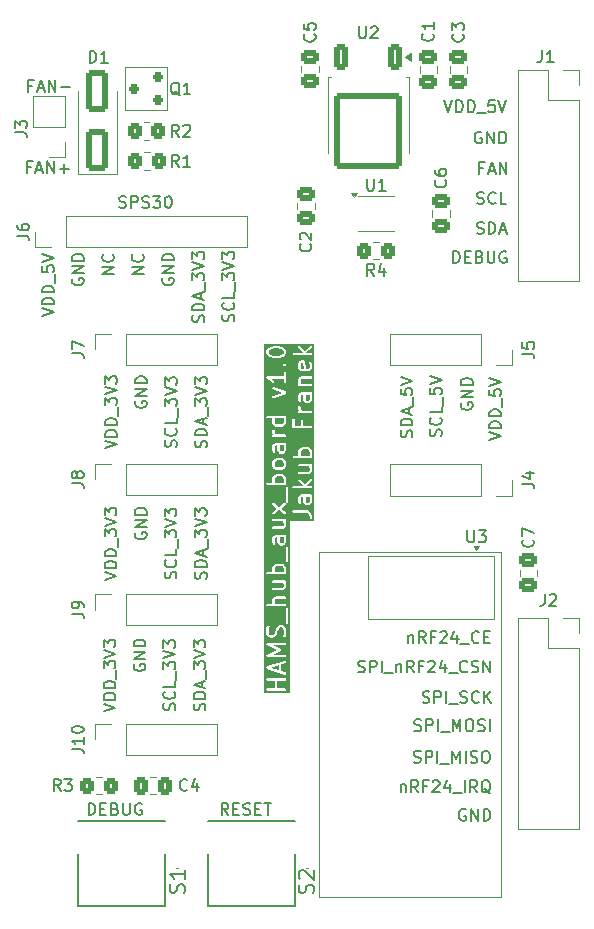
<source format=gto>
G04 #@! TF.GenerationSoftware,KiCad,Pcbnew,8.0.8*
G04 #@! TF.CreationDate,2025-01-30T21:03:47+01:00*
G04 #@! TF.ProjectId,HAMS_hub,48414d53-5f68-4756-922e-6b696361645f,rev?*
G04 #@! TF.SameCoordinates,Original*
G04 #@! TF.FileFunction,Legend,Top*
G04 #@! TF.FilePolarity,Positive*
%FSLAX46Y46*%
G04 Gerber Fmt 4.6, Leading zero omitted, Abs format (unit mm)*
G04 Created by KiCad (PCBNEW 8.0.8) date 2025-01-30 21:03:47*
%MOMM*%
%LPD*%
G01*
G04 APERTURE LIST*
G04 Aperture macros list*
%AMRoundRect*
0 Rectangle with rounded corners*
0 $1 Rounding radius*
0 $2 $3 $4 $5 $6 $7 $8 $9 X,Y pos of 4 corners*
0 Add a 4 corners polygon primitive as box body*
4,1,4,$2,$3,$4,$5,$6,$7,$8,$9,$2,$3,0*
0 Add four circle primitives for the rounded corners*
1,1,$1+$1,$2,$3*
1,1,$1+$1,$4,$5*
1,1,$1+$1,$6,$7*
1,1,$1+$1,$8,$9*
0 Add four rect primitives between the rounded corners*
20,1,$1+$1,$2,$3,$4,$5,0*
20,1,$1+$1,$4,$5,$6,$7,0*
20,1,$1+$1,$6,$7,$8,$9,0*
20,1,$1+$1,$8,$9,$2,$3,0*%
G04 Aperture macros list end*
%ADD10C,0.150000*%
%ADD11C,0.200000*%
%ADD12C,0.100000*%
%ADD13C,0.120000*%
%ADD14C,1.950000*%
%ADD15C,1.500000*%
%ADD16R,1.500000X1.500000*%
%ADD17R,1.700000X1.700000*%
%ADD18O,1.700000X1.700000*%
%ADD19RoundRect,0.200000X0.250000X0.200000X-0.250000X0.200000X-0.250000X-0.200000X0.250000X-0.200000X0*%
%ADD20C,2.200000*%
%ADD21RoundRect,0.250000X0.350000X0.450000X-0.350000X0.450000X-0.350000X-0.450000X0.350000X-0.450000X0*%
%ADD22RoundRect,0.250000X-0.475000X0.337500X-0.475000X-0.337500X0.475000X-0.337500X0.475000X0.337500X0*%
%ADD23RoundRect,0.250000X0.475000X-0.337500X0.475000X0.337500X-0.475000X0.337500X-0.475000X-0.337500X0*%
%ADD24C,1.700000*%
%ADD25R,1.600000X0.300000*%
%ADD26RoundRect,0.250000X0.650000X-1.500000X0.650000X1.500000X-0.650000X1.500000X-0.650000X-1.500000X0*%
%ADD27RoundRect,0.250000X-0.337500X-0.475000X0.337500X-0.475000X0.337500X0.475000X-0.337500X0.475000X0*%
%ADD28RoundRect,0.250000X-0.350000X0.850000X-0.350000X-0.850000X0.350000X-0.850000X0.350000X0.850000X0*%
%ADD29RoundRect,0.249997X-2.650003X2.950003X-2.650003X-2.950003X2.650003X-2.950003X2.650003X2.950003X0*%
G04 APERTURE END LIST*
D10*
X102108207Y-126469819D02*
X101774874Y-125993628D01*
X101536779Y-126469819D02*
X101536779Y-125469819D01*
X101536779Y-125469819D02*
X101917731Y-125469819D01*
X101917731Y-125469819D02*
X102012969Y-125517438D01*
X102012969Y-125517438D02*
X102060588Y-125565057D01*
X102060588Y-125565057D02*
X102108207Y-125660295D01*
X102108207Y-125660295D02*
X102108207Y-125803152D01*
X102108207Y-125803152D02*
X102060588Y-125898390D01*
X102060588Y-125898390D02*
X102012969Y-125946009D01*
X102012969Y-125946009D02*
X101917731Y-125993628D01*
X101917731Y-125993628D02*
X101536779Y-125993628D01*
X102536779Y-125946009D02*
X102870112Y-125946009D01*
X103012969Y-126469819D02*
X102536779Y-126469819D01*
X102536779Y-126469819D02*
X102536779Y-125469819D01*
X102536779Y-125469819D02*
X103012969Y-125469819D01*
X103393922Y-126422200D02*
X103536779Y-126469819D01*
X103536779Y-126469819D02*
X103774874Y-126469819D01*
X103774874Y-126469819D02*
X103870112Y-126422200D01*
X103870112Y-126422200D02*
X103917731Y-126374580D01*
X103917731Y-126374580D02*
X103965350Y-126279342D01*
X103965350Y-126279342D02*
X103965350Y-126184104D01*
X103965350Y-126184104D02*
X103917731Y-126088866D01*
X103917731Y-126088866D02*
X103870112Y-126041247D01*
X103870112Y-126041247D02*
X103774874Y-125993628D01*
X103774874Y-125993628D02*
X103584398Y-125946009D01*
X103584398Y-125946009D02*
X103489160Y-125898390D01*
X103489160Y-125898390D02*
X103441541Y-125850771D01*
X103441541Y-125850771D02*
X103393922Y-125755533D01*
X103393922Y-125755533D02*
X103393922Y-125660295D01*
X103393922Y-125660295D02*
X103441541Y-125565057D01*
X103441541Y-125565057D02*
X103489160Y-125517438D01*
X103489160Y-125517438D02*
X103584398Y-125469819D01*
X103584398Y-125469819D02*
X103822493Y-125469819D01*
X103822493Y-125469819D02*
X103965350Y-125517438D01*
X104393922Y-125946009D02*
X104727255Y-125946009D01*
X104870112Y-126469819D02*
X104393922Y-126469819D01*
X104393922Y-126469819D02*
X104393922Y-125469819D01*
X104393922Y-125469819D02*
X104870112Y-125469819D01*
X105155827Y-125469819D02*
X105727255Y-125469819D01*
X105441541Y-126469819D02*
X105441541Y-125469819D01*
X91544819Y-117709398D02*
X92544819Y-117376065D01*
X92544819Y-117376065D02*
X91544819Y-117042732D01*
X92544819Y-116709398D02*
X91544819Y-116709398D01*
X91544819Y-116709398D02*
X91544819Y-116471303D01*
X91544819Y-116471303D02*
X91592438Y-116328446D01*
X91592438Y-116328446D02*
X91687676Y-116233208D01*
X91687676Y-116233208D02*
X91782914Y-116185589D01*
X91782914Y-116185589D02*
X91973390Y-116137970D01*
X91973390Y-116137970D02*
X92116247Y-116137970D01*
X92116247Y-116137970D02*
X92306723Y-116185589D01*
X92306723Y-116185589D02*
X92401961Y-116233208D01*
X92401961Y-116233208D02*
X92497200Y-116328446D01*
X92497200Y-116328446D02*
X92544819Y-116471303D01*
X92544819Y-116471303D02*
X92544819Y-116709398D01*
X92544819Y-115709398D02*
X91544819Y-115709398D01*
X91544819Y-115709398D02*
X91544819Y-115471303D01*
X91544819Y-115471303D02*
X91592438Y-115328446D01*
X91592438Y-115328446D02*
X91687676Y-115233208D01*
X91687676Y-115233208D02*
X91782914Y-115185589D01*
X91782914Y-115185589D02*
X91973390Y-115137970D01*
X91973390Y-115137970D02*
X92116247Y-115137970D01*
X92116247Y-115137970D02*
X92306723Y-115185589D01*
X92306723Y-115185589D02*
X92401961Y-115233208D01*
X92401961Y-115233208D02*
X92497200Y-115328446D01*
X92497200Y-115328446D02*
X92544819Y-115471303D01*
X92544819Y-115471303D02*
X92544819Y-115709398D01*
X92640057Y-114947494D02*
X92640057Y-114185589D01*
X91544819Y-114042731D02*
X91544819Y-113423684D01*
X91544819Y-113423684D02*
X91925771Y-113757017D01*
X91925771Y-113757017D02*
X91925771Y-113614160D01*
X91925771Y-113614160D02*
X91973390Y-113518922D01*
X91973390Y-113518922D02*
X92021009Y-113471303D01*
X92021009Y-113471303D02*
X92116247Y-113423684D01*
X92116247Y-113423684D02*
X92354342Y-113423684D01*
X92354342Y-113423684D02*
X92449580Y-113471303D01*
X92449580Y-113471303D02*
X92497200Y-113518922D01*
X92497200Y-113518922D02*
X92544819Y-113614160D01*
X92544819Y-113614160D02*
X92544819Y-113899874D01*
X92544819Y-113899874D02*
X92497200Y-113995112D01*
X92497200Y-113995112D02*
X92449580Y-114042731D01*
X91544819Y-113137969D02*
X92544819Y-112804636D01*
X92544819Y-112804636D02*
X91544819Y-112471303D01*
X91544819Y-112233207D02*
X91544819Y-111614160D01*
X91544819Y-111614160D02*
X91925771Y-111947493D01*
X91925771Y-111947493D02*
X91925771Y-111804636D01*
X91925771Y-111804636D02*
X91973390Y-111709398D01*
X91973390Y-111709398D02*
X92021009Y-111661779D01*
X92021009Y-111661779D02*
X92116247Y-111614160D01*
X92116247Y-111614160D02*
X92354342Y-111614160D01*
X92354342Y-111614160D02*
X92449580Y-111661779D01*
X92449580Y-111661779D02*
X92497200Y-111709398D01*
X92497200Y-111709398D02*
X92544819Y-111804636D01*
X92544819Y-111804636D02*
X92544819Y-112090350D01*
X92544819Y-112090350D02*
X92497200Y-112185588D01*
X92497200Y-112185588D02*
X92449580Y-112233207D01*
X118564160Y-116922200D02*
X118707017Y-116969819D01*
X118707017Y-116969819D02*
X118945112Y-116969819D01*
X118945112Y-116969819D02*
X119040350Y-116922200D01*
X119040350Y-116922200D02*
X119087969Y-116874580D01*
X119087969Y-116874580D02*
X119135588Y-116779342D01*
X119135588Y-116779342D02*
X119135588Y-116684104D01*
X119135588Y-116684104D02*
X119087969Y-116588866D01*
X119087969Y-116588866D02*
X119040350Y-116541247D01*
X119040350Y-116541247D02*
X118945112Y-116493628D01*
X118945112Y-116493628D02*
X118754636Y-116446009D01*
X118754636Y-116446009D02*
X118659398Y-116398390D01*
X118659398Y-116398390D02*
X118611779Y-116350771D01*
X118611779Y-116350771D02*
X118564160Y-116255533D01*
X118564160Y-116255533D02*
X118564160Y-116160295D01*
X118564160Y-116160295D02*
X118611779Y-116065057D01*
X118611779Y-116065057D02*
X118659398Y-116017438D01*
X118659398Y-116017438D02*
X118754636Y-115969819D01*
X118754636Y-115969819D02*
X118992731Y-115969819D01*
X118992731Y-115969819D02*
X119135588Y-116017438D01*
X119564160Y-116969819D02*
X119564160Y-115969819D01*
X119564160Y-115969819D02*
X119945112Y-115969819D01*
X119945112Y-115969819D02*
X120040350Y-116017438D01*
X120040350Y-116017438D02*
X120087969Y-116065057D01*
X120087969Y-116065057D02*
X120135588Y-116160295D01*
X120135588Y-116160295D02*
X120135588Y-116303152D01*
X120135588Y-116303152D02*
X120087969Y-116398390D01*
X120087969Y-116398390D02*
X120040350Y-116446009D01*
X120040350Y-116446009D02*
X119945112Y-116493628D01*
X119945112Y-116493628D02*
X119564160Y-116493628D01*
X120564160Y-116969819D02*
X120564160Y-115969819D01*
X120802255Y-117065057D02*
X121564159Y-117065057D01*
X121754636Y-116922200D02*
X121897493Y-116969819D01*
X121897493Y-116969819D02*
X122135588Y-116969819D01*
X122135588Y-116969819D02*
X122230826Y-116922200D01*
X122230826Y-116922200D02*
X122278445Y-116874580D01*
X122278445Y-116874580D02*
X122326064Y-116779342D01*
X122326064Y-116779342D02*
X122326064Y-116684104D01*
X122326064Y-116684104D02*
X122278445Y-116588866D01*
X122278445Y-116588866D02*
X122230826Y-116541247D01*
X122230826Y-116541247D02*
X122135588Y-116493628D01*
X122135588Y-116493628D02*
X121945112Y-116446009D01*
X121945112Y-116446009D02*
X121849874Y-116398390D01*
X121849874Y-116398390D02*
X121802255Y-116350771D01*
X121802255Y-116350771D02*
X121754636Y-116255533D01*
X121754636Y-116255533D02*
X121754636Y-116160295D01*
X121754636Y-116160295D02*
X121802255Y-116065057D01*
X121802255Y-116065057D02*
X121849874Y-116017438D01*
X121849874Y-116017438D02*
X121945112Y-115969819D01*
X121945112Y-115969819D02*
X122183207Y-115969819D01*
X122183207Y-115969819D02*
X122326064Y-116017438D01*
X123326064Y-116874580D02*
X123278445Y-116922200D01*
X123278445Y-116922200D02*
X123135588Y-116969819D01*
X123135588Y-116969819D02*
X123040350Y-116969819D01*
X123040350Y-116969819D02*
X122897493Y-116922200D01*
X122897493Y-116922200D02*
X122802255Y-116826961D01*
X122802255Y-116826961D02*
X122754636Y-116731723D01*
X122754636Y-116731723D02*
X122707017Y-116541247D01*
X122707017Y-116541247D02*
X122707017Y-116398390D01*
X122707017Y-116398390D02*
X122754636Y-116207914D01*
X122754636Y-116207914D02*
X122802255Y-116112676D01*
X122802255Y-116112676D02*
X122897493Y-116017438D01*
X122897493Y-116017438D02*
X123040350Y-115969819D01*
X123040350Y-115969819D02*
X123135588Y-115969819D01*
X123135588Y-115969819D02*
X123278445Y-116017438D01*
X123278445Y-116017438D02*
X123326064Y-116065057D01*
X123754636Y-116969819D02*
X123754636Y-115969819D01*
X124326064Y-116969819D02*
X123897493Y-116398390D01*
X124326064Y-115969819D02*
X123754636Y-116541247D01*
X121157030Y-79739819D02*
X121157030Y-78739819D01*
X121157030Y-78739819D02*
X121395125Y-78739819D01*
X121395125Y-78739819D02*
X121537982Y-78787438D01*
X121537982Y-78787438D02*
X121633220Y-78882676D01*
X121633220Y-78882676D02*
X121680839Y-78977914D01*
X121680839Y-78977914D02*
X121728458Y-79168390D01*
X121728458Y-79168390D02*
X121728458Y-79311247D01*
X121728458Y-79311247D02*
X121680839Y-79501723D01*
X121680839Y-79501723D02*
X121633220Y-79596961D01*
X121633220Y-79596961D02*
X121537982Y-79692200D01*
X121537982Y-79692200D02*
X121395125Y-79739819D01*
X121395125Y-79739819D02*
X121157030Y-79739819D01*
X122157030Y-79216009D02*
X122490363Y-79216009D01*
X122633220Y-79739819D02*
X122157030Y-79739819D01*
X122157030Y-79739819D02*
X122157030Y-78739819D01*
X122157030Y-78739819D02*
X122633220Y-78739819D01*
X123395125Y-79216009D02*
X123537982Y-79263628D01*
X123537982Y-79263628D02*
X123585601Y-79311247D01*
X123585601Y-79311247D02*
X123633220Y-79406485D01*
X123633220Y-79406485D02*
X123633220Y-79549342D01*
X123633220Y-79549342D02*
X123585601Y-79644580D01*
X123585601Y-79644580D02*
X123537982Y-79692200D01*
X123537982Y-79692200D02*
X123442744Y-79739819D01*
X123442744Y-79739819D02*
X123061792Y-79739819D01*
X123061792Y-79739819D02*
X123061792Y-78739819D01*
X123061792Y-78739819D02*
X123395125Y-78739819D01*
X123395125Y-78739819D02*
X123490363Y-78787438D01*
X123490363Y-78787438D02*
X123537982Y-78835057D01*
X123537982Y-78835057D02*
X123585601Y-78930295D01*
X123585601Y-78930295D02*
X123585601Y-79025533D01*
X123585601Y-79025533D02*
X123537982Y-79120771D01*
X123537982Y-79120771D02*
X123490363Y-79168390D01*
X123490363Y-79168390D02*
X123395125Y-79216009D01*
X123395125Y-79216009D02*
X123061792Y-79216009D01*
X124061792Y-78739819D02*
X124061792Y-79549342D01*
X124061792Y-79549342D02*
X124109411Y-79644580D01*
X124109411Y-79644580D02*
X124157030Y-79692200D01*
X124157030Y-79692200D02*
X124252268Y-79739819D01*
X124252268Y-79739819D02*
X124442744Y-79739819D01*
X124442744Y-79739819D02*
X124537982Y-79692200D01*
X124537982Y-79692200D02*
X124585601Y-79644580D01*
X124585601Y-79644580D02*
X124633220Y-79549342D01*
X124633220Y-79549342D02*
X124633220Y-78739819D01*
X125633220Y-78787438D02*
X125537982Y-78739819D01*
X125537982Y-78739819D02*
X125395125Y-78739819D01*
X125395125Y-78739819D02*
X125252268Y-78787438D01*
X125252268Y-78787438D02*
X125157030Y-78882676D01*
X125157030Y-78882676D02*
X125109411Y-78977914D01*
X125109411Y-78977914D02*
X125061792Y-79168390D01*
X125061792Y-79168390D02*
X125061792Y-79311247D01*
X125061792Y-79311247D02*
X125109411Y-79501723D01*
X125109411Y-79501723D02*
X125157030Y-79596961D01*
X125157030Y-79596961D02*
X125252268Y-79692200D01*
X125252268Y-79692200D02*
X125395125Y-79739819D01*
X125395125Y-79739819D02*
X125490363Y-79739819D01*
X125490363Y-79739819D02*
X125633220Y-79692200D01*
X125633220Y-79692200D02*
X125680839Y-79644580D01*
X125680839Y-79644580D02*
X125680839Y-79311247D01*
X125680839Y-79311247D02*
X125490363Y-79311247D01*
X123152268Y-77217200D02*
X123295125Y-77264819D01*
X123295125Y-77264819D02*
X123533220Y-77264819D01*
X123533220Y-77264819D02*
X123628458Y-77217200D01*
X123628458Y-77217200D02*
X123676077Y-77169580D01*
X123676077Y-77169580D02*
X123723696Y-77074342D01*
X123723696Y-77074342D02*
X123723696Y-76979104D01*
X123723696Y-76979104D02*
X123676077Y-76883866D01*
X123676077Y-76883866D02*
X123628458Y-76836247D01*
X123628458Y-76836247D02*
X123533220Y-76788628D01*
X123533220Y-76788628D02*
X123342744Y-76741009D01*
X123342744Y-76741009D02*
X123247506Y-76693390D01*
X123247506Y-76693390D02*
X123199887Y-76645771D01*
X123199887Y-76645771D02*
X123152268Y-76550533D01*
X123152268Y-76550533D02*
X123152268Y-76455295D01*
X123152268Y-76455295D02*
X123199887Y-76360057D01*
X123199887Y-76360057D02*
X123247506Y-76312438D01*
X123247506Y-76312438D02*
X123342744Y-76264819D01*
X123342744Y-76264819D02*
X123580839Y-76264819D01*
X123580839Y-76264819D02*
X123723696Y-76312438D01*
X124152268Y-77264819D02*
X124152268Y-76264819D01*
X124152268Y-76264819D02*
X124390363Y-76264819D01*
X124390363Y-76264819D02*
X124533220Y-76312438D01*
X124533220Y-76312438D02*
X124628458Y-76407676D01*
X124628458Y-76407676D02*
X124676077Y-76502914D01*
X124676077Y-76502914D02*
X124723696Y-76693390D01*
X124723696Y-76693390D02*
X124723696Y-76836247D01*
X124723696Y-76836247D02*
X124676077Y-77026723D01*
X124676077Y-77026723D02*
X124628458Y-77121961D01*
X124628458Y-77121961D02*
X124533220Y-77217200D01*
X124533220Y-77217200D02*
X124390363Y-77264819D01*
X124390363Y-77264819D02*
X124152268Y-77264819D01*
X125104649Y-76979104D02*
X125580839Y-76979104D01*
X125009411Y-77264819D02*
X125342744Y-76264819D01*
X125342744Y-76264819D02*
X125676077Y-77264819D01*
X100222200Y-106466541D02*
X100269819Y-106323684D01*
X100269819Y-106323684D02*
X100269819Y-106085589D01*
X100269819Y-106085589D02*
X100222200Y-105990351D01*
X100222200Y-105990351D02*
X100174580Y-105942732D01*
X100174580Y-105942732D02*
X100079342Y-105895113D01*
X100079342Y-105895113D02*
X99984104Y-105895113D01*
X99984104Y-105895113D02*
X99888866Y-105942732D01*
X99888866Y-105942732D02*
X99841247Y-105990351D01*
X99841247Y-105990351D02*
X99793628Y-106085589D01*
X99793628Y-106085589D02*
X99746009Y-106276065D01*
X99746009Y-106276065D02*
X99698390Y-106371303D01*
X99698390Y-106371303D02*
X99650771Y-106418922D01*
X99650771Y-106418922D02*
X99555533Y-106466541D01*
X99555533Y-106466541D02*
X99460295Y-106466541D01*
X99460295Y-106466541D02*
X99365057Y-106418922D01*
X99365057Y-106418922D02*
X99317438Y-106371303D01*
X99317438Y-106371303D02*
X99269819Y-106276065D01*
X99269819Y-106276065D02*
X99269819Y-106037970D01*
X99269819Y-106037970D02*
X99317438Y-105895113D01*
X100269819Y-105466541D02*
X99269819Y-105466541D01*
X99269819Y-105466541D02*
X99269819Y-105228446D01*
X99269819Y-105228446D02*
X99317438Y-105085589D01*
X99317438Y-105085589D02*
X99412676Y-104990351D01*
X99412676Y-104990351D02*
X99507914Y-104942732D01*
X99507914Y-104942732D02*
X99698390Y-104895113D01*
X99698390Y-104895113D02*
X99841247Y-104895113D01*
X99841247Y-104895113D02*
X100031723Y-104942732D01*
X100031723Y-104942732D02*
X100126961Y-104990351D01*
X100126961Y-104990351D02*
X100222200Y-105085589D01*
X100222200Y-105085589D02*
X100269819Y-105228446D01*
X100269819Y-105228446D02*
X100269819Y-105466541D01*
X99984104Y-104514160D02*
X99984104Y-104037970D01*
X100269819Y-104609398D02*
X99269819Y-104276065D01*
X99269819Y-104276065D02*
X100269819Y-103942732D01*
X100365057Y-103847494D02*
X100365057Y-103085589D01*
X99269819Y-102942731D02*
X99269819Y-102323684D01*
X99269819Y-102323684D02*
X99650771Y-102657017D01*
X99650771Y-102657017D02*
X99650771Y-102514160D01*
X99650771Y-102514160D02*
X99698390Y-102418922D01*
X99698390Y-102418922D02*
X99746009Y-102371303D01*
X99746009Y-102371303D02*
X99841247Y-102323684D01*
X99841247Y-102323684D02*
X100079342Y-102323684D01*
X100079342Y-102323684D02*
X100174580Y-102371303D01*
X100174580Y-102371303D02*
X100222200Y-102418922D01*
X100222200Y-102418922D02*
X100269819Y-102514160D01*
X100269819Y-102514160D02*
X100269819Y-102799874D01*
X100269819Y-102799874D02*
X100222200Y-102895112D01*
X100222200Y-102895112D02*
X100174580Y-102942731D01*
X99269819Y-102037969D02*
X100269819Y-101704636D01*
X100269819Y-101704636D02*
X99269819Y-101371303D01*
X99269819Y-101133207D02*
X99269819Y-100514160D01*
X99269819Y-100514160D02*
X99650771Y-100847493D01*
X99650771Y-100847493D02*
X99650771Y-100704636D01*
X99650771Y-100704636D02*
X99698390Y-100609398D01*
X99698390Y-100609398D02*
X99746009Y-100561779D01*
X99746009Y-100561779D02*
X99841247Y-100514160D01*
X99841247Y-100514160D02*
X100079342Y-100514160D01*
X100079342Y-100514160D02*
X100174580Y-100561779D01*
X100174580Y-100561779D02*
X100222200Y-100609398D01*
X100222200Y-100609398D02*
X100269819Y-100704636D01*
X100269819Y-100704636D02*
X100269819Y-100990350D01*
X100269819Y-100990350D02*
X100222200Y-101085588D01*
X100222200Y-101085588D02*
X100174580Y-101133207D01*
X120412982Y-65964819D02*
X120746315Y-66964819D01*
X120746315Y-66964819D02*
X121079648Y-65964819D01*
X121412982Y-66964819D02*
X121412982Y-65964819D01*
X121412982Y-65964819D02*
X121651077Y-65964819D01*
X121651077Y-65964819D02*
X121793934Y-66012438D01*
X121793934Y-66012438D02*
X121889172Y-66107676D01*
X121889172Y-66107676D02*
X121936791Y-66202914D01*
X121936791Y-66202914D02*
X121984410Y-66393390D01*
X121984410Y-66393390D02*
X121984410Y-66536247D01*
X121984410Y-66536247D02*
X121936791Y-66726723D01*
X121936791Y-66726723D02*
X121889172Y-66821961D01*
X121889172Y-66821961D02*
X121793934Y-66917200D01*
X121793934Y-66917200D02*
X121651077Y-66964819D01*
X121651077Y-66964819D02*
X121412982Y-66964819D01*
X122412982Y-66964819D02*
X122412982Y-65964819D01*
X122412982Y-65964819D02*
X122651077Y-65964819D01*
X122651077Y-65964819D02*
X122793934Y-66012438D01*
X122793934Y-66012438D02*
X122889172Y-66107676D01*
X122889172Y-66107676D02*
X122936791Y-66202914D01*
X122936791Y-66202914D02*
X122984410Y-66393390D01*
X122984410Y-66393390D02*
X122984410Y-66536247D01*
X122984410Y-66536247D02*
X122936791Y-66726723D01*
X122936791Y-66726723D02*
X122889172Y-66821961D01*
X122889172Y-66821961D02*
X122793934Y-66917200D01*
X122793934Y-66917200D02*
X122651077Y-66964819D01*
X122651077Y-66964819D02*
X122412982Y-66964819D01*
X123174887Y-67060057D02*
X123936791Y-67060057D01*
X124651077Y-65964819D02*
X124174887Y-65964819D01*
X124174887Y-65964819D02*
X124127268Y-66441009D01*
X124127268Y-66441009D02*
X124174887Y-66393390D01*
X124174887Y-66393390D02*
X124270125Y-66345771D01*
X124270125Y-66345771D02*
X124508220Y-66345771D01*
X124508220Y-66345771D02*
X124603458Y-66393390D01*
X124603458Y-66393390D02*
X124651077Y-66441009D01*
X124651077Y-66441009D02*
X124698696Y-66536247D01*
X124698696Y-66536247D02*
X124698696Y-66774342D01*
X124698696Y-66774342D02*
X124651077Y-66869580D01*
X124651077Y-66869580D02*
X124603458Y-66917200D01*
X124603458Y-66917200D02*
X124508220Y-66964819D01*
X124508220Y-66964819D02*
X124270125Y-66964819D01*
X124270125Y-66964819D02*
X124174887Y-66917200D01*
X124174887Y-66917200D02*
X124127268Y-66869580D01*
X124984411Y-65964819D02*
X125317744Y-66964819D01*
X125317744Y-66964819D02*
X125651077Y-65964819D01*
X92419819Y-80633207D02*
X91419819Y-80633207D01*
X91419819Y-80633207D02*
X92419819Y-80061779D01*
X92419819Y-80061779D02*
X91419819Y-80061779D01*
X92324580Y-79014160D02*
X92372200Y-79061779D01*
X92372200Y-79061779D02*
X92419819Y-79204636D01*
X92419819Y-79204636D02*
X92419819Y-79299874D01*
X92419819Y-79299874D02*
X92372200Y-79442731D01*
X92372200Y-79442731D02*
X92276961Y-79537969D01*
X92276961Y-79537969D02*
X92181723Y-79585588D01*
X92181723Y-79585588D02*
X91991247Y-79633207D01*
X91991247Y-79633207D02*
X91848390Y-79633207D01*
X91848390Y-79633207D02*
X91657914Y-79585588D01*
X91657914Y-79585588D02*
X91562676Y-79537969D01*
X91562676Y-79537969D02*
X91467438Y-79442731D01*
X91467438Y-79442731D02*
X91419819Y-79299874D01*
X91419819Y-79299874D02*
X91419819Y-79204636D01*
X91419819Y-79204636D02*
X91467438Y-79061779D01*
X91467438Y-79061779D02*
X91515057Y-79014160D01*
D11*
G36*
X109031028Y-99592028D02*
G01*
X109031028Y-99901958D01*
X108985064Y-99993886D01*
X108893135Y-100039850D01*
X108797492Y-100039850D01*
X108705563Y-99993886D01*
X108659600Y-99901958D01*
X108659600Y-99568422D01*
X108657679Y-99548913D01*
X108656303Y-99545592D01*
X108656049Y-99542009D01*
X108649757Y-99525565D01*
X108997796Y-99525565D01*
X109031028Y-99592028D01*
G37*
G36*
X108928937Y-95579180D02*
G01*
X108977414Y-95627656D01*
X109031028Y-95734884D01*
X109031028Y-95973386D01*
X108997796Y-96039850D01*
X108264261Y-96039850D01*
X108231028Y-95973384D01*
X108231028Y-95734886D01*
X108284643Y-95627656D01*
X108333119Y-95579179D01*
X108440349Y-95525564D01*
X108821706Y-95525564D01*
X108928937Y-95579180D01*
G37*
G36*
X109031028Y-90949171D02*
G01*
X109031028Y-91259101D01*
X108985064Y-91351029D01*
X108893135Y-91396993D01*
X108797492Y-91396993D01*
X108705563Y-91351029D01*
X108659600Y-91259101D01*
X108659600Y-90925565D01*
X108657679Y-90906056D01*
X108656303Y-90902735D01*
X108656049Y-90899152D01*
X108649757Y-90882708D01*
X108997796Y-90882708D01*
X109031028Y-90949171D01*
G37*
G36*
X108509048Y-88682707D02*
G01*
X108368921Y-88682707D01*
X108276993Y-88636743D01*
X108231028Y-88544813D01*
X108231028Y-88306315D01*
X108276993Y-88214385D01*
X108368921Y-88168422D01*
X108406191Y-88168422D01*
X108509048Y-88682707D01*
G37*
G36*
X109397695Y-101618882D02*
G01*
X107364361Y-101618882D01*
X107364361Y-100763198D01*
X107532949Y-100763198D01*
X107532949Y-100802216D01*
X107547881Y-100838264D01*
X107575471Y-100865854D01*
X107611519Y-100880786D01*
X107631028Y-100882707D01*
X108686230Y-100882707D01*
X108862724Y-100941538D01*
X108972197Y-101051011D01*
X109031028Y-101227504D01*
X109031028Y-101354136D01*
X109032949Y-101373645D01*
X109047881Y-101409693D01*
X109075471Y-101437283D01*
X109111519Y-101452215D01*
X109150537Y-101452215D01*
X109186585Y-101437283D01*
X109214175Y-101409693D01*
X109229107Y-101373645D01*
X109231028Y-101354136D01*
X109231028Y-101211279D01*
X109230055Y-101201405D01*
X109230243Y-101198772D01*
X109229455Y-101195308D01*
X109229107Y-101191770D01*
X109228095Y-101189327D01*
X109225896Y-101179656D01*
X109154468Y-100965370D01*
X109146477Y-100947470D01*
X109144121Y-100944754D01*
X109142747Y-100941435D01*
X109130310Y-100926282D01*
X108987452Y-100783425D01*
X108972299Y-100770989D01*
X108968980Y-100769614D01*
X108966265Y-100767259D01*
X108948365Y-100759268D01*
X108734080Y-100687839D01*
X108724407Y-100685639D01*
X108721966Y-100684628D01*
X108718428Y-100684279D01*
X108714965Y-100683492D01*
X108712330Y-100683679D01*
X108702457Y-100682707D01*
X107631028Y-100682707D01*
X107611519Y-100684628D01*
X107575471Y-100699560D01*
X107547881Y-100727150D01*
X107532949Y-100763198D01*
X107364361Y-100763198D01*
X107364361Y-99639850D01*
X108031028Y-99639850D01*
X108031028Y-99925565D01*
X108032949Y-99945074D01*
X108034324Y-99948394D01*
X108034579Y-99951978D01*
X108041585Y-99970287D01*
X108113014Y-100113143D01*
X108123457Y-100129734D01*
X108152934Y-100155298D01*
X108189950Y-100167637D01*
X108228870Y-100164871D01*
X108263769Y-100147421D01*
X108289333Y-100117945D01*
X108301672Y-100080929D01*
X108298906Y-100042009D01*
X108291900Y-100023700D01*
X108231028Y-99901956D01*
X108231028Y-99663458D01*
X108276993Y-99571528D01*
X108368921Y-99525565D01*
X108426367Y-99525565D01*
X108459600Y-99592029D01*
X108459600Y-99925565D01*
X108461521Y-99945074D01*
X108462896Y-99948394D01*
X108463151Y-99951978D01*
X108470157Y-99970286D01*
X108541585Y-100113143D01*
X108543639Y-100116406D01*
X108544152Y-100117945D01*
X108545813Y-100119860D01*
X108552028Y-100129734D01*
X108561503Y-100137951D01*
X108569717Y-100147422D01*
X108579588Y-100153635D01*
X108581505Y-100155298D01*
X108583043Y-100155811D01*
X108586307Y-100157865D01*
X108729164Y-100229293D01*
X108747473Y-100236299D01*
X108751055Y-100236553D01*
X108754376Y-100237929D01*
X108773885Y-100239850D01*
X108916742Y-100239850D01*
X108936251Y-100237929D01*
X108939571Y-100236553D01*
X108943154Y-100236299D01*
X108961463Y-100229293D01*
X109104321Y-100157865D01*
X109107584Y-100155810D01*
X109109123Y-100155298D01*
X109111038Y-100153636D01*
X109120912Y-100147422D01*
X109129129Y-100137946D01*
X109138600Y-100129733D01*
X109144813Y-100119861D01*
X109146476Y-100117945D01*
X109146989Y-100116405D01*
X109149043Y-100113143D01*
X109220471Y-99970286D01*
X109227477Y-99951977D01*
X109227731Y-99948394D01*
X109229107Y-99945074D01*
X109231028Y-99925565D01*
X109231028Y-99568422D01*
X109229107Y-99548913D01*
X109227731Y-99545592D01*
X109227477Y-99542010D01*
X109220471Y-99523701D01*
X109204179Y-99491117D01*
X109214175Y-99481122D01*
X109229107Y-99445074D01*
X109229107Y-99406056D01*
X109214175Y-99370008D01*
X109186585Y-99342418D01*
X109150537Y-99327486D01*
X109131028Y-99325565D01*
X108345314Y-99325565D01*
X108325805Y-99327486D01*
X108322484Y-99328861D01*
X108318902Y-99329116D01*
X108300593Y-99336122D01*
X108157736Y-99407550D01*
X108154472Y-99409603D01*
X108152934Y-99410117D01*
X108151017Y-99411779D01*
X108141146Y-99417993D01*
X108132932Y-99427463D01*
X108123457Y-99435681D01*
X108117242Y-99445554D01*
X108115581Y-99447470D01*
X108115068Y-99449008D01*
X108113014Y-99452272D01*
X108041585Y-99595128D01*
X108034579Y-99613437D01*
X108034324Y-99617020D01*
X108032949Y-99620341D01*
X108031028Y-99639850D01*
X107364361Y-99639850D01*
X107364361Y-98691770D01*
X107532949Y-98691770D01*
X107532949Y-98730788D01*
X107547881Y-98766836D01*
X107575471Y-98794426D01*
X107611519Y-98809358D01*
X107631028Y-98811279D01*
X109131028Y-98811279D01*
X109150537Y-98809358D01*
X109186585Y-98794426D01*
X109214175Y-98766836D01*
X109229107Y-98730788D01*
X109229107Y-98691770D01*
X109214175Y-98655722D01*
X109186585Y-98628132D01*
X109150537Y-98613200D01*
X109131028Y-98611279D01*
X108743878Y-98611279D01*
X108711840Y-98579241D01*
X109191028Y-98219850D01*
X109205483Y-98206607D01*
X109225362Y-98173033D01*
X109230880Y-98134407D01*
X109221197Y-98096609D01*
X109197786Y-98065395D01*
X109164212Y-98045516D01*
X109125586Y-98039998D01*
X109087788Y-98049681D01*
X109071028Y-98059850D01*
X108568983Y-98436384D01*
X108201739Y-98069139D01*
X108186585Y-98056703D01*
X108150537Y-98041771D01*
X108111519Y-98041771D01*
X108075471Y-98056703D01*
X108047881Y-98084293D01*
X108032949Y-98120341D01*
X108032949Y-98159359D01*
X108047881Y-98195407D01*
X108060317Y-98210561D01*
X108461036Y-98611279D01*
X107631028Y-98611279D01*
X107611519Y-98613200D01*
X107575471Y-98628132D01*
X107547881Y-98655722D01*
X107532949Y-98691770D01*
X107364361Y-98691770D01*
X107364361Y-96834627D01*
X108032949Y-96834627D01*
X108032949Y-96873645D01*
X108047881Y-96909693D01*
X108075471Y-96937283D01*
X108111519Y-96952215D01*
X108131028Y-96954136D01*
X108946750Y-96954136D01*
X108977414Y-96984799D01*
X109031028Y-97092027D01*
X109031028Y-97259100D01*
X108985064Y-97351028D01*
X108893135Y-97396993D01*
X108131028Y-97396993D01*
X108111519Y-97398914D01*
X108075471Y-97413846D01*
X108047881Y-97441436D01*
X108032949Y-97477484D01*
X108032949Y-97516502D01*
X108047881Y-97552550D01*
X108075471Y-97580140D01*
X108111519Y-97595072D01*
X108131028Y-97596993D01*
X108916742Y-97596993D01*
X108936251Y-97595072D01*
X108939571Y-97593696D01*
X108943155Y-97593442D01*
X108961463Y-97586436D01*
X109104321Y-97515007D01*
X109107584Y-97512952D01*
X109109123Y-97512440D01*
X109111038Y-97510778D01*
X109120912Y-97504564D01*
X109129129Y-97495088D01*
X109138600Y-97486875D01*
X109144813Y-97477003D01*
X109146476Y-97475087D01*
X109146989Y-97473548D01*
X109149043Y-97470285D01*
X109220471Y-97327428D01*
X109227477Y-97309119D01*
X109227731Y-97305536D01*
X109229107Y-97302216D01*
X109231028Y-97282707D01*
X109231028Y-97068421D01*
X109229107Y-97048912D01*
X109227731Y-97045591D01*
X109227477Y-97042009D01*
X109220471Y-97023700D01*
X109178862Y-96940481D01*
X109186585Y-96937283D01*
X109214175Y-96909693D01*
X109229107Y-96873645D01*
X109229107Y-96834627D01*
X109214175Y-96798579D01*
X109186585Y-96770989D01*
X109150537Y-96756057D01*
X109131028Y-96754136D01*
X108131028Y-96754136D01*
X108111519Y-96756057D01*
X108075471Y-96770989D01*
X108047881Y-96798579D01*
X108032949Y-96834627D01*
X107364361Y-96834627D01*
X107364361Y-96120341D01*
X107532949Y-96120341D01*
X107532949Y-96159359D01*
X107547881Y-96195407D01*
X107575471Y-96222997D01*
X107611519Y-96237929D01*
X107631028Y-96239850D01*
X109131028Y-96239850D01*
X109150537Y-96237929D01*
X109186585Y-96222997D01*
X109214175Y-96195407D01*
X109229107Y-96159359D01*
X109229107Y-96120341D01*
X109214175Y-96084293D01*
X109204179Y-96074297D01*
X109220471Y-96041714D01*
X109227477Y-96023405D01*
X109227731Y-96019822D01*
X109229107Y-96016502D01*
X109231028Y-95996993D01*
X109231028Y-95711278D01*
X109229107Y-95691769D01*
X109227731Y-95688448D01*
X109227477Y-95684866D01*
X109220471Y-95666557D01*
X109149043Y-95523700D01*
X109143758Y-95515304D01*
X109142747Y-95512863D01*
X109140491Y-95510115D01*
X109138600Y-95507110D01*
X109136605Y-95505379D01*
X109130310Y-95497710D01*
X109058881Y-95426282D01*
X109051214Y-95419989D01*
X109049483Y-95417993D01*
X109046475Y-95416099D01*
X109043728Y-95413845D01*
X109041286Y-95412833D01*
X109032892Y-95407550D01*
X108890036Y-95336121D01*
X108871727Y-95329115D01*
X108868143Y-95328860D01*
X108864823Y-95327485D01*
X108845314Y-95325564D01*
X108416742Y-95325564D01*
X108397233Y-95327485D01*
X108393912Y-95328860D01*
X108390329Y-95329115D01*
X108372020Y-95336121D01*
X108229163Y-95407550D01*
X108220765Y-95412835D01*
X108218327Y-95413846D01*
X108215582Y-95416098D01*
X108212573Y-95417993D01*
X108210840Y-95419990D01*
X108203174Y-95426283D01*
X108131746Y-95497710D01*
X108125454Y-95505376D01*
X108123457Y-95507109D01*
X108121561Y-95510120D01*
X108119310Y-95512864D01*
X108118300Y-95515301D01*
X108113014Y-95523700D01*
X108041585Y-95666556D01*
X108034579Y-95684865D01*
X108034324Y-95688448D01*
X108032949Y-95691769D01*
X108031028Y-95711278D01*
X108031028Y-95996993D01*
X108032949Y-96016502D01*
X108034324Y-96019822D01*
X108034579Y-96023406D01*
X108040871Y-96039850D01*
X107631028Y-96039850D01*
X107611519Y-96041771D01*
X107575471Y-96056703D01*
X107547881Y-96084293D01*
X107532949Y-96120341D01*
X107364361Y-96120341D01*
X107364361Y-92925564D01*
X107531028Y-92925564D01*
X107531028Y-93639850D01*
X107532949Y-93659359D01*
X107547881Y-93695407D01*
X107575471Y-93722997D01*
X107611519Y-93737929D01*
X107631028Y-93739850D01*
X109131028Y-93739850D01*
X109150537Y-93737929D01*
X109186585Y-93722997D01*
X109214175Y-93695407D01*
X109229107Y-93659359D01*
X109229107Y-93620341D01*
X109214175Y-93584293D01*
X109186585Y-93556703D01*
X109150537Y-93541771D01*
X109131028Y-93539850D01*
X108445314Y-93539850D01*
X108445314Y-93139850D01*
X108443393Y-93120341D01*
X108428461Y-93084293D01*
X108400871Y-93056703D01*
X108364823Y-93041771D01*
X108325805Y-93041771D01*
X108289757Y-93056703D01*
X108262167Y-93084293D01*
X108247235Y-93120341D01*
X108245314Y-93139850D01*
X108245314Y-93539850D01*
X107731028Y-93539850D01*
X107731028Y-92925564D01*
X107729107Y-92906055D01*
X107714175Y-92870007D01*
X107686585Y-92842417D01*
X107650537Y-92827485D01*
X107611519Y-92827485D01*
X107575471Y-92842417D01*
X107547881Y-92870007D01*
X107532949Y-92906055D01*
X107531028Y-92925564D01*
X107364361Y-92925564D01*
X107364361Y-91925564D01*
X108031028Y-91925564D01*
X108031028Y-92068421D01*
X108032949Y-92087930D01*
X108034324Y-92091250D01*
X108034579Y-92094834D01*
X108041585Y-92113142D01*
X108112971Y-92255914D01*
X108111519Y-92256057D01*
X108075471Y-92270989D01*
X108047881Y-92298579D01*
X108032949Y-92334627D01*
X108032949Y-92373645D01*
X108047881Y-92409693D01*
X108075471Y-92437283D01*
X108111519Y-92452215D01*
X108131028Y-92454136D01*
X109131028Y-92454136D01*
X109150537Y-92452215D01*
X109186585Y-92437283D01*
X109214175Y-92409693D01*
X109229107Y-92373645D01*
X109229107Y-92334627D01*
X109214175Y-92298579D01*
X109186585Y-92270989D01*
X109150537Y-92256057D01*
X109131028Y-92254136D01*
X108440349Y-92254136D01*
X108333119Y-92200520D01*
X108284642Y-92152042D01*
X108231028Y-92044814D01*
X108231028Y-91925564D01*
X108229107Y-91906055D01*
X108214175Y-91870007D01*
X108186585Y-91842417D01*
X108150537Y-91827485D01*
X108111519Y-91827485D01*
X108075471Y-91842417D01*
X108047881Y-91870007D01*
X108032949Y-91906055D01*
X108031028Y-91925564D01*
X107364361Y-91925564D01*
X107364361Y-90996993D01*
X108031028Y-90996993D01*
X108031028Y-91282708D01*
X108032949Y-91302217D01*
X108034324Y-91305537D01*
X108034579Y-91309121D01*
X108041585Y-91327430D01*
X108113014Y-91470286D01*
X108123457Y-91486877D01*
X108152934Y-91512441D01*
X108189950Y-91524780D01*
X108228870Y-91522014D01*
X108263769Y-91504564D01*
X108289333Y-91475088D01*
X108301672Y-91438072D01*
X108298906Y-91399152D01*
X108291900Y-91380843D01*
X108231028Y-91259099D01*
X108231028Y-91020601D01*
X108276993Y-90928671D01*
X108368921Y-90882708D01*
X108426367Y-90882708D01*
X108459600Y-90949172D01*
X108459600Y-91282708D01*
X108461521Y-91302217D01*
X108462896Y-91305537D01*
X108463151Y-91309121D01*
X108470157Y-91327429D01*
X108541585Y-91470286D01*
X108543639Y-91473549D01*
X108544152Y-91475088D01*
X108545813Y-91477003D01*
X108552028Y-91486877D01*
X108561503Y-91495094D01*
X108569717Y-91504565D01*
X108579588Y-91510778D01*
X108581505Y-91512441D01*
X108583043Y-91512954D01*
X108586307Y-91515008D01*
X108729164Y-91586436D01*
X108747473Y-91593442D01*
X108751055Y-91593696D01*
X108754376Y-91595072D01*
X108773885Y-91596993D01*
X108916742Y-91596993D01*
X108936251Y-91595072D01*
X108939571Y-91593696D01*
X108943154Y-91593442D01*
X108961463Y-91586436D01*
X109104321Y-91515008D01*
X109107584Y-91512953D01*
X109109123Y-91512441D01*
X109111038Y-91510779D01*
X109120912Y-91504565D01*
X109129129Y-91495089D01*
X109138600Y-91486876D01*
X109144813Y-91477004D01*
X109146476Y-91475088D01*
X109146989Y-91473548D01*
X109149043Y-91470286D01*
X109220471Y-91327429D01*
X109227477Y-91309120D01*
X109227731Y-91305537D01*
X109229107Y-91302217D01*
X109231028Y-91282708D01*
X109231028Y-90925565D01*
X109229107Y-90906056D01*
X109227731Y-90902735D01*
X109227477Y-90899153D01*
X109220471Y-90880844D01*
X109204179Y-90848260D01*
X109214175Y-90838265D01*
X109229107Y-90802217D01*
X109229107Y-90763199D01*
X109214175Y-90727151D01*
X109186585Y-90699561D01*
X109150537Y-90684629D01*
X109131028Y-90682708D01*
X108345314Y-90682708D01*
X108325805Y-90684629D01*
X108322484Y-90686004D01*
X108318902Y-90686259D01*
X108300593Y-90693265D01*
X108157736Y-90764693D01*
X108154472Y-90766746D01*
X108152934Y-90767260D01*
X108151017Y-90768922D01*
X108141146Y-90775136D01*
X108132932Y-90784606D01*
X108123457Y-90792824D01*
X108117242Y-90802697D01*
X108115581Y-90804613D01*
X108115068Y-90806151D01*
X108113014Y-90809415D01*
X108041585Y-90952271D01*
X108034579Y-90970580D01*
X108034324Y-90974163D01*
X108032949Y-90977484D01*
X108031028Y-90996993D01*
X107364361Y-90996993D01*
X107364361Y-89639850D01*
X108031028Y-89639850D01*
X108031028Y-89854136D01*
X108032949Y-89873645D01*
X108034324Y-89876965D01*
X108034579Y-89880549D01*
X108041585Y-89898858D01*
X108083194Y-89982075D01*
X108075471Y-89985275D01*
X108047881Y-90012865D01*
X108032949Y-90048913D01*
X108032949Y-90087931D01*
X108047881Y-90123979D01*
X108075471Y-90151569D01*
X108111519Y-90166501D01*
X108131028Y-90168422D01*
X109131028Y-90168422D01*
X109150537Y-90166501D01*
X109186585Y-90151569D01*
X109214175Y-90123979D01*
X109229107Y-90087931D01*
X109229107Y-90048913D01*
X109214175Y-90012865D01*
X109186585Y-89985275D01*
X109150537Y-89970343D01*
X109131028Y-89968422D01*
X108315306Y-89968422D01*
X108284644Y-89937759D01*
X108231028Y-89830527D01*
X108231028Y-89663458D01*
X108276993Y-89571528D01*
X108368921Y-89525565D01*
X109131028Y-89525565D01*
X109150537Y-89523644D01*
X109186585Y-89508712D01*
X109214175Y-89481122D01*
X109229107Y-89445074D01*
X109229107Y-89406056D01*
X109214175Y-89370008D01*
X109186585Y-89342418D01*
X109150537Y-89327486D01*
X109131028Y-89325565D01*
X108345314Y-89325565D01*
X108325805Y-89327486D01*
X108322484Y-89328861D01*
X108318902Y-89329116D01*
X108300593Y-89336122D01*
X108157736Y-89407550D01*
X108154472Y-89409603D01*
X108152934Y-89410117D01*
X108151017Y-89411779D01*
X108141146Y-89417993D01*
X108132932Y-89427463D01*
X108123457Y-89435681D01*
X108117242Y-89445554D01*
X108115581Y-89447470D01*
X108115068Y-89449008D01*
X108113014Y-89452272D01*
X108041585Y-89595128D01*
X108034579Y-89613437D01*
X108034324Y-89617020D01*
X108032949Y-89620341D01*
X108031028Y-89639850D01*
X107364361Y-89639850D01*
X107364361Y-88282707D01*
X108031028Y-88282707D01*
X108031028Y-88568422D01*
X108032949Y-88587931D01*
X108034324Y-88591251D01*
X108034579Y-88594835D01*
X108041585Y-88613144D01*
X108113014Y-88756000D01*
X108115068Y-88759263D01*
X108115581Y-88760802D01*
X108117242Y-88762717D01*
X108123457Y-88772591D01*
X108132932Y-88780808D01*
X108141146Y-88790279D01*
X108151017Y-88796492D01*
X108152934Y-88798155D01*
X108154472Y-88798668D01*
X108157736Y-88800722D01*
X108300593Y-88872150D01*
X108318902Y-88879156D01*
X108322484Y-88879410D01*
X108325805Y-88880786D01*
X108345314Y-88882707D01*
X108631128Y-88882707D01*
X108631133Y-88882708D01*
X108631138Y-88882707D01*
X108916742Y-88882707D01*
X108936251Y-88880786D01*
X108939571Y-88879410D01*
X108943154Y-88879156D01*
X108961463Y-88872150D01*
X109104321Y-88800722D01*
X109107584Y-88798667D01*
X109109123Y-88798155D01*
X109111038Y-88796493D01*
X109120912Y-88790279D01*
X109129129Y-88780803D01*
X109138600Y-88772590D01*
X109144813Y-88762718D01*
X109146476Y-88760802D01*
X109146989Y-88759262D01*
X109149043Y-88756000D01*
X109220471Y-88613143D01*
X109227477Y-88594834D01*
X109227731Y-88591251D01*
X109229107Y-88587931D01*
X109231028Y-88568422D01*
X109231028Y-88282707D01*
X109229107Y-88263198D01*
X109227731Y-88259877D01*
X109227477Y-88256295D01*
X109220471Y-88237986D01*
X109149043Y-88095129D01*
X109138600Y-88078539D01*
X109109123Y-88052974D01*
X109072108Y-88040635D01*
X109033187Y-88043401D01*
X108998289Y-88060850D01*
X108972724Y-88090327D01*
X108960385Y-88127342D01*
X108963151Y-88166263D01*
X108970157Y-88184571D01*
X109031028Y-88306313D01*
X109031028Y-88544815D01*
X108985064Y-88636743D01*
X108893135Y-88682707D01*
X108713008Y-88682707D01*
X108586229Y-88048810D01*
X108580519Y-88030057D01*
X108575067Y-88021916D01*
X108571318Y-88012865D01*
X108564318Y-88005865D01*
X108558808Y-87997637D01*
X108550654Y-87992201D01*
X108543728Y-87985275D01*
X108534581Y-87981486D01*
X108526343Y-87975994D01*
X108516732Y-87974092D01*
X108507680Y-87970343D01*
X108488171Y-87968422D01*
X108345314Y-87968422D01*
X108325805Y-87970343D01*
X108322484Y-87971718D01*
X108318902Y-87971973D01*
X108300593Y-87978979D01*
X108157736Y-88050407D01*
X108154472Y-88052460D01*
X108152934Y-88052974D01*
X108151017Y-88054636D01*
X108141146Y-88060850D01*
X108132932Y-88070320D01*
X108123457Y-88078538D01*
X108117242Y-88088411D01*
X108115581Y-88090327D01*
X108115068Y-88091865D01*
X108113014Y-88095129D01*
X108041585Y-88237985D01*
X108034579Y-88256294D01*
X108034324Y-88259877D01*
X108032949Y-88263198D01*
X108031028Y-88282707D01*
X107364361Y-88282707D01*
X107364361Y-87406056D01*
X107532949Y-87406056D01*
X107532949Y-87445074D01*
X107547881Y-87481122D01*
X107575471Y-87508712D01*
X107611519Y-87523644D01*
X107631028Y-87525565D01*
X109131028Y-87525565D01*
X109150537Y-87523644D01*
X109186585Y-87508712D01*
X109214175Y-87481122D01*
X109229107Y-87445074D01*
X109229107Y-87406056D01*
X109214175Y-87370008D01*
X109186585Y-87342418D01*
X109150537Y-87327486D01*
X109131028Y-87325565D01*
X108743878Y-87325565D01*
X108711840Y-87293527D01*
X109191028Y-86934136D01*
X109205483Y-86920893D01*
X109225362Y-86887319D01*
X109230880Y-86848693D01*
X109221197Y-86810895D01*
X109197786Y-86779681D01*
X109164212Y-86759802D01*
X109125586Y-86754284D01*
X109087788Y-86763967D01*
X109071028Y-86774136D01*
X108568983Y-87150670D01*
X108201739Y-86783425D01*
X108186585Y-86770989D01*
X108150537Y-86756057D01*
X108111519Y-86756057D01*
X108075471Y-86770989D01*
X108047881Y-86798579D01*
X108032949Y-86834627D01*
X108032949Y-86873645D01*
X108047881Y-86909693D01*
X108060317Y-86924847D01*
X108461036Y-87325565D01*
X107631028Y-87325565D01*
X107611519Y-87327486D01*
X107575471Y-87342418D01*
X107547881Y-87370008D01*
X107532949Y-87406056D01*
X107364361Y-87406056D01*
X107364361Y-86587617D01*
X109397695Y-86587617D01*
X109397695Y-101618882D01*
G37*
D10*
X94944819Y-80633207D02*
X93944819Y-80633207D01*
X93944819Y-80633207D02*
X94944819Y-80061779D01*
X94944819Y-80061779D02*
X93944819Y-80061779D01*
X94849580Y-79014160D02*
X94897200Y-79061779D01*
X94897200Y-79061779D02*
X94944819Y-79204636D01*
X94944819Y-79204636D02*
X94944819Y-79299874D01*
X94944819Y-79299874D02*
X94897200Y-79442731D01*
X94897200Y-79442731D02*
X94801961Y-79537969D01*
X94801961Y-79537969D02*
X94706723Y-79585588D01*
X94706723Y-79585588D02*
X94516247Y-79633207D01*
X94516247Y-79633207D02*
X94373390Y-79633207D01*
X94373390Y-79633207D02*
X94182914Y-79585588D01*
X94182914Y-79585588D02*
X94087676Y-79537969D01*
X94087676Y-79537969D02*
X93992438Y-79442731D01*
X93992438Y-79442731D02*
X93944819Y-79299874D01*
X93944819Y-79299874D02*
X93944819Y-79204636D01*
X93944819Y-79204636D02*
X93992438Y-79061779D01*
X93992438Y-79061779D02*
X94040057Y-79014160D01*
X102572200Y-84668922D02*
X102619819Y-84526065D01*
X102619819Y-84526065D02*
X102619819Y-84287970D01*
X102619819Y-84287970D02*
X102572200Y-84192732D01*
X102572200Y-84192732D02*
X102524580Y-84145113D01*
X102524580Y-84145113D02*
X102429342Y-84097494D01*
X102429342Y-84097494D02*
X102334104Y-84097494D01*
X102334104Y-84097494D02*
X102238866Y-84145113D01*
X102238866Y-84145113D02*
X102191247Y-84192732D01*
X102191247Y-84192732D02*
X102143628Y-84287970D01*
X102143628Y-84287970D02*
X102096009Y-84478446D01*
X102096009Y-84478446D02*
X102048390Y-84573684D01*
X102048390Y-84573684D02*
X102000771Y-84621303D01*
X102000771Y-84621303D02*
X101905533Y-84668922D01*
X101905533Y-84668922D02*
X101810295Y-84668922D01*
X101810295Y-84668922D02*
X101715057Y-84621303D01*
X101715057Y-84621303D02*
X101667438Y-84573684D01*
X101667438Y-84573684D02*
X101619819Y-84478446D01*
X101619819Y-84478446D02*
X101619819Y-84240351D01*
X101619819Y-84240351D02*
X101667438Y-84097494D01*
X102524580Y-83097494D02*
X102572200Y-83145113D01*
X102572200Y-83145113D02*
X102619819Y-83287970D01*
X102619819Y-83287970D02*
X102619819Y-83383208D01*
X102619819Y-83383208D02*
X102572200Y-83526065D01*
X102572200Y-83526065D02*
X102476961Y-83621303D01*
X102476961Y-83621303D02*
X102381723Y-83668922D01*
X102381723Y-83668922D02*
X102191247Y-83716541D01*
X102191247Y-83716541D02*
X102048390Y-83716541D01*
X102048390Y-83716541D02*
X101857914Y-83668922D01*
X101857914Y-83668922D02*
X101762676Y-83621303D01*
X101762676Y-83621303D02*
X101667438Y-83526065D01*
X101667438Y-83526065D02*
X101619819Y-83383208D01*
X101619819Y-83383208D02*
X101619819Y-83287970D01*
X101619819Y-83287970D02*
X101667438Y-83145113D01*
X101667438Y-83145113D02*
X101715057Y-83097494D01*
X102619819Y-82192732D02*
X102619819Y-82668922D01*
X102619819Y-82668922D02*
X101619819Y-82668922D01*
X102715057Y-82097494D02*
X102715057Y-81335589D01*
X101619819Y-81192731D02*
X101619819Y-80573684D01*
X101619819Y-80573684D02*
X102000771Y-80907017D01*
X102000771Y-80907017D02*
X102000771Y-80764160D01*
X102000771Y-80764160D02*
X102048390Y-80668922D01*
X102048390Y-80668922D02*
X102096009Y-80621303D01*
X102096009Y-80621303D02*
X102191247Y-80573684D01*
X102191247Y-80573684D02*
X102429342Y-80573684D01*
X102429342Y-80573684D02*
X102524580Y-80621303D01*
X102524580Y-80621303D02*
X102572200Y-80668922D01*
X102572200Y-80668922D02*
X102619819Y-80764160D01*
X102619819Y-80764160D02*
X102619819Y-81049874D01*
X102619819Y-81049874D02*
X102572200Y-81145112D01*
X102572200Y-81145112D02*
X102524580Y-81192731D01*
X101619819Y-80287969D02*
X102619819Y-79954636D01*
X102619819Y-79954636D02*
X101619819Y-79621303D01*
X101619819Y-79383207D02*
X101619819Y-78764160D01*
X101619819Y-78764160D02*
X102000771Y-79097493D01*
X102000771Y-79097493D02*
X102000771Y-78954636D01*
X102000771Y-78954636D02*
X102048390Y-78859398D01*
X102048390Y-78859398D02*
X102096009Y-78811779D01*
X102096009Y-78811779D02*
X102191247Y-78764160D01*
X102191247Y-78764160D02*
X102429342Y-78764160D01*
X102429342Y-78764160D02*
X102524580Y-78811779D01*
X102524580Y-78811779D02*
X102572200Y-78859398D01*
X102572200Y-78859398D02*
X102619819Y-78954636D01*
X102619819Y-78954636D02*
X102619819Y-79240350D01*
X102619819Y-79240350D02*
X102572200Y-79335588D01*
X102572200Y-79335588D02*
X102524580Y-79383207D01*
D11*
G36*
X106402457Y-114212035D02*
G01*
X105747255Y-113993635D01*
X106402457Y-113775234D01*
X106402457Y-114212035D01*
G37*
G36*
X106728937Y-105432966D02*
G01*
X106777414Y-105481442D01*
X106831028Y-105588670D01*
X106831028Y-105827172D01*
X106797796Y-105893636D01*
X106064261Y-105893636D01*
X106031028Y-105827170D01*
X106031028Y-105588672D01*
X106084643Y-105481442D01*
X106133119Y-105432965D01*
X106240349Y-105379350D01*
X106621706Y-105379350D01*
X106728937Y-105432966D01*
G37*
G36*
X106831028Y-103017242D02*
G01*
X106831028Y-103327172D01*
X106785064Y-103419100D01*
X106693135Y-103465064D01*
X106597492Y-103465064D01*
X106505563Y-103419100D01*
X106459600Y-103327172D01*
X106459600Y-102993636D01*
X106457679Y-102974127D01*
X106456303Y-102970806D01*
X106456049Y-102967223D01*
X106449757Y-102950779D01*
X106797796Y-102950779D01*
X106831028Y-103017242D01*
G37*
G36*
X106728937Y-97861537D02*
G01*
X106777414Y-97910013D01*
X106831028Y-98017241D01*
X106831028Y-98255743D01*
X106797796Y-98322207D01*
X106064261Y-98322207D01*
X106031028Y-98255741D01*
X106031028Y-98017243D01*
X106084643Y-97910013D01*
X106133119Y-97861536D01*
X106240349Y-97807921D01*
X106621706Y-97807921D01*
X106728937Y-97861537D01*
G37*
G36*
X106728937Y-96504394D02*
G01*
X106777414Y-96552870D01*
X106831028Y-96660098D01*
X106831028Y-96827171D01*
X106777414Y-96934398D01*
X106728934Y-96982878D01*
X106621707Y-97036492D01*
X106240349Y-97036492D01*
X106133120Y-96982878D01*
X106084644Y-96934401D01*
X106031028Y-96827169D01*
X106031028Y-96660100D01*
X106084643Y-96552870D01*
X106133119Y-96504393D01*
X106240349Y-96450778D01*
X106621706Y-96450778D01*
X106728937Y-96504394D01*
G37*
G36*
X106831028Y-95231527D02*
G01*
X106831028Y-95541457D01*
X106785064Y-95633385D01*
X106693135Y-95679349D01*
X106597492Y-95679349D01*
X106505563Y-95633385D01*
X106459600Y-95541457D01*
X106459600Y-95207921D01*
X106457679Y-95188412D01*
X106456303Y-95185091D01*
X106456049Y-95181508D01*
X106449757Y-95165064D01*
X106797796Y-95165064D01*
X106831028Y-95231527D01*
G37*
G36*
X106831028Y-92945813D02*
G01*
X106831028Y-93184314D01*
X106777414Y-93291541D01*
X106728934Y-93340021D01*
X106621707Y-93393635D01*
X106240349Y-93393635D01*
X106133120Y-93340021D01*
X106084644Y-93291544D01*
X106031028Y-93184312D01*
X106031028Y-92945815D01*
X106064261Y-92879350D01*
X106797796Y-92879350D01*
X106831028Y-92945813D01*
G37*
G36*
X106610407Y-87016557D02*
G01*
X106728937Y-87075823D01*
X106777414Y-87124299D01*
X106831028Y-87231527D01*
X106831028Y-87327171D01*
X106777413Y-87434400D01*
X106728937Y-87482876D01*
X106610407Y-87542142D01*
X106347291Y-87607921D01*
X106014766Y-87607921D01*
X105751647Y-87542142D01*
X105633119Y-87482877D01*
X105584642Y-87434399D01*
X105531028Y-87327171D01*
X105531028Y-87231529D01*
X105584643Y-87124299D01*
X105633119Y-87075822D01*
X105751646Y-87016558D01*
X106014766Y-86950778D01*
X106347290Y-86950778D01*
X106610407Y-87016557D01*
G37*
G36*
X107340552Y-116117446D02*
G01*
X105164361Y-116117446D01*
X105164361Y-114974127D01*
X105332949Y-114974127D01*
X105332949Y-115013145D01*
X105347881Y-115049193D01*
X105375471Y-115076783D01*
X105411519Y-115091715D01*
X105431028Y-115093636D01*
X106045314Y-115093636D01*
X106045314Y-115750779D01*
X105431028Y-115750779D01*
X105411519Y-115752700D01*
X105375471Y-115767632D01*
X105347881Y-115795222D01*
X105332949Y-115831270D01*
X105332949Y-115870288D01*
X105347881Y-115906336D01*
X105375471Y-115933926D01*
X105411519Y-115948858D01*
X105431028Y-115950779D01*
X106931028Y-115950779D01*
X106950537Y-115948858D01*
X106986585Y-115933926D01*
X107014175Y-115906336D01*
X107029107Y-115870288D01*
X107029107Y-115831270D01*
X107014175Y-115795222D01*
X106986585Y-115767632D01*
X106950537Y-115752700D01*
X106931028Y-115750779D01*
X106245314Y-115750779D01*
X106245314Y-115093636D01*
X106931028Y-115093636D01*
X106950537Y-115091715D01*
X106986585Y-115076783D01*
X107014175Y-115049193D01*
X107029107Y-115013145D01*
X107029107Y-114974127D01*
X107014175Y-114938079D01*
X106986585Y-114910489D01*
X106950537Y-114895557D01*
X106931028Y-114893636D01*
X105431028Y-114893636D01*
X105411519Y-114895557D01*
X105375471Y-114910489D01*
X105347881Y-114938079D01*
X105332949Y-114974127D01*
X105164361Y-114974127D01*
X105164361Y-113981128D01*
X105331813Y-113981128D01*
X105332701Y-113993635D01*
X105331813Y-114006142D01*
X105334072Y-114012920D01*
X105334579Y-114020048D01*
X105340185Y-114031260D01*
X105344151Y-114043158D01*
X105348834Y-114048557D01*
X105352029Y-114054947D01*
X105361500Y-114063162D01*
X105369716Y-114072634D01*
X105376105Y-114075828D01*
X105381505Y-114080512D01*
X105399405Y-114088503D01*
X106899405Y-114588503D01*
X106918521Y-114592850D01*
X106957441Y-114590084D01*
X106992340Y-114572634D01*
X107017905Y-114543158D01*
X107030243Y-114506142D01*
X107027477Y-114467222D01*
X107010028Y-114432324D01*
X106980551Y-114406758D01*
X106962651Y-114398767D01*
X106602457Y-114278702D01*
X106602457Y-113708567D01*
X106962651Y-113588503D01*
X106980551Y-113580512D01*
X107010028Y-113554946D01*
X107027477Y-113520048D01*
X107030243Y-113481128D01*
X107017905Y-113444112D01*
X106992340Y-113414636D01*
X106957441Y-113397186D01*
X106918521Y-113394420D01*
X106899405Y-113398767D01*
X105399405Y-113898767D01*
X105381505Y-113906758D01*
X105376105Y-113911441D01*
X105369716Y-113914636D01*
X105361500Y-113924107D01*
X105352029Y-113932323D01*
X105348834Y-113938712D01*
X105344151Y-113944112D01*
X105340185Y-113956009D01*
X105334579Y-113967222D01*
X105334072Y-113974349D01*
X105331813Y-113981128D01*
X105164361Y-113981128D01*
X105164361Y-112008819D01*
X105332187Y-112008819D01*
X105332949Y-112010914D01*
X105332949Y-112013145D01*
X105339593Y-112029186D01*
X105345522Y-112045488D01*
X105347027Y-112047131D01*
X105347881Y-112049193D01*
X105360154Y-112061466D01*
X105371873Y-112074263D01*
X105374517Y-112075829D01*
X105375471Y-112076783D01*
X105377652Y-112077686D01*
X105388739Y-112084254D01*
X106265987Y-112493636D01*
X105388739Y-112903018D01*
X105377652Y-112909585D01*
X105375471Y-112910489D01*
X105374517Y-112911442D01*
X105371873Y-112913009D01*
X105360154Y-112925805D01*
X105347881Y-112938079D01*
X105347027Y-112940140D01*
X105345522Y-112941784D01*
X105339593Y-112958085D01*
X105332949Y-112974127D01*
X105332949Y-112976357D01*
X105332187Y-112978453D01*
X105332949Y-112995792D01*
X105332949Y-113013145D01*
X105333802Y-113015204D01*
X105333900Y-113017433D01*
X105341241Y-113033163D01*
X105347881Y-113049193D01*
X105349457Y-113050769D01*
X105350401Y-113052791D01*
X105363197Y-113064509D01*
X105375471Y-113076783D01*
X105377532Y-113077636D01*
X105379176Y-113079142D01*
X105395477Y-113085070D01*
X105411519Y-113091715D01*
X105414577Y-113092016D01*
X105415845Y-113092477D01*
X105418204Y-113092373D01*
X105431028Y-113093636D01*
X106931028Y-113093636D01*
X106950537Y-113091715D01*
X106986585Y-113076783D01*
X107014175Y-113049193D01*
X107029107Y-113013145D01*
X107029107Y-112974127D01*
X107014175Y-112938079D01*
X106986585Y-112910489D01*
X106950537Y-112895557D01*
X106931028Y-112893636D01*
X105881784Y-112893636D01*
X106544746Y-112584254D01*
X106551885Y-112580024D01*
X106554310Y-112579143D01*
X106556024Y-112577572D01*
X106561612Y-112574263D01*
X106571870Y-112563060D01*
X106583085Y-112552791D01*
X106584964Y-112548763D01*
X106587964Y-112545488D01*
X106593155Y-112531212D01*
X106599585Y-112517434D01*
X106599780Y-112512993D01*
X106601298Y-112508819D01*
X106600630Y-112493636D01*
X106601298Y-112478453D01*
X106599780Y-112474278D01*
X106599585Y-112469838D01*
X106593155Y-112456059D01*
X106587964Y-112441784D01*
X106584964Y-112438508D01*
X106583085Y-112434481D01*
X106571870Y-112424211D01*
X106561612Y-112413009D01*
X106556024Y-112409699D01*
X106554310Y-112408129D01*
X106551885Y-112407247D01*
X106544746Y-112403018D01*
X105881784Y-112093636D01*
X106931028Y-112093636D01*
X106950537Y-112091715D01*
X106986585Y-112076783D01*
X107014175Y-112049193D01*
X107029107Y-112013145D01*
X107029107Y-111974127D01*
X107014175Y-111938079D01*
X106986585Y-111910489D01*
X106950537Y-111895557D01*
X106931028Y-111893636D01*
X105431028Y-111893636D01*
X105418204Y-111894898D01*
X105415845Y-111894795D01*
X105414577Y-111895255D01*
X105411519Y-111895557D01*
X105395477Y-111902201D01*
X105379176Y-111908130D01*
X105377532Y-111909635D01*
X105375471Y-111910489D01*
X105363197Y-111922762D01*
X105350401Y-111934481D01*
X105349457Y-111936502D01*
X105347881Y-111938079D01*
X105341241Y-111954108D01*
X105333900Y-111969839D01*
X105333802Y-111972067D01*
X105332949Y-111974127D01*
X105332949Y-111991479D01*
X105332187Y-112008819D01*
X105164361Y-112008819D01*
X105164361Y-110707921D01*
X105331028Y-110707921D01*
X105331028Y-111065064D01*
X105332949Y-111084573D01*
X105334324Y-111087893D01*
X105334579Y-111091477D01*
X105341585Y-111109786D01*
X105413014Y-111252642D01*
X105418297Y-111261036D01*
X105419309Y-111263478D01*
X105421563Y-111266225D01*
X105423457Y-111269233D01*
X105425453Y-111270964D01*
X105431746Y-111278631D01*
X105503174Y-111350060D01*
X105510843Y-111356355D01*
X105512574Y-111358350D01*
X105515579Y-111360241D01*
X105518327Y-111362497D01*
X105520768Y-111363508D01*
X105529164Y-111368793D01*
X105672021Y-111440221D01*
X105690330Y-111447227D01*
X105693912Y-111447481D01*
X105697233Y-111448857D01*
X105716742Y-111450778D01*
X105859600Y-111450778D01*
X105879109Y-111448857D01*
X105882429Y-111447481D01*
X105886013Y-111447227D01*
X105904321Y-111440221D01*
X106047178Y-111368793D01*
X106055574Y-111363507D01*
X106058015Y-111362497D01*
X106060760Y-111360243D01*
X106063769Y-111358350D01*
X106065501Y-111356352D01*
X106073168Y-111350060D01*
X106144596Y-111278631D01*
X106150888Y-111270964D01*
X106152885Y-111269233D01*
X106154778Y-111266224D01*
X106157033Y-111263478D01*
X106158043Y-111261037D01*
X106163328Y-111252643D01*
X106234757Y-111109786D01*
X106235303Y-111108357D01*
X106235733Y-111107778D01*
X106238651Y-111099607D01*
X106241763Y-111091477D01*
X106241814Y-111090754D01*
X106242328Y-111089317D01*
X106311092Y-110814256D01*
X106370356Y-110695729D01*
X106418836Y-110647249D01*
X106526064Y-110593635D01*
X106621706Y-110593635D01*
X106728934Y-110647249D01*
X106777414Y-110695729D01*
X106831028Y-110802956D01*
X106831028Y-111120266D01*
X106764732Y-111319155D01*
X106760385Y-111338271D01*
X106763151Y-111377191D01*
X106780601Y-111412090D01*
X106810077Y-111437655D01*
X106847093Y-111449993D01*
X106886013Y-111447227D01*
X106920912Y-111429777D01*
X106946477Y-111400301D01*
X106954468Y-111382401D01*
X107025896Y-111168116D01*
X107028095Y-111158444D01*
X107029107Y-111156002D01*
X107029455Y-111152463D01*
X107030243Y-111149000D01*
X107030055Y-111146366D01*
X107031028Y-111136493D01*
X107031028Y-110779350D01*
X107029107Y-110759841D01*
X107027731Y-110756520D01*
X107027477Y-110752938D01*
X107020471Y-110734629D01*
X106949043Y-110591772D01*
X106943757Y-110583375D01*
X106942747Y-110580936D01*
X106940493Y-110578189D01*
X106938600Y-110575182D01*
X106936605Y-110573452D01*
X106930311Y-110565782D01*
X106858882Y-110494353D01*
X106851215Y-110488061D01*
X106849483Y-110486064D01*
X106846471Y-110484168D01*
X106843728Y-110481917D01*
X106841290Y-110480907D01*
X106832892Y-110475621D01*
X106690036Y-110404192D01*
X106671727Y-110397186D01*
X106668143Y-110396931D01*
X106664823Y-110395556D01*
X106645314Y-110393635D01*
X106502457Y-110393635D01*
X106482948Y-110395556D01*
X106479627Y-110396931D01*
X106476044Y-110397186D01*
X106457735Y-110404192D01*
X106314878Y-110475621D01*
X106306479Y-110480907D01*
X106304043Y-110481917D01*
X106301299Y-110484168D01*
X106298288Y-110486064D01*
X106296555Y-110488061D01*
X106288889Y-110494353D01*
X106217460Y-110565782D01*
X106211168Y-110573448D01*
X106209171Y-110575181D01*
X106207275Y-110578192D01*
X106205024Y-110580936D01*
X106204014Y-110583373D01*
X106198728Y-110591772D01*
X106127299Y-110734628D01*
X106126752Y-110736056D01*
X106126323Y-110736636D01*
X106123404Y-110744806D01*
X106120293Y-110752937D01*
X106120241Y-110753659D01*
X106119728Y-110755097D01*
X106050963Y-111030158D01*
X105991698Y-111148687D01*
X105943221Y-111197164D01*
X105835993Y-111250778D01*
X105740349Y-111250778D01*
X105633120Y-111197164D01*
X105584644Y-111148687D01*
X105531028Y-111041455D01*
X105531028Y-110724148D01*
X105597325Y-110525258D01*
X105601672Y-110506143D01*
X105598906Y-110467223D01*
X105581456Y-110432324D01*
X105551980Y-110406759D01*
X105514964Y-110394420D01*
X105476044Y-110397186D01*
X105441145Y-110414636D01*
X105415580Y-110444112D01*
X105407589Y-110462012D01*
X105336160Y-110676298D01*
X105333960Y-110685970D01*
X105332949Y-110688412D01*
X105332600Y-110691949D01*
X105331813Y-110695413D01*
X105332000Y-110698047D01*
X105331028Y-110707921D01*
X105164361Y-110707921D01*
X105164361Y-109065064D01*
X106973885Y-109065064D01*
X106973885Y-110207922D01*
X106975806Y-110227431D01*
X106990738Y-110263479D01*
X107018328Y-110291069D01*
X107054376Y-110306001D01*
X107093394Y-110306001D01*
X107129442Y-110291069D01*
X107157032Y-110263479D01*
X107171964Y-110227431D01*
X107173885Y-110207922D01*
X107173885Y-109065064D01*
X107171964Y-109045555D01*
X107157032Y-109009507D01*
X107129442Y-108981917D01*
X107093394Y-108966985D01*
X107054376Y-108966985D01*
X107018328Y-108981917D01*
X106990738Y-109009507D01*
X106975806Y-109045555D01*
X106973885Y-109065064D01*
X105164361Y-109065064D01*
X105164361Y-108688413D01*
X105332949Y-108688413D01*
X105332949Y-108727431D01*
X105347881Y-108763479D01*
X105375471Y-108791069D01*
X105411519Y-108806001D01*
X105431028Y-108807922D01*
X106931028Y-108807922D01*
X106950537Y-108806001D01*
X106986585Y-108791069D01*
X107014175Y-108763479D01*
X107029107Y-108727431D01*
X107029107Y-108688413D01*
X107014175Y-108652365D01*
X106986585Y-108624775D01*
X106950537Y-108609843D01*
X106931028Y-108607922D01*
X106115306Y-108607922D01*
X106084644Y-108577259D01*
X106031028Y-108470027D01*
X106031028Y-108302958D01*
X106076993Y-108211028D01*
X106168921Y-108165065D01*
X106931028Y-108165065D01*
X106950537Y-108163144D01*
X106986585Y-108148212D01*
X107014175Y-108120622D01*
X107029107Y-108084574D01*
X107029107Y-108045556D01*
X107014175Y-108009508D01*
X106986585Y-107981918D01*
X106950537Y-107966986D01*
X106931028Y-107965065D01*
X106145314Y-107965065D01*
X106125805Y-107966986D01*
X106122484Y-107968361D01*
X106118902Y-107968616D01*
X106100593Y-107975622D01*
X105957736Y-108047050D01*
X105954472Y-108049103D01*
X105952934Y-108049617D01*
X105951017Y-108051279D01*
X105941146Y-108057493D01*
X105932932Y-108066963D01*
X105923457Y-108075181D01*
X105917242Y-108085054D01*
X105915581Y-108086970D01*
X105915068Y-108088508D01*
X105913014Y-108091772D01*
X105841585Y-108234628D01*
X105834579Y-108252937D01*
X105834324Y-108256520D01*
X105832949Y-108259841D01*
X105831028Y-108279350D01*
X105831028Y-108493636D01*
X105832949Y-108513145D01*
X105834324Y-108516465D01*
X105834579Y-108520049D01*
X105841585Y-108538358D01*
X105876367Y-108607922D01*
X105431028Y-108607922D01*
X105411519Y-108609843D01*
X105375471Y-108624775D01*
X105347881Y-108652365D01*
X105332949Y-108688413D01*
X105164361Y-108688413D01*
X105164361Y-106688413D01*
X105832949Y-106688413D01*
X105832949Y-106727431D01*
X105847881Y-106763479D01*
X105875471Y-106791069D01*
X105911519Y-106806001D01*
X105931028Y-106807922D01*
X106746750Y-106807922D01*
X106777414Y-106838585D01*
X106831028Y-106945813D01*
X106831028Y-107112886D01*
X106785064Y-107204814D01*
X106693135Y-107250779D01*
X105931028Y-107250779D01*
X105911519Y-107252700D01*
X105875471Y-107267632D01*
X105847881Y-107295222D01*
X105832949Y-107331270D01*
X105832949Y-107370288D01*
X105847881Y-107406336D01*
X105875471Y-107433926D01*
X105911519Y-107448858D01*
X105931028Y-107450779D01*
X106716742Y-107450779D01*
X106736251Y-107448858D01*
X106739571Y-107447482D01*
X106743155Y-107447228D01*
X106761463Y-107440222D01*
X106904321Y-107368793D01*
X106907584Y-107366738D01*
X106909123Y-107366226D01*
X106911038Y-107364564D01*
X106920912Y-107358350D01*
X106929129Y-107348874D01*
X106938600Y-107340661D01*
X106944813Y-107330789D01*
X106946476Y-107328873D01*
X106946989Y-107327334D01*
X106949043Y-107324071D01*
X107020471Y-107181214D01*
X107027477Y-107162905D01*
X107027731Y-107159322D01*
X107029107Y-107156002D01*
X107031028Y-107136493D01*
X107031028Y-106922207D01*
X107029107Y-106902698D01*
X107027731Y-106899377D01*
X107027477Y-106895795D01*
X107020471Y-106877486D01*
X106978862Y-106794267D01*
X106986585Y-106791069D01*
X107014175Y-106763479D01*
X107029107Y-106727431D01*
X107029107Y-106688413D01*
X107014175Y-106652365D01*
X106986585Y-106624775D01*
X106950537Y-106609843D01*
X106931028Y-106607922D01*
X105931028Y-106607922D01*
X105911519Y-106609843D01*
X105875471Y-106624775D01*
X105847881Y-106652365D01*
X105832949Y-106688413D01*
X105164361Y-106688413D01*
X105164361Y-105974127D01*
X105332949Y-105974127D01*
X105332949Y-106013145D01*
X105347881Y-106049193D01*
X105375471Y-106076783D01*
X105411519Y-106091715D01*
X105431028Y-106093636D01*
X106931028Y-106093636D01*
X106950537Y-106091715D01*
X106986585Y-106076783D01*
X107014175Y-106049193D01*
X107029107Y-106013145D01*
X107029107Y-105974127D01*
X107014175Y-105938079D01*
X107004179Y-105928083D01*
X107020471Y-105895500D01*
X107027477Y-105877191D01*
X107027731Y-105873608D01*
X107029107Y-105870288D01*
X107031028Y-105850779D01*
X107031028Y-105565064D01*
X107029107Y-105545555D01*
X107027731Y-105542234D01*
X107027477Y-105538652D01*
X107020471Y-105520343D01*
X106949043Y-105377486D01*
X106943758Y-105369090D01*
X106942747Y-105366649D01*
X106940491Y-105363901D01*
X106938600Y-105360896D01*
X106936605Y-105359165D01*
X106930310Y-105351496D01*
X106858881Y-105280068D01*
X106851214Y-105273775D01*
X106849483Y-105271779D01*
X106846475Y-105269885D01*
X106843728Y-105267631D01*
X106841286Y-105266619D01*
X106832892Y-105261336D01*
X106690036Y-105189907D01*
X106671727Y-105182901D01*
X106668143Y-105182646D01*
X106664823Y-105181271D01*
X106645314Y-105179350D01*
X106216742Y-105179350D01*
X106197233Y-105181271D01*
X106193912Y-105182646D01*
X106190329Y-105182901D01*
X106172020Y-105189907D01*
X106029163Y-105261336D01*
X106020765Y-105266621D01*
X106018327Y-105267632D01*
X106015582Y-105269884D01*
X106012573Y-105271779D01*
X106010840Y-105273776D01*
X106003174Y-105280069D01*
X105931746Y-105351496D01*
X105925454Y-105359162D01*
X105923457Y-105360895D01*
X105921561Y-105363906D01*
X105919310Y-105366650D01*
X105918300Y-105369087D01*
X105913014Y-105377486D01*
X105841585Y-105520342D01*
X105834579Y-105538651D01*
X105834324Y-105542234D01*
X105832949Y-105545555D01*
X105831028Y-105565064D01*
X105831028Y-105850779D01*
X105832949Y-105870288D01*
X105834324Y-105873608D01*
X105834579Y-105877192D01*
X105840871Y-105893636D01*
X105431028Y-105893636D01*
X105411519Y-105895557D01*
X105375471Y-105910489D01*
X105347881Y-105938079D01*
X105332949Y-105974127D01*
X105164361Y-105974127D01*
X105164361Y-103850778D01*
X106973885Y-103850778D01*
X106973885Y-104993636D01*
X106975806Y-105013145D01*
X106990738Y-105049193D01*
X107018328Y-105076783D01*
X107054376Y-105091715D01*
X107093394Y-105091715D01*
X107129442Y-105076783D01*
X107157032Y-105049193D01*
X107171964Y-105013145D01*
X107173885Y-104993636D01*
X107173885Y-103850778D01*
X107171964Y-103831269D01*
X107157032Y-103795221D01*
X107129442Y-103767631D01*
X107093394Y-103752699D01*
X107054376Y-103752699D01*
X107018328Y-103767631D01*
X106990738Y-103795221D01*
X106975806Y-103831269D01*
X106973885Y-103850778D01*
X105164361Y-103850778D01*
X105164361Y-103065064D01*
X105831028Y-103065064D01*
X105831028Y-103350779D01*
X105832949Y-103370288D01*
X105834324Y-103373608D01*
X105834579Y-103377192D01*
X105841585Y-103395501D01*
X105913014Y-103538357D01*
X105923457Y-103554948D01*
X105952934Y-103580512D01*
X105989950Y-103592851D01*
X106028870Y-103590085D01*
X106063769Y-103572635D01*
X106089333Y-103543159D01*
X106101672Y-103506143D01*
X106098906Y-103467223D01*
X106091900Y-103448914D01*
X106031028Y-103327170D01*
X106031028Y-103088672D01*
X106076993Y-102996742D01*
X106168921Y-102950779D01*
X106226367Y-102950779D01*
X106259600Y-103017243D01*
X106259600Y-103350779D01*
X106261521Y-103370288D01*
X106262896Y-103373608D01*
X106263151Y-103377192D01*
X106270157Y-103395500D01*
X106341585Y-103538357D01*
X106343639Y-103541620D01*
X106344152Y-103543159D01*
X106345813Y-103545074D01*
X106352028Y-103554948D01*
X106361503Y-103563165D01*
X106369717Y-103572636D01*
X106379588Y-103578849D01*
X106381505Y-103580512D01*
X106383043Y-103581025D01*
X106386307Y-103583079D01*
X106529164Y-103654507D01*
X106547473Y-103661513D01*
X106551055Y-103661767D01*
X106554376Y-103663143D01*
X106573885Y-103665064D01*
X106716742Y-103665064D01*
X106736251Y-103663143D01*
X106739571Y-103661767D01*
X106743154Y-103661513D01*
X106761463Y-103654507D01*
X106904321Y-103583079D01*
X106907584Y-103581024D01*
X106909123Y-103580512D01*
X106911038Y-103578850D01*
X106920912Y-103572636D01*
X106929129Y-103563160D01*
X106938600Y-103554947D01*
X106944813Y-103545075D01*
X106946476Y-103543159D01*
X106946989Y-103541619D01*
X106949043Y-103538357D01*
X107020471Y-103395500D01*
X107027477Y-103377191D01*
X107027731Y-103373608D01*
X107029107Y-103370288D01*
X107031028Y-103350779D01*
X107031028Y-102993636D01*
X107029107Y-102974127D01*
X107027731Y-102970806D01*
X107027477Y-102967224D01*
X107020471Y-102948915D01*
X107004179Y-102916331D01*
X107014175Y-102906336D01*
X107029107Y-102870288D01*
X107029107Y-102831270D01*
X107014175Y-102795222D01*
X106986585Y-102767632D01*
X106950537Y-102752700D01*
X106931028Y-102750779D01*
X106145314Y-102750779D01*
X106125805Y-102752700D01*
X106122484Y-102754075D01*
X106118902Y-102754330D01*
X106100593Y-102761336D01*
X105957736Y-102832764D01*
X105954472Y-102834817D01*
X105952934Y-102835331D01*
X105951017Y-102836993D01*
X105941146Y-102843207D01*
X105932932Y-102852677D01*
X105923457Y-102860895D01*
X105917242Y-102870768D01*
X105915581Y-102872684D01*
X105915068Y-102874222D01*
X105913014Y-102877486D01*
X105841585Y-103020342D01*
X105834579Y-103038651D01*
X105834324Y-103042234D01*
X105832949Y-103045555D01*
X105831028Y-103065064D01*
X105164361Y-103065064D01*
X105164361Y-101474127D01*
X105832949Y-101474127D01*
X105832949Y-101513145D01*
X105847881Y-101549193D01*
X105875471Y-101576783D01*
X105911519Y-101591715D01*
X105931028Y-101593636D01*
X106746750Y-101593636D01*
X106777414Y-101624299D01*
X106831028Y-101731527D01*
X106831028Y-101898600D01*
X106785064Y-101990528D01*
X106693135Y-102036493D01*
X105931028Y-102036493D01*
X105911519Y-102038414D01*
X105875471Y-102053346D01*
X105847881Y-102080936D01*
X105832949Y-102116984D01*
X105832949Y-102156002D01*
X105847881Y-102192050D01*
X105875471Y-102219640D01*
X105911519Y-102234572D01*
X105931028Y-102236493D01*
X106716742Y-102236493D01*
X106736251Y-102234572D01*
X106739571Y-102233196D01*
X106743155Y-102232942D01*
X106761463Y-102225936D01*
X106904321Y-102154507D01*
X106907584Y-102152452D01*
X106909123Y-102151940D01*
X106911038Y-102150278D01*
X106920912Y-102144064D01*
X106929129Y-102134588D01*
X106938600Y-102126375D01*
X106944813Y-102116503D01*
X106946476Y-102114587D01*
X106946989Y-102113048D01*
X106949043Y-102109785D01*
X107020471Y-101966928D01*
X107027477Y-101948619D01*
X107027731Y-101945036D01*
X107029107Y-101941716D01*
X107031028Y-101922207D01*
X107031028Y-101707921D01*
X107029107Y-101688412D01*
X107027731Y-101685091D01*
X107027477Y-101681509D01*
X107020471Y-101663200D01*
X106978862Y-101579981D01*
X106986585Y-101576783D01*
X107014175Y-101549193D01*
X107029107Y-101513145D01*
X107029107Y-101474127D01*
X107014175Y-101438079D01*
X106986585Y-101410489D01*
X106950537Y-101395557D01*
X106931028Y-101393636D01*
X105931028Y-101393636D01*
X105911519Y-101395557D01*
X105875471Y-101410489D01*
X105847881Y-101438079D01*
X105832949Y-101474127D01*
X105164361Y-101474127D01*
X105164361Y-100128808D01*
X105831324Y-100128808D01*
X105835973Y-100167549D01*
X105855092Y-100201561D01*
X105869246Y-100215125D01*
X106269168Y-100529350D01*
X105869246Y-100843575D01*
X105855092Y-100857139D01*
X105835973Y-100891151D01*
X105831324Y-100929892D01*
X105841854Y-100967462D01*
X105865960Y-100998143D01*
X105899972Y-101017262D01*
X105938713Y-101021911D01*
X105976283Y-101011381D01*
X105992810Y-101000839D01*
X106431028Y-100656524D01*
X106869246Y-101000839D01*
X106885773Y-101011381D01*
X106923343Y-101021911D01*
X106962083Y-101017262D01*
X106996096Y-100998142D01*
X107020202Y-100967462D01*
X107030732Y-100929891D01*
X107026083Y-100891151D01*
X107006963Y-100857139D01*
X106992810Y-100843575D01*
X106592887Y-100529350D01*
X106992810Y-100215125D01*
X107006963Y-100201561D01*
X107026083Y-100167549D01*
X107030732Y-100128809D01*
X107020202Y-100091238D01*
X106996096Y-100060558D01*
X106962083Y-100041438D01*
X106923343Y-100036789D01*
X106885773Y-100047319D01*
X106869246Y-100057861D01*
X106431028Y-100402175D01*
X105992810Y-100057861D01*
X105976283Y-100047319D01*
X105938713Y-100036789D01*
X105899972Y-100041438D01*
X105865960Y-100060557D01*
X105841854Y-100091238D01*
X105831324Y-100128808D01*
X105164361Y-100128808D01*
X105164361Y-98779349D01*
X106973885Y-98779349D01*
X106973885Y-99922207D01*
X106975806Y-99941716D01*
X106990738Y-99977764D01*
X107018328Y-100005354D01*
X107054376Y-100020286D01*
X107093394Y-100020286D01*
X107129442Y-100005354D01*
X107157032Y-99977764D01*
X107171964Y-99941716D01*
X107173885Y-99922207D01*
X107173885Y-98779349D01*
X107171964Y-98759840D01*
X107157032Y-98723792D01*
X107129442Y-98696202D01*
X107093394Y-98681270D01*
X107054376Y-98681270D01*
X107018328Y-98696202D01*
X106990738Y-98723792D01*
X106975806Y-98759840D01*
X106973885Y-98779349D01*
X105164361Y-98779349D01*
X105164361Y-98402698D01*
X105332949Y-98402698D01*
X105332949Y-98441716D01*
X105347881Y-98477764D01*
X105375471Y-98505354D01*
X105411519Y-98520286D01*
X105431028Y-98522207D01*
X106931028Y-98522207D01*
X106950537Y-98520286D01*
X106986585Y-98505354D01*
X107014175Y-98477764D01*
X107029107Y-98441716D01*
X107029107Y-98402698D01*
X107014175Y-98366650D01*
X107004179Y-98356654D01*
X107020471Y-98324071D01*
X107027477Y-98305762D01*
X107027731Y-98302179D01*
X107029107Y-98298859D01*
X107031028Y-98279350D01*
X107031028Y-97993635D01*
X107029107Y-97974126D01*
X107027731Y-97970805D01*
X107027477Y-97967223D01*
X107020471Y-97948914D01*
X106949043Y-97806057D01*
X106943758Y-97797661D01*
X106942747Y-97795220D01*
X106940491Y-97792472D01*
X106938600Y-97789467D01*
X106936605Y-97787736D01*
X106930310Y-97780067D01*
X106858881Y-97708639D01*
X106851214Y-97702346D01*
X106849483Y-97700350D01*
X106846475Y-97698456D01*
X106843728Y-97696202D01*
X106841286Y-97695190D01*
X106832892Y-97689907D01*
X106690036Y-97618478D01*
X106671727Y-97611472D01*
X106668143Y-97611217D01*
X106664823Y-97609842D01*
X106645314Y-97607921D01*
X106216742Y-97607921D01*
X106197233Y-97609842D01*
X106193912Y-97611217D01*
X106190329Y-97611472D01*
X106172020Y-97618478D01*
X106029163Y-97689907D01*
X106020765Y-97695192D01*
X106018327Y-97696203D01*
X106015582Y-97698455D01*
X106012573Y-97700350D01*
X106010840Y-97702347D01*
X106003174Y-97708640D01*
X105931746Y-97780067D01*
X105925454Y-97787733D01*
X105923457Y-97789466D01*
X105921561Y-97792477D01*
X105919310Y-97795221D01*
X105918300Y-97797658D01*
X105913014Y-97806057D01*
X105841585Y-97948913D01*
X105834579Y-97967222D01*
X105834324Y-97970805D01*
X105832949Y-97974126D01*
X105831028Y-97993635D01*
X105831028Y-98279350D01*
X105832949Y-98298859D01*
X105834324Y-98302179D01*
X105834579Y-98305763D01*
X105840871Y-98322207D01*
X105431028Y-98322207D01*
X105411519Y-98324128D01*
X105375471Y-98339060D01*
X105347881Y-98366650D01*
X105332949Y-98402698D01*
X105164361Y-98402698D01*
X105164361Y-96636492D01*
X105831028Y-96636492D01*
X105831028Y-96850778D01*
X105832949Y-96870287D01*
X105834324Y-96873607D01*
X105834579Y-96877191D01*
X105841585Y-96895500D01*
X105913014Y-97038356D01*
X105918297Y-97046750D01*
X105919309Y-97049192D01*
X105921563Y-97051939D01*
X105923457Y-97054947D01*
X105925453Y-97056678D01*
X105931746Y-97064345D01*
X106003174Y-97135774D01*
X106010843Y-97142069D01*
X106012574Y-97144064D01*
X106015579Y-97145955D01*
X106018327Y-97148211D01*
X106020768Y-97149222D01*
X106029164Y-97154507D01*
X106172021Y-97225935D01*
X106190330Y-97232941D01*
X106193912Y-97233195D01*
X106197233Y-97234571D01*
X106216742Y-97236492D01*
X106645314Y-97236492D01*
X106664823Y-97234571D01*
X106668143Y-97233195D01*
X106671727Y-97232941D01*
X106690035Y-97225935D01*
X106832892Y-97154507D01*
X106841290Y-97149220D01*
X106843728Y-97148211D01*
X106846471Y-97145959D01*
X106849483Y-97144064D01*
X106851215Y-97142066D01*
X106858882Y-97135775D01*
X106930311Y-97064346D01*
X106936605Y-97056675D01*
X106938600Y-97054946D01*
X106940493Y-97051938D01*
X106942747Y-97049192D01*
X106943757Y-97046752D01*
X106949043Y-97038356D01*
X107020471Y-96895499D01*
X107027477Y-96877190D01*
X107027731Y-96873607D01*
X107029107Y-96870287D01*
X107031028Y-96850778D01*
X107031028Y-96636492D01*
X107029107Y-96616983D01*
X107027731Y-96613662D01*
X107027477Y-96610080D01*
X107020471Y-96591771D01*
X106949043Y-96448914D01*
X106943758Y-96440518D01*
X106942747Y-96438077D01*
X106940491Y-96435329D01*
X106938600Y-96432324D01*
X106936605Y-96430593D01*
X106930310Y-96422924D01*
X106858881Y-96351496D01*
X106851214Y-96345203D01*
X106849483Y-96343207D01*
X106846475Y-96341313D01*
X106843728Y-96339059D01*
X106841286Y-96338047D01*
X106832892Y-96332764D01*
X106690036Y-96261335D01*
X106671727Y-96254329D01*
X106668143Y-96254074D01*
X106664823Y-96252699D01*
X106645314Y-96250778D01*
X106216742Y-96250778D01*
X106197233Y-96252699D01*
X106193912Y-96254074D01*
X106190329Y-96254329D01*
X106172020Y-96261335D01*
X106029163Y-96332764D01*
X106020765Y-96338049D01*
X106018327Y-96339060D01*
X106015582Y-96341312D01*
X106012573Y-96343207D01*
X106010840Y-96345204D01*
X106003174Y-96351497D01*
X105931746Y-96422924D01*
X105925454Y-96430590D01*
X105923457Y-96432323D01*
X105921561Y-96435334D01*
X105919310Y-96438078D01*
X105918300Y-96440515D01*
X105913014Y-96448914D01*
X105841585Y-96591770D01*
X105834579Y-96610079D01*
X105834324Y-96613662D01*
X105832949Y-96616983D01*
X105831028Y-96636492D01*
X105164361Y-96636492D01*
X105164361Y-95279349D01*
X105831028Y-95279349D01*
X105831028Y-95565064D01*
X105832949Y-95584573D01*
X105834324Y-95587893D01*
X105834579Y-95591477D01*
X105841585Y-95609786D01*
X105913014Y-95752642D01*
X105923457Y-95769233D01*
X105952934Y-95794797D01*
X105989950Y-95807136D01*
X106028870Y-95804370D01*
X106063769Y-95786920D01*
X106089333Y-95757444D01*
X106101672Y-95720428D01*
X106098906Y-95681508D01*
X106091900Y-95663199D01*
X106031028Y-95541455D01*
X106031028Y-95302957D01*
X106076993Y-95211027D01*
X106168921Y-95165064D01*
X106226367Y-95165064D01*
X106259600Y-95231528D01*
X106259600Y-95565064D01*
X106261521Y-95584573D01*
X106262896Y-95587893D01*
X106263151Y-95591477D01*
X106270157Y-95609785D01*
X106341585Y-95752642D01*
X106343639Y-95755905D01*
X106344152Y-95757444D01*
X106345813Y-95759359D01*
X106352028Y-95769233D01*
X106361503Y-95777450D01*
X106369717Y-95786921D01*
X106379588Y-95793134D01*
X106381505Y-95794797D01*
X106383043Y-95795310D01*
X106386307Y-95797364D01*
X106529164Y-95868792D01*
X106547473Y-95875798D01*
X106551055Y-95876052D01*
X106554376Y-95877428D01*
X106573885Y-95879349D01*
X106716742Y-95879349D01*
X106736251Y-95877428D01*
X106739571Y-95876052D01*
X106743154Y-95875798D01*
X106761463Y-95868792D01*
X106904321Y-95797364D01*
X106907584Y-95795309D01*
X106909123Y-95794797D01*
X106911038Y-95793135D01*
X106920912Y-95786921D01*
X106929129Y-95777445D01*
X106938600Y-95769232D01*
X106944813Y-95759360D01*
X106946476Y-95757444D01*
X106946989Y-95755904D01*
X106949043Y-95752642D01*
X107020471Y-95609785D01*
X107027477Y-95591476D01*
X107027731Y-95587893D01*
X107029107Y-95584573D01*
X107031028Y-95565064D01*
X107031028Y-95207921D01*
X107029107Y-95188412D01*
X107027731Y-95185091D01*
X107027477Y-95181509D01*
X107020471Y-95163200D01*
X107004179Y-95130616D01*
X107014175Y-95120621D01*
X107029107Y-95084573D01*
X107029107Y-95045555D01*
X107014175Y-95009507D01*
X106986585Y-94981917D01*
X106950537Y-94966985D01*
X106931028Y-94965064D01*
X106145314Y-94965064D01*
X106125805Y-94966985D01*
X106122484Y-94968360D01*
X106118902Y-94968615D01*
X106100593Y-94975621D01*
X105957736Y-95047049D01*
X105954472Y-95049102D01*
X105952934Y-95049616D01*
X105951017Y-95051278D01*
X105941146Y-95057492D01*
X105932932Y-95066962D01*
X105923457Y-95075180D01*
X105917242Y-95085053D01*
X105915581Y-95086969D01*
X105915068Y-95088507D01*
X105913014Y-95091771D01*
X105841585Y-95234627D01*
X105834579Y-95252936D01*
X105834324Y-95256519D01*
X105832949Y-95259840D01*
X105831028Y-95279349D01*
X105164361Y-95279349D01*
X105164361Y-93922206D01*
X105831028Y-93922206D01*
X105831028Y-94065063D01*
X105832949Y-94084572D01*
X105834324Y-94087892D01*
X105834579Y-94091476D01*
X105841585Y-94109784D01*
X105912971Y-94252556D01*
X105911519Y-94252699D01*
X105875471Y-94267631D01*
X105847881Y-94295221D01*
X105832949Y-94331269D01*
X105832949Y-94370287D01*
X105847881Y-94406335D01*
X105875471Y-94433925D01*
X105911519Y-94448857D01*
X105931028Y-94450778D01*
X106931028Y-94450778D01*
X106950537Y-94448857D01*
X106986585Y-94433925D01*
X107014175Y-94406335D01*
X107029107Y-94370287D01*
X107029107Y-94331269D01*
X107014175Y-94295221D01*
X106986585Y-94267631D01*
X106950537Y-94252699D01*
X106931028Y-94250778D01*
X106240349Y-94250778D01*
X106133119Y-94197162D01*
X106084642Y-94148684D01*
X106031028Y-94041456D01*
X106031028Y-93922206D01*
X106029107Y-93902697D01*
X106014175Y-93866649D01*
X105986585Y-93839059D01*
X105950537Y-93824127D01*
X105911519Y-93824127D01*
X105875471Y-93839059D01*
X105847881Y-93866649D01*
X105832949Y-93902697D01*
X105831028Y-93922206D01*
X105164361Y-93922206D01*
X105164361Y-92759841D01*
X105332949Y-92759841D01*
X105332949Y-92798859D01*
X105347881Y-92834907D01*
X105375471Y-92862497D01*
X105411519Y-92877429D01*
X105431028Y-92879350D01*
X105840871Y-92879350D01*
X105834579Y-92895794D01*
X105834324Y-92899377D01*
X105832949Y-92902698D01*
X105831028Y-92922207D01*
X105831028Y-93207921D01*
X105832949Y-93227430D01*
X105834324Y-93230750D01*
X105834579Y-93234334D01*
X105841585Y-93252643D01*
X105913014Y-93395499D01*
X105918297Y-93403893D01*
X105919309Y-93406335D01*
X105921563Y-93409082D01*
X105923457Y-93412090D01*
X105925453Y-93413821D01*
X105931746Y-93421488D01*
X106003174Y-93492917D01*
X106010843Y-93499212D01*
X106012574Y-93501207D01*
X106015579Y-93503098D01*
X106018327Y-93505354D01*
X106020768Y-93506365D01*
X106029164Y-93511650D01*
X106172021Y-93583078D01*
X106190330Y-93590084D01*
X106193912Y-93590338D01*
X106197233Y-93591714D01*
X106216742Y-93593635D01*
X106645314Y-93593635D01*
X106664823Y-93591714D01*
X106668143Y-93590338D01*
X106671727Y-93590084D01*
X106690035Y-93583078D01*
X106832892Y-93511650D01*
X106841290Y-93506363D01*
X106843728Y-93505354D01*
X106846471Y-93503102D01*
X106849483Y-93501207D01*
X106851215Y-93499209D01*
X106858882Y-93492918D01*
X106930311Y-93421489D01*
X106936605Y-93413818D01*
X106938600Y-93412089D01*
X106940493Y-93409081D01*
X106942747Y-93406335D01*
X106943757Y-93403895D01*
X106949043Y-93395499D01*
X107020471Y-93252642D01*
X107027477Y-93234333D01*
X107027731Y-93230750D01*
X107029107Y-93227430D01*
X107031028Y-93207921D01*
X107031028Y-92922207D01*
X107029107Y-92902698D01*
X107027731Y-92899377D01*
X107027477Y-92895795D01*
X107020471Y-92877486D01*
X107004179Y-92844902D01*
X107014175Y-92834907D01*
X107029107Y-92798859D01*
X107029107Y-92759841D01*
X107014175Y-92723793D01*
X106986585Y-92696203D01*
X106950537Y-92681271D01*
X106931028Y-92679350D01*
X105431028Y-92679350D01*
X105411519Y-92681271D01*
X105375471Y-92696203D01*
X105347881Y-92723793D01*
X105332949Y-92759841D01*
X105164361Y-92759841D01*
X105164361Y-90336163D01*
X105832101Y-90336163D01*
X105834039Y-90375133D01*
X105850742Y-90410395D01*
X105879668Y-90436582D01*
X105897394Y-90444952D01*
X106633706Y-90707921D01*
X105897394Y-90970890D01*
X105879668Y-90979260D01*
X105850742Y-91005447D01*
X105834039Y-91040709D01*
X105832101Y-91079679D01*
X105845224Y-91116424D01*
X105871411Y-91145350D01*
X105906673Y-91162053D01*
X105945643Y-91163991D01*
X105964662Y-91159238D01*
X106964662Y-90802095D01*
X106982388Y-90793725D01*
X106986110Y-90790354D01*
X106990645Y-90788207D01*
X107000463Y-90777360D01*
X107011314Y-90767538D01*
X107013462Y-90763001D01*
X107016831Y-90759281D01*
X107021753Y-90745499D01*
X107028017Y-90732276D01*
X107028266Y-90727264D01*
X107029955Y-90722536D01*
X107029228Y-90707921D01*
X107029955Y-90693306D01*
X107028266Y-90688577D01*
X107028017Y-90683566D01*
X107021753Y-90670342D01*
X107016831Y-90656561D01*
X107013462Y-90652840D01*
X107011314Y-90648304D01*
X107000463Y-90638481D01*
X106990645Y-90627635D01*
X106986110Y-90625487D01*
X106982388Y-90622117D01*
X106964662Y-90613747D01*
X105964662Y-90256604D01*
X105945643Y-90251851D01*
X105906673Y-90253789D01*
X105871411Y-90270492D01*
X105845224Y-90299418D01*
X105832101Y-90336163D01*
X105164361Y-90336163D01*
X105164361Y-89422312D01*
X105331028Y-89422312D01*
X105332949Y-89431917D01*
X105332949Y-89441716D01*
X105336738Y-89450864D01*
X105338680Y-89460572D01*
X105344131Y-89468712D01*
X105347881Y-89477764D01*
X105354880Y-89484763D01*
X105360391Y-89492992D01*
X105375397Y-89505280D01*
X105375471Y-89505354D01*
X105375503Y-89505367D01*
X105375558Y-89505412D01*
X105581603Y-89642775D01*
X105705984Y-89767155D01*
X105770157Y-89895499D01*
X105780600Y-89912090D01*
X105810077Y-89937654D01*
X105847093Y-89949993D01*
X105886013Y-89947227D01*
X105920912Y-89929777D01*
X105946476Y-89900301D01*
X105958815Y-89863285D01*
X105956049Y-89824365D01*
X105949043Y-89806056D01*
X105877614Y-89663199D01*
X105872328Y-89654801D01*
X105871318Y-89652363D01*
X105869065Y-89649618D01*
X105867171Y-89646609D01*
X105865173Y-89644876D01*
X105858881Y-89637210D01*
X105743879Y-89522207D01*
X106831028Y-89522207D01*
X106831028Y-89850778D01*
X106832949Y-89870287D01*
X106847881Y-89906335D01*
X106875471Y-89933925D01*
X106911519Y-89948857D01*
X106950537Y-89948857D01*
X106986585Y-89933925D01*
X107014175Y-89906335D01*
X107029107Y-89870287D01*
X107031028Y-89850778D01*
X107031028Y-88993635D01*
X107029107Y-88974126D01*
X107014175Y-88938078D01*
X106986585Y-88910488D01*
X106950537Y-88895556D01*
X106911519Y-88895556D01*
X106875471Y-88910488D01*
X106847881Y-88938078D01*
X106832949Y-88974126D01*
X106831028Y-88993635D01*
X106831028Y-89322207D01*
X105431028Y-89322207D01*
X105430957Y-89322213D01*
X105430923Y-89322207D01*
X105430821Y-89322227D01*
X105411519Y-89324128D01*
X105402370Y-89327917D01*
X105392663Y-89329859D01*
X105384522Y-89335310D01*
X105375471Y-89339060D01*
X105368471Y-89346059D01*
X105360243Y-89351570D01*
X105354807Y-89359723D01*
X105347881Y-89366650D01*
X105344092Y-89375796D01*
X105338600Y-89384035D01*
X105336698Y-89393645D01*
X105332949Y-89402698D01*
X105332949Y-89412601D01*
X105331028Y-89422312D01*
X105164361Y-89422312D01*
X105164361Y-88331270D01*
X106690092Y-88331270D01*
X106690092Y-88370288D01*
X106698839Y-88391405D01*
X106705024Y-88406337D01*
X106717461Y-88421490D01*
X106788890Y-88492918D01*
X106804043Y-88505355D01*
X106829533Y-88515912D01*
X106840091Y-88520286D01*
X106840092Y-88520286D01*
X106879109Y-88520286D01*
X106900226Y-88511538D01*
X106915158Y-88505354D01*
X106915162Y-88505349D01*
X106930311Y-88492918D01*
X107001738Y-88421490D01*
X107014175Y-88406337D01*
X107018548Y-88395778D01*
X107029107Y-88370288D01*
X107029107Y-88331270D01*
X107015682Y-88298859D01*
X107014176Y-88295222D01*
X107001739Y-88280069D01*
X106930311Y-88208640D01*
X106915158Y-88196203D01*
X106900226Y-88190018D01*
X106879109Y-88181271D01*
X106840091Y-88181271D01*
X106829533Y-88185644D01*
X106804043Y-88196202D01*
X106804037Y-88196207D01*
X106788889Y-88208639D01*
X106717460Y-88280068D01*
X106705028Y-88295216D01*
X106705023Y-88295222D01*
X106703517Y-88298859D01*
X106690092Y-88331270D01*
X105164361Y-88331270D01*
X105164361Y-87207921D01*
X105331028Y-87207921D01*
X105331028Y-87350778D01*
X105332949Y-87370287D01*
X105334324Y-87373607D01*
X105334579Y-87377191D01*
X105341585Y-87395499D01*
X105413014Y-87538357D01*
X105418300Y-87546755D01*
X105419310Y-87549193D01*
X105421561Y-87551936D01*
X105423457Y-87554948D01*
X105425454Y-87556680D01*
X105431746Y-87564347D01*
X105503174Y-87635774D01*
X105510840Y-87642066D01*
X105512573Y-87644064D01*
X105515582Y-87645958D01*
X105518327Y-87648211D01*
X105520765Y-87649221D01*
X105529163Y-87654507D01*
X105672020Y-87725936D01*
X105673448Y-87726482D01*
X105674028Y-87726912D01*
X105682198Y-87729830D01*
X105690329Y-87732942D01*
X105691051Y-87732993D01*
X105692489Y-87733507D01*
X105978204Y-87804935D01*
X105981583Y-87805434D01*
X105982948Y-87806000D01*
X105990299Y-87806723D01*
X105997596Y-87807803D01*
X105999054Y-87807585D01*
X106002457Y-87807921D01*
X106359600Y-87807921D01*
X106363002Y-87807585D01*
X106364461Y-87807803D01*
X106371757Y-87806723D01*
X106379109Y-87806000D01*
X106380473Y-87805434D01*
X106383853Y-87804935D01*
X106669567Y-87733507D01*
X106671004Y-87732993D01*
X106671727Y-87732942D01*
X106679857Y-87729830D01*
X106688028Y-87726912D01*
X106688607Y-87726482D01*
X106690036Y-87725936D01*
X106832892Y-87654507D01*
X106841286Y-87649223D01*
X106843728Y-87648212D01*
X106846475Y-87645957D01*
X106849483Y-87644064D01*
X106851214Y-87642067D01*
X106858881Y-87635775D01*
X106930310Y-87564347D01*
X106936604Y-87556677D01*
X106938600Y-87554947D01*
X106940491Y-87551941D01*
X106942747Y-87549194D01*
X106943758Y-87546752D01*
X106949043Y-87538357D01*
X107020471Y-87395499D01*
X107027478Y-87377190D01*
X107027732Y-87373604D01*
X107029107Y-87370287D01*
X107031028Y-87350778D01*
X107031028Y-87207921D01*
X107029107Y-87188412D01*
X107027731Y-87185091D01*
X107027477Y-87181509D01*
X107020471Y-87163200D01*
X106949043Y-87020343D01*
X106943758Y-87011947D01*
X106942747Y-87009506D01*
X106940491Y-87006758D01*
X106938600Y-87003753D01*
X106936605Y-87002022D01*
X106930310Y-86994353D01*
X106858881Y-86922925D01*
X106851214Y-86916632D01*
X106849483Y-86914636D01*
X106846475Y-86912742D01*
X106843728Y-86910488D01*
X106841286Y-86909476D01*
X106832892Y-86904193D01*
X106690036Y-86832764D01*
X106688607Y-86832217D01*
X106688028Y-86831788D01*
X106679857Y-86828869D01*
X106671727Y-86825758D01*
X106671004Y-86825706D01*
X106669567Y-86825193D01*
X106383854Y-86753764D01*
X106380472Y-86753263D01*
X106379109Y-86752699D01*
X106371758Y-86751975D01*
X106364461Y-86750896D01*
X106363002Y-86751113D01*
X106359600Y-86750778D01*
X106002457Y-86750778D01*
X105999053Y-86751113D01*
X105997595Y-86750896D01*
X105990296Y-86751975D01*
X105982948Y-86752699D01*
X105981584Y-86753263D01*
X105978203Y-86753764D01*
X105692488Y-86825193D01*
X105691049Y-86825706D01*
X105690329Y-86825758D01*
X105682204Y-86828866D01*
X105674028Y-86831788D01*
X105673448Y-86832217D01*
X105672020Y-86832764D01*
X105529163Y-86904193D01*
X105520765Y-86909478D01*
X105518327Y-86910489D01*
X105515582Y-86912741D01*
X105512573Y-86914636D01*
X105510840Y-86916633D01*
X105503174Y-86922926D01*
X105431746Y-86994353D01*
X105425454Y-87002019D01*
X105423457Y-87003752D01*
X105421561Y-87006763D01*
X105419310Y-87009507D01*
X105418300Y-87011944D01*
X105413014Y-87020343D01*
X105341585Y-87163199D01*
X105334579Y-87181508D01*
X105334324Y-87185091D01*
X105332949Y-87188412D01*
X105331028Y-87207921D01*
X105164361Y-87207921D01*
X105164361Y-86584111D01*
X107340552Y-86584111D01*
X107340552Y-116117446D01*
G37*
D10*
X88917438Y-81059398D02*
X88869819Y-81154636D01*
X88869819Y-81154636D02*
X88869819Y-81297493D01*
X88869819Y-81297493D02*
X88917438Y-81440350D01*
X88917438Y-81440350D02*
X89012676Y-81535588D01*
X89012676Y-81535588D02*
X89107914Y-81583207D01*
X89107914Y-81583207D02*
X89298390Y-81630826D01*
X89298390Y-81630826D02*
X89441247Y-81630826D01*
X89441247Y-81630826D02*
X89631723Y-81583207D01*
X89631723Y-81583207D02*
X89726961Y-81535588D01*
X89726961Y-81535588D02*
X89822200Y-81440350D01*
X89822200Y-81440350D02*
X89869819Y-81297493D01*
X89869819Y-81297493D02*
X89869819Y-81202255D01*
X89869819Y-81202255D02*
X89822200Y-81059398D01*
X89822200Y-81059398D02*
X89774580Y-81011779D01*
X89774580Y-81011779D02*
X89441247Y-81011779D01*
X89441247Y-81011779D02*
X89441247Y-81202255D01*
X89869819Y-80583207D02*
X88869819Y-80583207D01*
X88869819Y-80583207D02*
X89869819Y-80011779D01*
X89869819Y-80011779D02*
X88869819Y-80011779D01*
X89869819Y-79535588D02*
X88869819Y-79535588D01*
X88869819Y-79535588D02*
X88869819Y-79297493D01*
X88869819Y-79297493D02*
X88917438Y-79154636D01*
X88917438Y-79154636D02*
X89012676Y-79059398D01*
X89012676Y-79059398D02*
X89107914Y-79011779D01*
X89107914Y-79011779D02*
X89298390Y-78964160D01*
X89298390Y-78964160D02*
X89441247Y-78964160D01*
X89441247Y-78964160D02*
X89631723Y-79011779D01*
X89631723Y-79011779D02*
X89726961Y-79059398D01*
X89726961Y-79059398D02*
X89822200Y-79154636D01*
X89822200Y-79154636D02*
X89869819Y-79297493D01*
X89869819Y-79297493D02*
X89869819Y-79535588D01*
X100122200Y-117616541D02*
X100169819Y-117473684D01*
X100169819Y-117473684D02*
X100169819Y-117235589D01*
X100169819Y-117235589D02*
X100122200Y-117140351D01*
X100122200Y-117140351D02*
X100074580Y-117092732D01*
X100074580Y-117092732D02*
X99979342Y-117045113D01*
X99979342Y-117045113D02*
X99884104Y-117045113D01*
X99884104Y-117045113D02*
X99788866Y-117092732D01*
X99788866Y-117092732D02*
X99741247Y-117140351D01*
X99741247Y-117140351D02*
X99693628Y-117235589D01*
X99693628Y-117235589D02*
X99646009Y-117426065D01*
X99646009Y-117426065D02*
X99598390Y-117521303D01*
X99598390Y-117521303D02*
X99550771Y-117568922D01*
X99550771Y-117568922D02*
X99455533Y-117616541D01*
X99455533Y-117616541D02*
X99360295Y-117616541D01*
X99360295Y-117616541D02*
X99265057Y-117568922D01*
X99265057Y-117568922D02*
X99217438Y-117521303D01*
X99217438Y-117521303D02*
X99169819Y-117426065D01*
X99169819Y-117426065D02*
X99169819Y-117187970D01*
X99169819Y-117187970D02*
X99217438Y-117045113D01*
X100169819Y-116616541D02*
X99169819Y-116616541D01*
X99169819Y-116616541D02*
X99169819Y-116378446D01*
X99169819Y-116378446D02*
X99217438Y-116235589D01*
X99217438Y-116235589D02*
X99312676Y-116140351D01*
X99312676Y-116140351D02*
X99407914Y-116092732D01*
X99407914Y-116092732D02*
X99598390Y-116045113D01*
X99598390Y-116045113D02*
X99741247Y-116045113D01*
X99741247Y-116045113D02*
X99931723Y-116092732D01*
X99931723Y-116092732D02*
X100026961Y-116140351D01*
X100026961Y-116140351D02*
X100122200Y-116235589D01*
X100122200Y-116235589D02*
X100169819Y-116378446D01*
X100169819Y-116378446D02*
X100169819Y-116616541D01*
X99884104Y-115664160D02*
X99884104Y-115187970D01*
X100169819Y-115759398D02*
X99169819Y-115426065D01*
X99169819Y-115426065D02*
X100169819Y-115092732D01*
X100265057Y-114997494D02*
X100265057Y-114235589D01*
X99169819Y-114092731D02*
X99169819Y-113473684D01*
X99169819Y-113473684D02*
X99550771Y-113807017D01*
X99550771Y-113807017D02*
X99550771Y-113664160D01*
X99550771Y-113664160D02*
X99598390Y-113568922D01*
X99598390Y-113568922D02*
X99646009Y-113521303D01*
X99646009Y-113521303D02*
X99741247Y-113473684D01*
X99741247Y-113473684D02*
X99979342Y-113473684D01*
X99979342Y-113473684D02*
X100074580Y-113521303D01*
X100074580Y-113521303D02*
X100122200Y-113568922D01*
X100122200Y-113568922D02*
X100169819Y-113664160D01*
X100169819Y-113664160D02*
X100169819Y-113949874D01*
X100169819Y-113949874D02*
X100122200Y-114045112D01*
X100122200Y-114045112D02*
X100074580Y-114092731D01*
X99169819Y-113187969D02*
X100169819Y-112854636D01*
X100169819Y-112854636D02*
X99169819Y-112521303D01*
X99169819Y-112283207D02*
X99169819Y-111664160D01*
X99169819Y-111664160D02*
X99550771Y-111997493D01*
X99550771Y-111997493D02*
X99550771Y-111854636D01*
X99550771Y-111854636D02*
X99598390Y-111759398D01*
X99598390Y-111759398D02*
X99646009Y-111711779D01*
X99646009Y-111711779D02*
X99741247Y-111664160D01*
X99741247Y-111664160D02*
X99979342Y-111664160D01*
X99979342Y-111664160D02*
X100074580Y-111711779D01*
X100074580Y-111711779D02*
X100122200Y-111759398D01*
X100122200Y-111759398D02*
X100169819Y-111854636D01*
X100169819Y-111854636D02*
X100169819Y-112140350D01*
X100169819Y-112140350D02*
X100122200Y-112235588D01*
X100122200Y-112235588D02*
X100074580Y-112283207D01*
X121842438Y-91584398D02*
X121794819Y-91679636D01*
X121794819Y-91679636D02*
X121794819Y-91822493D01*
X121794819Y-91822493D02*
X121842438Y-91965350D01*
X121842438Y-91965350D02*
X121937676Y-92060588D01*
X121937676Y-92060588D02*
X122032914Y-92108207D01*
X122032914Y-92108207D02*
X122223390Y-92155826D01*
X122223390Y-92155826D02*
X122366247Y-92155826D01*
X122366247Y-92155826D02*
X122556723Y-92108207D01*
X122556723Y-92108207D02*
X122651961Y-92060588D01*
X122651961Y-92060588D02*
X122747200Y-91965350D01*
X122747200Y-91965350D02*
X122794819Y-91822493D01*
X122794819Y-91822493D02*
X122794819Y-91727255D01*
X122794819Y-91727255D02*
X122747200Y-91584398D01*
X122747200Y-91584398D02*
X122699580Y-91536779D01*
X122699580Y-91536779D02*
X122366247Y-91536779D01*
X122366247Y-91536779D02*
X122366247Y-91727255D01*
X122794819Y-91108207D02*
X121794819Y-91108207D01*
X121794819Y-91108207D02*
X122794819Y-90536779D01*
X122794819Y-90536779D02*
X121794819Y-90536779D01*
X122794819Y-90060588D02*
X121794819Y-90060588D01*
X121794819Y-90060588D02*
X121794819Y-89822493D01*
X121794819Y-89822493D02*
X121842438Y-89679636D01*
X121842438Y-89679636D02*
X121937676Y-89584398D01*
X121937676Y-89584398D02*
X122032914Y-89536779D01*
X122032914Y-89536779D02*
X122223390Y-89489160D01*
X122223390Y-89489160D02*
X122366247Y-89489160D01*
X122366247Y-89489160D02*
X122556723Y-89536779D01*
X122556723Y-89536779D02*
X122651961Y-89584398D01*
X122651961Y-89584398D02*
X122747200Y-89679636D01*
X122747200Y-89679636D02*
X122794819Y-89822493D01*
X122794819Y-89822493D02*
X122794819Y-90060588D01*
X91669819Y-95434398D02*
X92669819Y-95101065D01*
X92669819Y-95101065D02*
X91669819Y-94767732D01*
X92669819Y-94434398D02*
X91669819Y-94434398D01*
X91669819Y-94434398D02*
X91669819Y-94196303D01*
X91669819Y-94196303D02*
X91717438Y-94053446D01*
X91717438Y-94053446D02*
X91812676Y-93958208D01*
X91812676Y-93958208D02*
X91907914Y-93910589D01*
X91907914Y-93910589D02*
X92098390Y-93862970D01*
X92098390Y-93862970D02*
X92241247Y-93862970D01*
X92241247Y-93862970D02*
X92431723Y-93910589D01*
X92431723Y-93910589D02*
X92526961Y-93958208D01*
X92526961Y-93958208D02*
X92622200Y-94053446D01*
X92622200Y-94053446D02*
X92669819Y-94196303D01*
X92669819Y-94196303D02*
X92669819Y-94434398D01*
X92669819Y-93434398D02*
X91669819Y-93434398D01*
X91669819Y-93434398D02*
X91669819Y-93196303D01*
X91669819Y-93196303D02*
X91717438Y-93053446D01*
X91717438Y-93053446D02*
X91812676Y-92958208D01*
X91812676Y-92958208D02*
X91907914Y-92910589D01*
X91907914Y-92910589D02*
X92098390Y-92862970D01*
X92098390Y-92862970D02*
X92241247Y-92862970D01*
X92241247Y-92862970D02*
X92431723Y-92910589D01*
X92431723Y-92910589D02*
X92526961Y-92958208D01*
X92526961Y-92958208D02*
X92622200Y-93053446D01*
X92622200Y-93053446D02*
X92669819Y-93196303D01*
X92669819Y-93196303D02*
X92669819Y-93434398D01*
X92765057Y-92672494D02*
X92765057Y-91910589D01*
X91669819Y-91767731D02*
X91669819Y-91148684D01*
X91669819Y-91148684D02*
X92050771Y-91482017D01*
X92050771Y-91482017D02*
X92050771Y-91339160D01*
X92050771Y-91339160D02*
X92098390Y-91243922D01*
X92098390Y-91243922D02*
X92146009Y-91196303D01*
X92146009Y-91196303D02*
X92241247Y-91148684D01*
X92241247Y-91148684D02*
X92479342Y-91148684D01*
X92479342Y-91148684D02*
X92574580Y-91196303D01*
X92574580Y-91196303D02*
X92622200Y-91243922D01*
X92622200Y-91243922D02*
X92669819Y-91339160D01*
X92669819Y-91339160D02*
X92669819Y-91624874D01*
X92669819Y-91624874D02*
X92622200Y-91720112D01*
X92622200Y-91720112D02*
X92574580Y-91767731D01*
X91669819Y-90862969D02*
X92669819Y-90529636D01*
X92669819Y-90529636D02*
X91669819Y-90196303D01*
X91669819Y-89958207D02*
X91669819Y-89339160D01*
X91669819Y-89339160D02*
X92050771Y-89672493D01*
X92050771Y-89672493D02*
X92050771Y-89529636D01*
X92050771Y-89529636D02*
X92098390Y-89434398D01*
X92098390Y-89434398D02*
X92146009Y-89386779D01*
X92146009Y-89386779D02*
X92241247Y-89339160D01*
X92241247Y-89339160D02*
X92479342Y-89339160D01*
X92479342Y-89339160D02*
X92574580Y-89386779D01*
X92574580Y-89386779D02*
X92622200Y-89434398D01*
X92622200Y-89434398D02*
X92669819Y-89529636D01*
X92669819Y-89529636D02*
X92669819Y-89815350D01*
X92669819Y-89815350D02*
X92622200Y-89910588D01*
X92622200Y-89910588D02*
X92574580Y-89958207D01*
X120122200Y-94391541D02*
X120169819Y-94248684D01*
X120169819Y-94248684D02*
X120169819Y-94010589D01*
X120169819Y-94010589D02*
X120122200Y-93915351D01*
X120122200Y-93915351D02*
X120074580Y-93867732D01*
X120074580Y-93867732D02*
X119979342Y-93820113D01*
X119979342Y-93820113D02*
X119884104Y-93820113D01*
X119884104Y-93820113D02*
X119788866Y-93867732D01*
X119788866Y-93867732D02*
X119741247Y-93915351D01*
X119741247Y-93915351D02*
X119693628Y-94010589D01*
X119693628Y-94010589D02*
X119646009Y-94201065D01*
X119646009Y-94201065D02*
X119598390Y-94296303D01*
X119598390Y-94296303D02*
X119550771Y-94343922D01*
X119550771Y-94343922D02*
X119455533Y-94391541D01*
X119455533Y-94391541D02*
X119360295Y-94391541D01*
X119360295Y-94391541D02*
X119265057Y-94343922D01*
X119265057Y-94343922D02*
X119217438Y-94296303D01*
X119217438Y-94296303D02*
X119169819Y-94201065D01*
X119169819Y-94201065D02*
X119169819Y-93962970D01*
X119169819Y-93962970D02*
X119217438Y-93820113D01*
X120074580Y-92820113D02*
X120122200Y-92867732D01*
X120122200Y-92867732D02*
X120169819Y-93010589D01*
X120169819Y-93010589D02*
X120169819Y-93105827D01*
X120169819Y-93105827D02*
X120122200Y-93248684D01*
X120122200Y-93248684D02*
X120026961Y-93343922D01*
X120026961Y-93343922D02*
X119931723Y-93391541D01*
X119931723Y-93391541D02*
X119741247Y-93439160D01*
X119741247Y-93439160D02*
X119598390Y-93439160D01*
X119598390Y-93439160D02*
X119407914Y-93391541D01*
X119407914Y-93391541D02*
X119312676Y-93343922D01*
X119312676Y-93343922D02*
X119217438Y-93248684D01*
X119217438Y-93248684D02*
X119169819Y-93105827D01*
X119169819Y-93105827D02*
X119169819Y-93010589D01*
X119169819Y-93010589D02*
X119217438Y-92867732D01*
X119217438Y-92867732D02*
X119265057Y-92820113D01*
X120169819Y-91915351D02*
X120169819Y-92391541D01*
X120169819Y-92391541D02*
X119169819Y-92391541D01*
X120265057Y-91820113D02*
X120265057Y-91058208D01*
X119169819Y-90343922D02*
X119169819Y-90820112D01*
X119169819Y-90820112D02*
X119646009Y-90867731D01*
X119646009Y-90867731D02*
X119598390Y-90820112D01*
X119598390Y-90820112D02*
X119550771Y-90724874D01*
X119550771Y-90724874D02*
X119550771Y-90486779D01*
X119550771Y-90486779D02*
X119598390Y-90391541D01*
X119598390Y-90391541D02*
X119646009Y-90343922D01*
X119646009Y-90343922D02*
X119741247Y-90296303D01*
X119741247Y-90296303D02*
X119979342Y-90296303D01*
X119979342Y-90296303D02*
X120074580Y-90343922D01*
X120074580Y-90343922D02*
X120122200Y-90391541D01*
X120122200Y-90391541D02*
X120169819Y-90486779D01*
X120169819Y-90486779D02*
X120169819Y-90724874D01*
X120169819Y-90724874D02*
X120122200Y-90820112D01*
X120122200Y-90820112D02*
X120074580Y-90867731D01*
X119169819Y-90010588D02*
X120169819Y-89677255D01*
X120169819Y-89677255D02*
X119169819Y-89343922D01*
X91644819Y-106559398D02*
X92644819Y-106226065D01*
X92644819Y-106226065D02*
X91644819Y-105892732D01*
X92644819Y-105559398D02*
X91644819Y-105559398D01*
X91644819Y-105559398D02*
X91644819Y-105321303D01*
X91644819Y-105321303D02*
X91692438Y-105178446D01*
X91692438Y-105178446D02*
X91787676Y-105083208D01*
X91787676Y-105083208D02*
X91882914Y-105035589D01*
X91882914Y-105035589D02*
X92073390Y-104987970D01*
X92073390Y-104987970D02*
X92216247Y-104987970D01*
X92216247Y-104987970D02*
X92406723Y-105035589D01*
X92406723Y-105035589D02*
X92501961Y-105083208D01*
X92501961Y-105083208D02*
X92597200Y-105178446D01*
X92597200Y-105178446D02*
X92644819Y-105321303D01*
X92644819Y-105321303D02*
X92644819Y-105559398D01*
X92644819Y-104559398D02*
X91644819Y-104559398D01*
X91644819Y-104559398D02*
X91644819Y-104321303D01*
X91644819Y-104321303D02*
X91692438Y-104178446D01*
X91692438Y-104178446D02*
X91787676Y-104083208D01*
X91787676Y-104083208D02*
X91882914Y-104035589D01*
X91882914Y-104035589D02*
X92073390Y-103987970D01*
X92073390Y-103987970D02*
X92216247Y-103987970D01*
X92216247Y-103987970D02*
X92406723Y-104035589D01*
X92406723Y-104035589D02*
X92501961Y-104083208D01*
X92501961Y-104083208D02*
X92597200Y-104178446D01*
X92597200Y-104178446D02*
X92644819Y-104321303D01*
X92644819Y-104321303D02*
X92644819Y-104559398D01*
X92740057Y-103797494D02*
X92740057Y-103035589D01*
X91644819Y-102892731D02*
X91644819Y-102273684D01*
X91644819Y-102273684D02*
X92025771Y-102607017D01*
X92025771Y-102607017D02*
X92025771Y-102464160D01*
X92025771Y-102464160D02*
X92073390Y-102368922D01*
X92073390Y-102368922D02*
X92121009Y-102321303D01*
X92121009Y-102321303D02*
X92216247Y-102273684D01*
X92216247Y-102273684D02*
X92454342Y-102273684D01*
X92454342Y-102273684D02*
X92549580Y-102321303D01*
X92549580Y-102321303D02*
X92597200Y-102368922D01*
X92597200Y-102368922D02*
X92644819Y-102464160D01*
X92644819Y-102464160D02*
X92644819Y-102749874D01*
X92644819Y-102749874D02*
X92597200Y-102845112D01*
X92597200Y-102845112D02*
X92549580Y-102892731D01*
X91644819Y-101987969D02*
X92644819Y-101654636D01*
X92644819Y-101654636D02*
X91644819Y-101321303D01*
X91644819Y-101083207D02*
X91644819Y-100464160D01*
X91644819Y-100464160D02*
X92025771Y-100797493D01*
X92025771Y-100797493D02*
X92025771Y-100654636D01*
X92025771Y-100654636D02*
X92073390Y-100559398D01*
X92073390Y-100559398D02*
X92121009Y-100511779D01*
X92121009Y-100511779D02*
X92216247Y-100464160D01*
X92216247Y-100464160D02*
X92454342Y-100464160D01*
X92454342Y-100464160D02*
X92549580Y-100511779D01*
X92549580Y-100511779D02*
X92597200Y-100559398D01*
X92597200Y-100559398D02*
X92644819Y-100654636D01*
X92644819Y-100654636D02*
X92644819Y-100940350D01*
X92644819Y-100940350D02*
X92597200Y-101035588D01*
X92597200Y-101035588D02*
X92549580Y-101083207D01*
X116711779Y-123878152D02*
X116711779Y-124544819D01*
X116711779Y-123973390D02*
X116759398Y-123925771D01*
X116759398Y-123925771D02*
X116854636Y-123878152D01*
X116854636Y-123878152D02*
X116997493Y-123878152D01*
X116997493Y-123878152D02*
X117092731Y-123925771D01*
X117092731Y-123925771D02*
X117140350Y-124021009D01*
X117140350Y-124021009D02*
X117140350Y-124544819D01*
X118187969Y-124544819D02*
X117854636Y-124068628D01*
X117616541Y-124544819D02*
X117616541Y-123544819D01*
X117616541Y-123544819D02*
X117997493Y-123544819D01*
X117997493Y-123544819D02*
X118092731Y-123592438D01*
X118092731Y-123592438D02*
X118140350Y-123640057D01*
X118140350Y-123640057D02*
X118187969Y-123735295D01*
X118187969Y-123735295D02*
X118187969Y-123878152D01*
X118187969Y-123878152D02*
X118140350Y-123973390D01*
X118140350Y-123973390D02*
X118092731Y-124021009D01*
X118092731Y-124021009D02*
X117997493Y-124068628D01*
X117997493Y-124068628D02*
X117616541Y-124068628D01*
X118949874Y-124021009D02*
X118616541Y-124021009D01*
X118616541Y-124544819D02*
X118616541Y-123544819D01*
X118616541Y-123544819D02*
X119092731Y-123544819D01*
X119426065Y-123640057D02*
X119473684Y-123592438D01*
X119473684Y-123592438D02*
X119568922Y-123544819D01*
X119568922Y-123544819D02*
X119807017Y-123544819D01*
X119807017Y-123544819D02*
X119902255Y-123592438D01*
X119902255Y-123592438D02*
X119949874Y-123640057D01*
X119949874Y-123640057D02*
X119997493Y-123735295D01*
X119997493Y-123735295D02*
X119997493Y-123830533D01*
X119997493Y-123830533D02*
X119949874Y-123973390D01*
X119949874Y-123973390D02*
X119378446Y-124544819D01*
X119378446Y-124544819D02*
X119997493Y-124544819D01*
X120854636Y-123878152D02*
X120854636Y-124544819D01*
X120616541Y-123497200D02*
X120378446Y-124211485D01*
X120378446Y-124211485D02*
X120997493Y-124211485D01*
X121140351Y-124640057D02*
X121902255Y-124640057D01*
X122140351Y-124544819D02*
X122140351Y-123544819D01*
X123187969Y-124544819D02*
X122854636Y-124068628D01*
X122616541Y-124544819D02*
X122616541Y-123544819D01*
X122616541Y-123544819D02*
X122997493Y-123544819D01*
X122997493Y-123544819D02*
X123092731Y-123592438D01*
X123092731Y-123592438D02*
X123140350Y-123640057D01*
X123140350Y-123640057D02*
X123187969Y-123735295D01*
X123187969Y-123735295D02*
X123187969Y-123878152D01*
X123187969Y-123878152D02*
X123140350Y-123973390D01*
X123140350Y-123973390D02*
X123092731Y-124021009D01*
X123092731Y-124021009D02*
X122997493Y-124068628D01*
X122997493Y-124068628D02*
X122616541Y-124068628D01*
X124283207Y-124640057D02*
X124187969Y-124592438D01*
X124187969Y-124592438D02*
X124092731Y-124497200D01*
X124092731Y-124497200D02*
X123949874Y-124354342D01*
X123949874Y-124354342D02*
X123854636Y-124306723D01*
X123854636Y-124306723D02*
X123759398Y-124306723D01*
X123807017Y-124544819D02*
X123711779Y-124497200D01*
X123711779Y-124497200D02*
X123616541Y-124401961D01*
X123616541Y-124401961D02*
X123568922Y-124211485D01*
X123568922Y-124211485D02*
X123568922Y-123878152D01*
X123568922Y-123878152D02*
X123616541Y-123687676D01*
X123616541Y-123687676D02*
X123711779Y-123592438D01*
X123711779Y-123592438D02*
X123807017Y-123544819D01*
X123807017Y-123544819D02*
X123997493Y-123544819D01*
X123997493Y-123544819D02*
X124092731Y-123592438D01*
X124092731Y-123592438D02*
X124187969Y-123687676D01*
X124187969Y-123687676D02*
X124235588Y-123878152D01*
X124235588Y-123878152D02*
X124235588Y-124211485D01*
X124235588Y-124211485D02*
X124187969Y-124401961D01*
X124187969Y-124401961D02*
X124092731Y-124497200D01*
X124092731Y-124497200D02*
X123997493Y-124544819D01*
X123997493Y-124544819D02*
X123807017Y-124544819D01*
X117336779Y-111253152D02*
X117336779Y-111919819D01*
X117336779Y-111348390D02*
X117384398Y-111300771D01*
X117384398Y-111300771D02*
X117479636Y-111253152D01*
X117479636Y-111253152D02*
X117622493Y-111253152D01*
X117622493Y-111253152D02*
X117717731Y-111300771D01*
X117717731Y-111300771D02*
X117765350Y-111396009D01*
X117765350Y-111396009D02*
X117765350Y-111919819D01*
X118812969Y-111919819D02*
X118479636Y-111443628D01*
X118241541Y-111919819D02*
X118241541Y-110919819D01*
X118241541Y-110919819D02*
X118622493Y-110919819D01*
X118622493Y-110919819D02*
X118717731Y-110967438D01*
X118717731Y-110967438D02*
X118765350Y-111015057D01*
X118765350Y-111015057D02*
X118812969Y-111110295D01*
X118812969Y-111110295D02*
X118812969Y-111253152D01*
X118812969Y-111253152D02*
X118765350Y-111348390D01*
X118765350Y-111348390D02*
X118717731Y-111396009D01*
X118717731Y-111396009D02*
X118622493Y-111443628D01*
X118622493Y-111443628D02*
X118241541Y-111443628D01*
X119574874Y-111396009D02*
X119241541Y-111396009D01*
X119241541Y-111919819D02*
X119241541Y-110919819D01*
X119241541Y-110919819D02*
X119717731Y-110919819D01*
X120051065Y-111015057D02*
X120098684Y-110967438D01*
X120098684Y-110967438D02*
X120193922Y-110919819D01*
X120193922Y-110919819D02*
X120432017Y-110919819D01*
X120432017Y-110919819D02*
X120527255Y-110967438D01*
X120527255Y-110967438D02*
X120574874Y-111015057D01*
X120574874Y-111015057D02*
X120622493Y-111110295D01*
X120622493Y-111110295D02*
X120622493Y-111205533D01*
X120622493Y-111205533D02*
X120574874Y-111348390D01*
X120574874Y-111348390D02*
X120003446Y-111919819D01*
X120003446Y-111919819D02*
X120622493Y-111919819D01*
X121479636Y-111253152D02*
X121479636Y-111919819D01*
X121241541Y-110872200D02*
X121003446Y-111586485D01*
X121003446Y-111586485D02*
X121622493Y-111586485D01*
X121765351Y-112015057D02*
X122527255Y-112015057D01*
X123336779Y-111824580D02*
X123289160Y-111872200D01*
X123289160Y-111872200D02*
X123146303Y-111919819D01*
X123146303Y-111919819D02*
X123051065Y-111919819D01*
X123051065Y-111919819D02*
X122908208Y-111872200D01*
X122908208Y-111872200D02*
X122812970Y-111776961D01*
X122812970Y-111776961D02*
X122765351Y-111681723D01*
X122765351Y-111681723D02*
X122717732Y-111491247D01*
X122717732Y-111491247D02*
X122717732Y-111348390D01*
X122717732Y-111348390D02*
X122765351Y-111157914D01*
X122765351Y-111157914D02*
X122812970Y-111062676D01*
X122812970Y-111062676D02*
X122908208Y-110967438D01*
X122908208Y-110967438D02*
X123051065Y-110919819D01*
X123051065Y-110919819D02*
X123146303Y-110919819D01*
X123146303Y-110919819D02*
X123289160Y-110967438D01*
X123289160Y-110967438D02*
X123336779Y-111015057D01*
X123765351Y-111396009D02*
X124098684Y-111396009D01*
X124241541Y-111919819D02*
X123765351Y-111919819D01*
X123765351Y-111919819D02*
X123765351Y-110919819D01*
X123765351Y-110919819D02*
X124241541Y-110919819D01*
X90286779Y-126469819D02*
X90286779Y-125469819D01*
X90286779Y-125469819D02*
X90524874Y-125469819D01*
X90524874Y-125469819D02*
X90667731Y-125517438D01*
X90667731Y-125517438D02*
X90762969Y-125612676D01*
X90762969Y-125612676D02*
X90810588Y-125707914D01*
X90810588Y-125707914D02*
X90858207Y-125898390D01*
X90858207Y-125898390D02*
X90858207Y-126041247D01*
X90858207Y-126041247D02*
X90810588Y-126231723D01*
X90810588Y-126231723D02*
X90762969Y-126326961D01*
X90762969Y-126326961D02*
X90667731Y-126422200D01*
X90667731Y-126422200D02*
X90524874Y-126469819D01*
X90524874Y-126469819D02*
X90286779Y-126469819D01*
X91286779Y-125946009D02*
X91620112Y-125946009D01*
X91762969Y-126469819D02*
X91286779Y-126469819D01*
X91286779Y-126469819D02*
X91286779Y-125469819D01*
X91286779Y-125469819D02*
X91762969Y-125469819D01*
X92524874Y-125946009D02*
X92667731Y-125993628D01*
X92667731Y-125993628D02*
X92715350Y-126041247D01*
X92715350Y-126041247D02*
X92762969Y-126136485D01*
X92762969Y-126136485D02*
X92762969Y-126279342D01*
X92762969Y-126279342D02*
X92715350Y-126374580D01*
X92715350Y-126374580D02*
X92667731Y-126422200D01*
X92667731Y-126422200D02*
X92572493Y-126469819D01*
X92572493Y-126469819D02*
X92191541Y-126469819D01*
X92191541Y-126469819D02*
X92191541Y-125469819D01*
X92191541Y-125469819D02*
X92524874Y-125469819D01*
X92524874Y-125469819D02*
X92620112Y-125517438D01*
X92620112Y-125517438D02*
X92667731Y-125565057D01*
X92667731Y-125565057D02*
X92715350Y-125660295D01*
X92715350Y-125660295D02*
X92715350Y-125755533D01*
X92715350Y-125755533D02*
X92667731Y-125850771D01*
X92667731Y-125850771D02*
X92620112Y-125898390D01*
X92620112Y-125898390D02*
X92524874Y-125946009D01*
X92524874Y-125946009D02*
X92191541Y-125946009D01*
X93191541Y-125469819D02*
X93191541Y-126279342D01*
X93191541Y-126279342D02*
X93239160Y-126374580D01*
X93239160Y-126374580D02*
X93286779Y-126422200D01*
X93286779Y-126422200D02*
X93382017Y-126469819D01*
X93382017Y-126469819D02*
X93572493Y-126469819D01*
X93572493Y-126469819D02*
X93667731Y-126422200D01*
X93667731Y-126422200D02*
X93715350Y-126374580D01*
X93715350Y-126374580D02*
X93762969Y-126279342D01*
X93762969Y-126279342D02*
X93762969Y-125469819D01*
X94762969Y-125517438D02*
X94667731Y-125469819D01*
X94667731Y-125469819D02*
X94524874Y-125469819D01*
X94524874Y-125469819D02*
X94382017Y-125517438D01*
X94382017Y-125517438D02*
X94286779Y-125612676D01*
X94286779Y-125612676D02*
X94239160Y-125707914D01*
X94239160Y-125707914D02*
X94191541Y-125898390D01*
X94191541Y-125898390D02*
X94191541Y-126041247D01*
X94191541Y-126041247D02*
X94239160Y-126231723D01*
X94239160Y-126231723D02*
X94286779Y-126326961D01*
X94286779Y-126326961D02*
X94382017Y-126422200D01*
X94382017Y-126422200D02*
X94524874Y-126469819D01*
X94524874Y-126469819D02*
X94620112Y-126469819D01*
X94620112Y-126469819D02*
X94762969Y-126422200D01*
X94762969Y-126422200D02*
X94810588Y-126374580D01*
X94810588Y-126374580D02*
X94810588Y-126041247D01*
X94810588Y-126041247D02*
X94620112Y-126041247D01*
X94142438Y-113709398D02*
X94094819Y-113804636D01*
X94094819Y-113804636D02*
X94094819Y-113947493D01*
X94094819Y-113947493D02*
X94142438Y-114090350D01*
X94142438Y-114090350D02*
X94237676Y-114185588D01*
X94237676Y-114185588D02*
X94332914Y-114233207D01*
X94332914Y-114233207D02*
X94523390Y-114280826D01*
X94523390Y-114280826D02*
X94666247Y-114280826D01*
X94666247Y-114280826D02*
X94856723Y-114233207D01*
X94856723Y-114233207D02*
X94951961Y-114185588D01*
X94951961Y-114185588D02*
X95047200Y-114090350D01*
X95047200Y-114090350D02*
X95094819Y-113947493D01*
X95094819Y-113947493D02*
X95094819Y-113852255D01*
X95094819Y-113852255D02*
X95047200Y-113709398D01*
X95047200Y-113709398D02*
X94999580Y-113661779D01*
X94999580Y-113661779D02*
X94666247Y-113661779D01*
X94666247Y-113661779D02*
X94666247Y-113852255D01*
X95094819Y-113233207D02*
X94094819Y-113233207D01*
X94094819Y-113233207D02*
X95094819Y-112661779D01*
X95094819Y-112661779D02*
X94094819Y-112661779D01*
X95094819Y-112185588D02*
X94094819Y-112185588D01*
X94094819Y-112185588D02*
X94094819Y-111947493D01*
X94094819Y-111947493D02*
X94142438Y-111804636D01*
X94142438Y-111804636D02*
X94237676Y-111709398D01*
X94237676Y-111709398D02*
X94332914Y-111661779D01*
X94332914Y-111661779D02*
X94523390Y-111614160D01*
X94523390Y-111614160D02*
X94666247Y-111614160D01*
X94666247Y-111614160D02*
X94856723Y-111661779D01*
X94856723Y-111661779D02*
X94951961Y-111709398D01*
X94951961Y-111709398D02*
X95047200Y-111804636D01*
X95047200Y-111804636D02*
X95094819Y-111947493D01*
X95094819Y-111947493D02*
X95094819Y-112185588D01*
X86344819Y-84232017D02*
X87344819Y-83898684D01*
X87344819Y-83898684D02*
X86344819Y-83565351D01*
X87344819Y-83232017D02*
X86344819Y-83232017D01*
X86344819Y-83232017D02*
X86344819Y-82993922D01*
X86344819Y-82993922D02*
X86392438Y-82851065D01*
X86392438Y-82851065D02*
X86487676Y-82755827D01*
X86487676Y-82755827D02*
X86582914Y-82708208D01*
X86582914Y-82708208D02*
X86773390Y-82660589D01*
X86773390Y-82660589D02*
X86916247Y-82660589D01*
X86916247Y-82660589D02*
X87106723Y-82708208D01*
X87106723Y-82708208D02*
X87201961Y-82755827D01*
X87201961Y-82755827D02*
X87297200Y-82851065D01*
X87297200Y-82851065D02*
X87344819Y-82993922D01*
X87344819Y-82993922D02*
X87344819Y-83232017D01*
X87344819Y-82232017D02*
X86344819Y-82232017D01*
X86344819Y-82232017D02*
X86344819Y-81993922D01*
X86344819Y-81993922D02*
X86392438Y-81851065D01*
X86392438Y-81851065D02*
X86487676Y-81755827D01*
X86487676Y-81755827D02*
X86582914Y-81708208D01*
X86582914Y-81708208D02*
X86773390Y-81660589D01*
X86773390Y-81660589D02*
X86916247Y-81660589D01*
X86916247Y-81660589D02*
X87106723Y-81708208D01*
X87106723Y-81708208D02*
X87201961Y-81755827D01*
X87201961Y-81755827D02*
X87297200Y-81851065D01*
X87297200Y-81851065D02*
X87344819Y-81993922D01*
X87344819Y-81993922D02*
X87344819Y-82232017D01*
X87440057Y-81470113D02*
X87440057Y-80708208D01*
X86344819Y-79993922D02*
X86344819Y-80470112D01*
X86344819Y-80470112D02*
X86821009Y-80517731D01*
X86821009Y-80517731D02*
X86773390Y-80470112D01*
X86773390Y-80470112D02*
X86725771Y-80374874D01*
X86725771Y-80374874D02*
X86725771Y-80136779D01*
X86725771Y-80136779D02*
X86773390Y-80041541D01*
X86773390Y-80041541D02*
X86821009Y-79993922D01*
X86821009Y-79993922D02*
X86916247Y-79946303D01*
X86916247Y-79946303D02*
X87154342Y-79946303D01*
X87154342Y-79946303D02*
X87249580Y-79993922D01*
X87249580Y-79993922D02*
X87297200Y-80041541D01*
X87297200Y-80041541D02*
X87344819Y-80136779D01*
X87344819Y-80136779D02*
X87344819Y-80374874D01*
X87344819Y-80374874D02*
X87297200Y-80470112D01*
X87297200Y-80470112D02*
X87249580Y-80517731D01*
X86344819Y-79660588D02*
X87344819Y-79327255D01*
X87344819Y-79327255D02*
X86344819Y-78993922D01*
X94242438Y-102559398D02*
X94194819Y-102654636D01*
X94194819Y-102654636D02*
X94194819Y-102797493D01*
X94194819Y-102797493D02*
X94242438Y-102940350D01*
X94242438Y-102940350D02*
X94337676Y-103035588D01*
X94337676Y-103035588D02*
X94432914Y-103083207D01*
X94432914Y-103083207D02*
X94623390Y-103130826D01*
X94623390Y-103130826D02*
X94766247Y-103130826D01*
X94766247Y-103130826D02*
X94956723Y-103083207D01*
X94956723Y-103083207D02*
X95051961Y-103035588D01*
X95051961Y-103035588D02*
X95147200Y-102940350D01*
X95147200Y-102940350D02*
X95194819Y-102797493D01*
X95194819Y-102797493D02*
X95194819Y-102702255D01*
X95194819Y-102702255D02*
X95147200Y-102559398D01*
X95147200Y-102559398D02*
X95099580Y-102511779D01*
X95099580Y-102511779D02*
X94766247Y-102511779D01*
X94766247Y-102511779D02*
X94766247Y-102702255D01*
X95194819Y-102083207D02*
X94194819Y-102083207D01*
X94194819Y-102083207D02*
X95194819Y-101511779D01*
X95194819Y-101511779D02*
X94194819Y-101511779D01*
X95194819Y-101035588D02*
X94194819Y-101035588D01*
X94194819Y-101035588D02*
X94194819Y-100797493D01*
X94194819Y-100797493D02*
X94242438Y-100654636D01*
X94242438Y-100654636D02*
X94337676Y-100559398D01*
X94337676Y-100559398D02*
X94432914Y-100511779D01*
X94432914Y-100511779D02*
X94623390Y-100464160D01*
X94623390Y-100464160D02*
X94766247Y-100464160D01*
X94766247Y-100464160D02*
X94956723Y-100511779D01*
X94956723Y-100511779D02*
X95051961Y-100559398D01*
X95051961Y-100559398D02*
X95147200Y-100654636D01*
X95147200Y-100654636D02*
X95194819Y-100797493D01*
X95194819Y-100797493D02*
X95194819Y-101035588D01*
X100022200Y-84741541D02*
X100069819Y-84598684D01*
X100069819Y-84598684D02*
X100069819Y-84360589D01*
X100069819Y-84360589D02*
X100022200Y-84265351D01*
X100022200Y-84265351D02*
X99974580Y-84217732D01*
X99974580Y-84217732D02*
X99879342Y-84170113D01*
X99879342Y-84170113D02*
X99784104Y-84170113D01*
X99784104Y-84170113D02*
X99688866Y-84217732D01*
X99688866Y-84217732D02*
X99641247Y-84265351D01*
X99641247Y-84265351D02*
X99593628Y-84360589D01*
X99593628Y-84360589D02*
X99546009Y-84551065D01*
X99546009Y-84551065D02*
X99498390Y-84646303D01*
X99498390Y-84646303D02*
X99450771Y-84693922D01*
X99450771Y-84693922D02*
X99355533Y-84741541D01*
X99355533Y-84741541D02*
X99260295Y-84741541D01*
X99260295Y-84741541D02*
X99165057Y-84693922D01*
X99165057Y-84693922D02*
X99117438Y-84646303D01*
X99117438Y-84646303D02*
X99069819Y-84551065D01*
X99069819Y-84551065D02*
X99069819Y-84312970D01*
X99069819Y-84312970D02*
X99117438Y-84170113D01*
X100069819Y-83741541D02*
X99069819Y-83741541D01*
X99069819Y-83741541D02*
X99069819Y-83503446D01*
X99069819Y-83503446D02*
X99117438Y-83360589D01*
X99117438Y-83360589D02*
X99212676Y-83265351D01*
X99212676Y-83265351D02*
X99307914Y-83217732D01*
X99307914Y-83217732D02*
X99498390Y-83170113D01*
X99498390Y-83170113D02*
X99641247Y-83170113D01*
X99641247Y-83170113D02*
X99831723Y-83217732D01*
X99831723Y-83217732D02*
X99926961Y-83265351D01*
X99926961Y-83265351D02*
X100022200Y-83360589D01*
X100022200Y-83360589D02*
X100069819Y-83503446D01*
X100069819Y-83503446D02*
X100069819Y-83741541D01*
X99784104Y-82789160D02*
X99784104Y-82312970D01*
X100069819Y-82884398D02*
X99069819Y-82551065D01*
X99069819Y-82551065D02*
X100069819Y-82217732D01*
X100165057Y-82122494D02*
X100165057Y-81360589D01*
X99069819Y-81217731D02*
X99069819Y-80598684D01*
X99069819Y-80598684D02*
X99450771Y-80932017D01*
X99450771Y-80932017D02*
X99450771Y-80789160D01*
X99450771Y-80789160D02*
X99498390Y-80693922D01*
X99498390Y-80693922D02*
X99546009Y-80646303D01*
X99546009Y-80646303D02*
X99641247Y-80598684D01*
X99641247Y-80598684D02*
X99879342Y-80598684D01*
X99879342Y-80598684D02*
X99974580Y-80646303D01*
X99974580Y-80646303D02*
X100022200Y-80693922D01*
X100022200Y-80693922D02*
X100069819Y-80789160D01*
X100069819Y-80789160D02*
X100069819Y-81074874D01*
X100069819Y-81074874D02*
X100022200Y-81170112D01*
X100022200Y-81170112D02*
X99974580Y-81217731D01*
X99069819Y-80312969D02*
X100069819Y-79979636D01*
X100069819Y-79979636D02*
X99069819Y-79646303D01*
X99069819Y-79408207D02*
X99069819Y-78789160D01*
X99069819Y-78789160D02*
X99450771Y-79122493D01*
X99450771Y-79122493D02*
X99450771Y-78979636D01*
X99450771Y-78979636D02*
X99498390Y-78884398D01*
X99498390Y-78884398D02*
X99546009Y-78836779D01*
X99546009Y-78836779D02*
X99641247Y-78789160D01*
X99641247Y-78789160D02*
X99879342Y-78789160D01*
X99879342Y-78789160D02*
X99974580Y-78836779D01*
X99974580Y-78836779D02*
X100022200Y-78884398D01*
X100022200Y-78884398D02*
X100069819Y-78979636D01*
X100069819Y-78979636D02*
X100069819Y-79265350D01*
X100069819Y-79265350D02*
X100022200Y-79360588D01*
X100022200Y-79360588D02*
X99974580Y-79408207D01*
X123700839Y-71686009D02*
X123367506Y-71686009D01*
X123367506Y-72209819D02*
X123367506Y-71209819D01*
X123367506Y-71209819D02*
X123843696Y-71209819D01*
X124177030Y-71924104D02*
X124653220Y-71924104D01*
X124081792Y-72209819D02*
X124415125Y-71209819D01*
X124415125Y-71209819D02*
X124748458Y-72209819D01*
X125081792Y-72209819D02*
X125081792Y-71209819D01*
X125081792Y-71209819D02*
X125653220Y-72209819D01*
X125653220Y-72209819D02*
X125653220Y-71209819D01*
X94267438Y-91434398D02*
X94219819Y-91529636D01*
X94219819Y-91529636D02*
X94219819Y-91672493D01*
X94219819Y-91672493D02*
X94267438Y-91815350D01*
X94267438Y-91815350D02*
X94362676Y-91910588D01*
X94362676Y-91910588D02*
X94457914Y-91958207D01*
X94457914Y-91958207D02*
X94648390Y-92005826D01*
X94648390Y-92005826D02*
X94791247Y-92005826D01*
X94791247Y-92005826D02*
X94981723Y-91958207D01*
X94981723Y-91958207D02*
X95076961Y-91910588D01*
X95076961Y-91910588D02*
X95172200Y-91815350D01*
X95172200Y-91815350D02*
X95219819Y-91672493D01*
X95219819Y-91672493D02*
X95219819Y-91577255D01*
X95219819Y-91577255D02*
X95172200Y-91434398D01*
X95172200Y-91434398D02*
X95124580Y-91386779D01*
X95124580Y-91386779D02*
X94791247Y-91386779D01*
X94791247Y-91386779D02*
X94791247Y-91577255D01*
X95219819Y-90958207D02*
X94219819Y-90958207D01*
X94219819Y-90958207D02*
X95219819Y-90386779D01*
X95219819Y-90386779D02*
X94219819Y-90386779D01*
X95219819Y-89910588D02*
X94219819Y-89910588D01*
X94219819Y-89910588D02*
X94219819Y-89672493D01*
X94219819Y-89672493D02*
X94267438Y-89529636D01*
X94267438Y-89529636D02*
X94362676Y-89434398D01*
X94362676Y-89434398D02*
X94457914Y-89386779D01*
X94457914Y-89386779D02*
X94648390Y-89339160D01*
X94648390Y-89339160D02*
X94791247Y-89339160D01*
X94791247Y-89339160D02*
X94981723Y-89386779D01*
X94981723Y-89386779D02*
X95076961Y-89434398D01*
X95076961Y-89434398D02*
X95172200Y-89529636D01*
X95172200Y-89529636D02*
X95219819Y-89672493D01*
X95219819Y-89672493D02*
X95219819Y-89910588D01*
X92882268Y-75022200D02*
X93025125Y-75069819D01*
X93025125Y-75069819D02*
X93263220Y-75069819D01*
X93263220Y-75069819D02*
X93358458Y-75022200D01*
X93358458Y-75022200D02*
X93406077Y-74974580D01*
X93406077Y-74974580D02*
X93453696Y-74879342D01*
X93453696Y-74879342D02*
X93453696Y-74784104D01*
X93453696Y-74784104D02*
X93406077Y-74688866D01*
X93406077Y-74688866D02*
X93358458Y-74641247D01*
X93358458Y-74641247D02*
X93263220Y-74593628D01*
X93263220Y-74593628D02*
X93072744Y-74546009D01*
X93072744Y-74546009D02*
X92977506Y-74498390D01*
X92977506Y-74498390D02*
X92929887Y-74450771D01*
X92929887Y-74450771D02*
X92882268Y-74355533D01*
X92882268Y-74355533D02*
X92882268Y-74260295D01*
X92882268Y-74260295D02*
X92929887Y-74165057D01*
X92929887Y-74165057D02*
X92977506Y-74117438D01*
X92977506Y-74117438D02*
X93072744Y-74069819D01*
X93072744Y-74069819D02*
X93310839Y-74069819D01*
X93310839Y-74069819D02*
X93453696Y-74117438D01*
X93882268Y-75069819D02*
X93882268Y-74069819D01*
X93882268Y-74069819D02*
X94263220Y-74069819D01*
X94263220Y-74069819D02*
X94358458Y-74117438D01*
X94358458Y-74117438D02*
X94406077Y-74165057D01*
X94406077Y-74165057D02*
X94453696Y-74260295D01*
X94453696Y-74260295D02*
X94453696Y-74403152D01*
X94453696Y-74403152D02*
X94406077Y-74498390D01*
X94406077Y-74498390D02*
X94358458Y-74546009D01*
X94358458Y-74546009D02*
X94263220Y-74593628D01*
X94263220Y-74593628D02*
X93882268Y-74593628D01*
X94834649Y-75022200D02*
X94977506Y-75069819D01*
X94977506Y-75069819D02*
X95215601Y-75069819D01*
X95215601Y-75069819D02*
X95310839Y-75022200D01*
X95310839Y-75022200D02*
X95358458Y-74974580D01*
X95358458Y-74974580D02*
X95406077Y-74879342D01*
X95406077Y-74879342D02*
X95406077Y-74784104D01*
X95406077Y-74784104D02*
X95358458Y-74688866D01*
X95358458Y-74688866D02*
X95310839Y-74641247D01*
X95310839Y-74641247D02*
X95215601Y-74593628D01*
X95215601Y-74593628D02*
X95025125Y-74546009D01*
X95025125Y-74546009D02*
X94929887Y-74498390D01*
X94929887Y-74498390D02*
X94882268Y-74450771D01*
X94882268Y-74450771D02*
X94834649Y-74355533D01*
X94834649Y-74355533D02*
X94834649Y-74260295D01*
X94834649Y-74260295D02*
X94882268Y-74165057D01*
X94882268Y-74165057D02*
X94929887Y-74117438D01*
X94929887Y-74117438D02*
X95025125Y-74069819D01*
X95025125Y-74069819D02*
X95263220Y-74069819D01*
X95263220Y-74069819D02*
X95406077Y-74117438D01*
X95739411Y-74069819D02*
X96358458Y-74069819D01*
X96358458Y-74069819D02*
X96025125Y-74450771D01*
X96025125Y-74450771D02*
X96167982Y-74450771D01*
X96167982Y-74450771D02*
X96263220Y-74498390D01*
X96263220Y-74498390D02*
X96310839Y-74546009D01*
X96310839Y-74546009D02*
X96358458Y-74641247D01*
X96358458Y-74641247D02*
X96358458Y-74879342D01*
X96358458Y-74879342D02*
X96310839Y-74974580D01*
X96310839Y-74974580D02*
X96263220Y-75022200D01*
X96263220Y-75022200D02*
X96167982Y-75069819D01*
X96167982Y-75069819D02*
X95882268Y-75069819D01*
X95882268Y-75069819D02*
X95787030Y-75022200D01*
X95787030Y-75022200D02*
X95739411Y-74974580D01*
X96977506Y-74069819D02*
X97072744Y-74069819D01*
X97072744Y-74069819D02*
X97167982Y-74117438D01*
X97167982Y-74117438D02*
X97215601Y-74165057D01*
X97215601Y-74165057D02*
X97263220Y-74260295D01*
X97263220Y-74260295D02*
X97310839Y-74450771D01*
X97310839Y-74450771D02*
X97310839Y-74688866D01*
X97310839Y-74688866D02*
X97263220Y-74879342D01*
X97263220Y-74879342D02*
X97215601Y-74974580D01*
X97215601Y-74974580D02*
X97167982Y-75022200D01*
X97167982Y-75022200D02*
X97072744Y-75069819D01*
X97072744Y-75069819D02*
X96977506Y-75069819D01*
X96977506Y-75069819D02*
X96882268Y-75022200D01*
X96882268Y-75022200D02*
X96834649Y-74974580D01*
X96834649Y-74974580D02*
X96787030Y-74879342D01*
X96787030Y-74879342D02*
X96739411Y-74688866D01*
X96739411Y-74688866D02*
X96739411Y-74450771D01*
X96739411Y-74450771D02*
X96787030Y-74260295D01*
X96787030Y-74260295D02*
X96834649Y-74165057D01*
X96834649Y-74165057D02*
X96882268Y-74117438D01*
X96882268Y-74117438D02*
X96977506Y-74069819D01*
X123535601Y-68662438D02*
X123440363Y-68614819D01*
X123440363Y-68614819D02*
X123297506Y-68614819D01*
X123297506Y-68614819D02*
X123154649Y-68662438D01*
X123154649Y-68662438D02*
X123059411Y-68757676D01*
X123059411Y-68757676D02*
X123011792Y-68852914D01*
X123011792Y-68852914D02*
X122964173Y-69043390D01*
X122964173Y-69043390D02*
X122964173Y-69186247D01*
X122964173Y-69186247D02*
X123011792Y-69376723D01*
X123011792Y-69376723D02*
X123059411Y-69471961D01*
X123059411Y-69471961D02*
X123154649Y-69567200D01*
X123154649Y-69567200D02*
X123297506Y-69614819D01*
X123297506Y-69614819D02*
X123392744Y-69614819D01*
X123392744Y-69614819D02*
X123535601Y-69567200D01*
X123535601Y-69567200D02*
X123583220Y-69519580D01*
X123583220Y-69519580D02*
X123583220Y-69186247D01*
X123583220Y-69186247D02*
X123392744Y-69186247D01*
X124011792Y-69614819D02*
X124011792Y-68614819D01*
X124011792Y-68614819D02*
X124583220Y-69614819D01*
X124583220Y-69614819D02*
X124583220Y-68614819D01*
X125059411Y-69614819D02*
X125059411Y-68614819D01*
X125059411Y-68614819D02*
X125297506Y-68614819D01*
X125297506Y-68614819D02*
X125440363Y-68662438D01*
X125440363Y-68662438D02*
X125535601Y-68757676D01*
X125535601Y-68757676D02*
X125583220Y-68852914D01*
X125583220Y-68852914D02*
X125630839Y-69043390D01*
X125630839Y-69043390D02*
X125630839Y-69186247D01*
X125630839Y-69186247D02*
X125583220Y-69376723D01*
X125583220Y-69376723D02*
X125535601Y-69471961D01*
X125535601Y-69471961D02*
X125440363Y-69567200D01*
X125440363Y-69567200D02*
X125297506Y-69614819D01*
X125297506Y-69614819D02*
X125059411Y-69614819D01*
X117814160Y-121997200D02*
X117957017Y-122044819D01*
X117957017Y-122044819D02*
X118195112Y-122044819D01*
X118195112Y-122044819D02*
X118290350Y-121997200D01*
X118290350Y-121997200D02*
X118337969Y-121949580D01*
X118337969Y-121949580D02*
X118385588Y-121854342D01*
X118385588Y-121854342D02*
X118385588Y-121759104D01*
X118385588Y-121759104D02*
X118337969Y-121663866D01*
X118337969Y-121663866D02*
X118290350Y-121616247D01*
X118290350Y-121616247D02*
X118195112Y-121568628D01*
X118195112Y-121568628D02*
X118004636Y-121521009D01*
X118004636Y-121521009D02*
X117909398Y-121473390D01*
X117909398Y-121473390D02*
X117861779Y-121425771D01*
X117861779Y-121425771D02*
X117814160Y-121330533D01*
X117814160Y-121330533D02*
X117814160Y-121235295D01*
X117814160Y-121235295D02*
X117861779Y-121140057D01*
X117861779Y-121140057D02*
X117909398Y-121092438D01*
X117909398Y-121092438D02*
X118004636Y-121044819D01*
X118004636Y-121044819D02*
X118242731Y-121044819D01*
X118242731Y-121044819D02*
X118385588Y-121092438D01*
X118814160Y-122044819D02*
X118814160Y-121044819D01*
X118814160Y-121044819D02*
X119195112Y-121044819D01*
X119195112Y-121044819D02*
X119290350Y-121092438D01*
X119290350Y-121092438D02*
X119337969Y-121140057D01*
X119337969Y-121140057D02*
X119385588Y-121235295D01*
X119385588Y-121235295D02*
X119385588Y-121378152D01*
X119385588Y-121378152D02*
X119337969Y-121473390D01*
X119337969Y-121473390D02*
X119290350Y-121521009D01*
X119290350Y-121521009D02*
X119195112Y-121568628D01*
X119195112Y-121568628D02*
X118814160Y-121568628D01*
X119814160Y-122044819D02*
X119814160Y-121044819D01*
X120052255Y-122140057D02*
X120814159Y-122140057D01*
X121052255Y-122044819D02*
X121052255Y-121044819D01*
X121052255Y-121044819D02*
X121385588Y-121759104D01*
X121385588Y-121759104D02*
X121718921Y-121044819D01*
X121718921Y-121044819D02*
X121718921Y-122044819D01*
X122195112Y-122044819D02*
X122195112Y-121044819D01*
X122623683Y-121997200D02*
X122766540Y-122044819D01*
X122766540Y-122044819D02*
X123004635Y-122044819D01*
X123004635Y-122044819D02*
X123099873Y-121997200D01*
X123099873Y-121997200D02*
X123147492Y-121949580D01*
X123147492Y-121949580D02*
X123195111Y-121854342D01*
X123195111Y-121854342D02*
X123195111Y-121759104D01*
X123195111Y-121759104D02*
X123147492Y-121663866D01*
X123147492Y-121663866D02*
X123099873Y-121616247D01*
X123099873Y-121616247D02*
X123004635Y-121568628D01*
X123004635Y-121568628D02*
X122814159Y-121521009D01*
X122814159Y-121521009D02*
X122718921Y-121473390D01*
X122718921Y-121473390D02*
X122671302Y-121425771D01*
X122671302Y-121425771D02*
X122623683Y-121330533D01*
X122623683Y-121330533D02*
X122623683Y-121235295D01*
X122623683Y-121235295D02*
X122671302Y-121140057D01*
X122671302Y-121140057D02*
X122718921Y-121092438D01*
X122718921Y-121092438D02*
X122814159Y-121044819D01*
X122814159Y-121044819D02*
X123052254Y-121044819D01*
X123052254Y-121044819D02*
X123195111Y-121092438D01*
X123814159Y-121044819D02*
X124004635Y-121044819D01*
X124004635Y-121044819D02*
X124099873Y-121092438D01*
X124099873Y-121092438D02*
X124195111Y-121187676D01*
X124195111Y-121187676D02*
X124242730Y-121378152D01*
X124242730Y-121378152D02*
X124242730Y-121711485D01*
X124242730Y-121711485D02*
X124195111Y-121901961D01*
X124195111Y-121901961D02*
X124099873Y-121997200D01*
X124099873Y-121997200D02*
X124004635Y-122044819D01*
X124004635Y-122044819D02*
X123814159Y-122044819D01*
X123814159Y-122044819D02*
X123718921Y-121997200D01*
X123718921Y-121997200D02*
X123623683Y-121901961D01*
X123623683Y-121901961D02*
X123576064Y-121711485D01*
X123576064Y-121711485D02*
X123576064Y-121378152D01*
X123576064Y-121378152D02*
X123623683Y-121187676D01*
X123623683Y-121187676D02*
X123718921Y-121092438D01*
X123718921Y-121092438D02*
X123814159Y-121044819D01*
X124194819Y-94707017D02*
X125194819Y-94373684D01*
X125194819Y-94373684D02*
X124194819Y-94040351D01*
X125194819Y-93707017D02*
X124194819Y-93707017D01*
X124194819Y-93707017D02*
X124194819Y-93468922D01*
X124194819Y-93468922D02*
X124242438Y-93326065D01*
X124242438Y-93326065D02*
X124337676Y-93230827D01*
X124337676Y-93230827D02*
X124432914Y-93183208D01*
X124432914Y-93183208D02*
X124623390Y-93135589D01*
X124623390Y-93135589D02*
X124766247Y-93135589D01*
X124766247Y-93135589D02*
X124956723Y-93183208D01*
X124956723Y-93183208D02*
X125051961Y-93230827D01*
X125051961Y-93230827D02*
X125147200Y-93326065D01*
X125147200Y-93326065D02*
X125194819Y-93468922D01*
X125194819Y-93468922D02*
X125194819Y-93707017D01*
X125194819Y-92707017D02*
X124194819Y-92707017D01*
X124194819Y-92707017D02*
X124194819Y-92468922D01*
X124194819Y-92468922D02*
X124242438Y-92326065D01*
X124242438Y-92326065D02*
X124337676Y-92230827D01*
X124337676Y-92230827D02*
X124432914Y-92183208D01*
X124432914Y-92183208D02*
X124623390Y-92135589D01*
X124623390Y-92135589D02*
X124766247Y-92135589D01*
X124766247Y-92135589D02*
X124956723Y-92183208D01*
X124956723Y-92183208D02*
X125051961Y-92230827D01*
X125051961Y-92230827D02*
X125147200Y-92326065D01*
X125147200Y-92326065D02*
X125194819Y-92468922D01*
X125194819Y-92468922D02*
X125194819Y-92707017D01*
X125290057Y-91945113D02*
X125290057Y-91183208D01*
X124194819Y-90468922D02*
X124194819Y-90945112D01*
X124194819Y-90945112D02*
X124671009Y-90992731D01*
X124671009Y-90992731D02*
X124623390Y-90945112D01*
X124623390Y-90945112D02*
X124575771Y-90849874D01*
X124575771Y-90849874D02*
X124575771Y-90611779D01*
X124575771Y-90611779D02*
X124623390Y-90516541D01*
X124623390Y-90516541D02*
X124671009Y-90468922D01*
X124671009Y-90468922D02*
X124766247Y-90421303D01*
X124766247Y-90421303D02*
X125004342Y-90421303D01*
X125004342Y-90421303D02*
X125099580Y-90468922D01*
X125099580Y-90468922D02*
X125147200Y-90516541D01*
X125147200Y-90516541D02*
X125194819Y-90611779D01*
X125194819Y-90611779D02*
X125194819Y-90849874D01*
X125194819Y-90849874D02*
X125147200Y-90945112D01*
X125147200Y-90945112D02*
X125099580Y-90992731D01*
X124194819Y-90135588D02*
X125194819Y-89802255D01*
X125194819Y-89802255D02*
X124194819Y-89468922D01*
X96542438Y-81034398D02*
X96494819Y-81129636D01*
X96494819Y-81129636D02*
X96494819Y-81272493D01*
X96494819Y-81272493D02*
X96542438Y-81415350D01*
X96542438Y-81415350D02*
X96637676Y-81510588D01*
X96637676Y-81510588D02*
X96732914Y-81558207D01*
X96732914Y-81558207D02*
X96923390Y-81605826D01*
X96923390Y-81605826D02*
X97066247Y-81605826D01*
X97066247Y-81605826D02*
X97256723Y-81558207D01*
X97256723Y-81558207D02*
X97351961Y-81510588D01*
X97351961Y-81510588D02*
X97447200Y-81415350D01*
X97447200Y-81415350D02*
X97494819Y-81272493D01*
X97494819Y-81272493D02*
X97494819Y-81177255D01*
X97494819Y-81177255D02*
X97447200Y-81034398D01*
X97447200Y-81034398D02*
X97399580Y-80986779D01*
X97399580Y-80986779D02*
X97066247Y-80986779D01*
X97066247Y-80986779D02*
X97066247Y-81177255D01*
X97494819Y-80558207D02*
X96494819Y-80558207D01*
X96494819Y-80558207D02*
X97494819Y-79986779D01*
X97494819Y-79986779D02*
X96494819Y-79986779D01*
X97494819Y-79510588D02*
X96494819Y-79510588D01*
X96494819Y-79510588D02*
X96494819Y-79272493D01*
X96494819Y-79272493D02*
X96542438Y-79129636D01*
X96542438Y-79129636D02*
X96637676Y-79034398D01*
X96637676Y-79034398D02*
X96732914Y-78986779D01*
X96732914Y-78986779D02*
X96923390Y-78939160D01*
X96923390Y-78939160D02*
X97066247Y-78939160D01*
X97066247Y-78939160D02*
X97256723Y-78986779D01*
X97256723Y-78986779D02*
X97351961Y-79034398D01*
X97351961Y-79034398D02*
X97447200Y-79129636D01*
X97447200Y-79129636D02*
X97494819Y-79272493D01*
X97494819Y-79272493D02*
X97494819Y-79510588D01*
X117647200Y-94489160D02*
X117694819Y-94346303D01*
X117694819Y-94346303D02*
X117694819Y-94108208D01*
X117694819Y-94108208D02*
X117647200Y-94012970D01*
X117647200Y-94012970D02*
X117599580Y-93965351D01*
X117599580Y-93965351D02*
X117504342Y-93917732D01*
X117504342Y-93917732D02*
X117409104Y-93917732D01*
X117409104Y-93917732D02*
X117313866Y-93965351D01*
X117313866Y-93965351D02*
X117266247Y-94012970D01*
X117266247Y-94012970D02*
X117218628Y-94108208D01*
X117218628Y-94108208D02*
X117171009Y-94298684D01*
X117171009Y-94298684D02*
X117123390Y-94393922D01*
X117123390Y-94393922D02*
X117075771Y-94441541D01*
X117075771Y-94441541D02*
X116980533Y-94489160D01*
X116980533Y-94489160D02*
X116885295Y-94489160D01*
X116885295Y-94489160D02*
X116790057Y-94441541D01*
X116790057Y-94441541D02*
X116742438Y-94393922D01*
X116742438Y-94393922D02*
X116694819Y-94298684D01*
X116694819Y-94298684D02*
X116694819Y-94060589D01*
X116694819Y-94060589D02*
X116742438Y-93917732D01*
X117694819Y-93489160D02*
X116694819Y-93489160D01*
X116694819Y-93489160D02*
X116694819Y-93251065D01*
X116694819Y-93251065D02*
X116742438Y-93108208D01*
X116742438Y-93108208D02*
X116837676Y-93012970D01*
X116837676Y-93012970D02*
X116932914Y-92965351D01*
X116932914Y-92965351D02*
X117123390Y-92917732D01*
X117123390Y-92917732D02*
X117266247Y-92917732D01*
X117266247Y-92917732D02*
X117456723Y-92965351D01*
X117456723Y-92965351D02*
X117551961Y-93012970D01*
X117551961Y-93012970D02*
X117647200Y-93108208D01*
X117647200Y-93108208D02*
X117694819Y-93251065D01*
X117694819Y-93251065D02*
X117694819Y-93489160D01*
X117409104Y-92536779D02*
X117409104Y-92060589D01*
X117694819Y-92632017D02*
X116694819Y-92298684D01*
X116694819Y-92298684D02*
X117694819Y-91965351D01*
X117790057Y-91870113D02*
X117790057Y-91108208D01*
X116694819Y-90393922D02*
X116694819Y-90870112D01*
X116694819Y-90870112D02*
X117171009Y-90917731D01*
X117171009Y-90917731D02*
X117123390Y-90870112D01*
X117123390Y-90870112D02*
X117075771Y-90774874D01*
X117075771Y-90774874D02*
X117075771Y-90536779D01*
X117075771Y-90536779D02*
X117123390Y-90441541D01*
X117123390Y-90441541D02*
X117171009Y-90393922D01*
X117171009Y-90393922D02*
X117266247Y-90346303D01*
X117266247Y-90346303D02*
X117504342Y-90346303D01*
X117504342Y-90346303D02*
X117599580Y-90393922D01*
X117599580Y-90393922D02*
X117647200Y-90441541D01*
X117647200Y-90441541D02*
X117694819Y-90536779D01*
X117694819Y-90536779D02*
X117694819Y-90774874D01*
X117694819Y-90774874D02*
X117647200Y-90870112D01*
X117647200Y-90870112D02*
X117599580Y-90917731D01*
X116694819Y-90060588D02*
X117694819Y-89727255D01*
X117694819Y-89727255D02*
X116694819Y-89393922D01*
X122200588Y-125997438D02*
X122105350Y-125949819D01*
X122105350Y-125949819D02*
X121962493Y-125949819D01*
X121962493Y-125949819D02*
X121819636Y-125997438D01*
X121819636Y-125997438D02*
X121724398Y-126092676D01*
X121724398Y-126092676D02*
X121676779Y-126187914D01*
X121676779Y-126187914D02*
X121629160Y-126378390D01*
X121629160Y-126378390D02*
X121629160Y-126521247D01*
X121629160Y-126521247D02*
X121676779Y-126711723D01*
X121676779Y-126711723D02*
X121724398Y-126806961D01*
X121724398Y-126806961D02*
X121819636Y-126902200D01*
X121819636Y-126902200D02*
X121962493Y-126949819D01*
X121962493Y-126949819D02*
X122057731Y-126949819D01*
X122057731Y-126949819D02*
X122200588Y-126902200D01*
X122200588Y-126902200D02*
X122248207Y-126854580D01*
X122248207Y-126854580D02*
X122248207Y-126521247D01*
X122248207Y-126521247D02*
X122057731Y-126521247D01*
X122676779Y-126949819D02*
X122676779Y-125949819D01*
X122676779Y-125949819D02*
X123248207Y-126949819D01*
X123248207Y-126949819D02*
X123248207Y-125949819D01*
X123724398Y-126949819D02*
X123724398Y-125949819D01*
X123724398Y-125949819D02*
X123962493Y-125949819D01*
X123962493Y-125949819D02*
X124105350Y-125997438D01*
X124105350Y-125997438D02*
X124200588Y-126092676D01*
X124200588Y-126092676D02*
X124248207Y-126187914D01*
X124248207Y-126187914D02*
X124295826Y-126378390D01*
X124295826Y-126378390D02*
X124295826Y-126521247D01*
X124295826Y-126521247D02*
X124248207Y-126711723D01*
X124248207Y-126711723D02*
X124200588Y-126806961D01*
X124200588Y-126806961D02*
X124105350Y-126902200D01*
X124105350Y-126902200D02*
X123962493Y-126949819D01*
X123962493Y-126949819D02*
X123724398Y-126949819D01*
X97572200Y-117593922D02*
X97619819Y-117451065D01*
X97619819Y-117451065D02*
X97619819Y-117212970D01*
X97619819Y-117212970D02*
X97572200Y-117117732D01*
X97572200Y-117117732D02*
X97524580Y-117070113D01*
X97524580Y-117070113D02*
X97429342Y-117022494D01*
X97429342Y-117022494D02*
X97334104Y-117022494D01*
X97334104Y-117022494D02*
X97238866Y-117070113D01*
X97238866Y-117070113D02*
X97191247Y-117117732D01*
X97191247Y-117117732D02*
X97143628Y-117212970D01*
X97143628Y-117212970D02*
X97096009Y-117403446D01*
X97096009Y-117403446D02*
X97048390Y-117498684D01*
X97048390Y-117498684D02*
X97000771Y-117546303D01*
X97000771Y-117546303D02*
X96905533Y-117593922D01*
X96905533Y-117593922D02*
X96810295Y-117593922D01*
X96810295Y-117593922D02*
X96715057Y-117546303D01*
X96715057Y-117546303D02*
X96667438Y-117498684D01*
X96667438Y-117498684D02*
X96619819Y-117403446D01*
X96619819Y-117403446D02*
X96619819Y-117165351D01*
X96619819Y-117165351D02*
X96667438Y-117022494D01*
X97524580Y-116022494D02*
X97572200Y-116070113D01*
X97572200Y-116070113D02*
X97619819Y-116212970D01*
X97619819Y-116212970D02*
X97619819Y-116308208D01*
X97619819Y-116308208D02*
X97572200Y-116451065D01*
X97572200Y-116451065D02*
X97476961Y-116546303D01*
X97476961Y-116546303D02*
X97381723Y-116593922D01*
X97381723Y-116593922D02*
X97191247Y-116641541D01*
X97191247Y-116641541D02*
X97048390Y-116641541D01*
X97048390Y-116641541D02*
X96857914Y-116593922D01*
X96857914Y-116593922D02*
X96762676Y-116546303D01*
X96762676Y-116546303D02*
X96667438Y-116451065D01*
X96667438Y-116451065D02*
X96619819Y-116308208D01*
X96619819Y-116308208D02*
X96619819Y-116212970D01*
X96619819Y-116212970D02*
X96667438Y-116070113D01*
X96667438Y-116070113D02*
X96715057Y-116022494D01*
X97619819Y-115117732D02*
X97619819Y-115593922D01*
X97619819Y-115593922D02*
X96619819Y-115593922D01*
X97715057Y-115022494D02*
X97715057Y-114260589D01*
X96619819Y-114117731D02*
X96619819Y-113498684D01*
X96619819Y-113498684D02*
X97000771Y-113832017D01*
X97000771Y-113832017D02*
X97000771Y-113689160D01*
X97000771Y-113689160D02*
X97048390Y-113593922D01*
X97048390Y-113593922D02*
X97096009Y-113546303D01*
X97096009Y-113546303D02*
X97191247Y-113498684D01*
X97191247Y-113498684D02*
X97429342Y-113498684D01*
X97429342Y-113498684D02*
X97524580Y-113546303D01*
X97524580Y-113546303D02*
X97572200Y-113593922D01*
X97572200Y-113593922D02*
X97619819Y-113689160D01*
X97619819Y-113689160D02*
X97619819Y-113974874D01*
X97619819Y-113974874D02*
X97572200Y-114070112D01*
X97572200Y-114070112D02*
X97524580Y-114117731D01*
X96619819Y-113212969D02*
X97619819Y-112879636D01*
X97619819Y-112879636D02*
X96619819Y-112546303D01*
X96619819Y-112308207D02*
X96619819Y-111689160D01*
X96619819Y-111689160D02*
X97000771Y-112022493D01*
X97000771Y-112022493D02*
X97000771Y-111879636D01*
X97000771Y-111879636D02*
X97048390Y-111784398D01*
X97048390Y-111784398D02*
X97096009Y-111736779D01*
X97096009Y-111736779D02*
X97191247Y-111689160D01*
X97191247Y-111689160D02*
X97429342Y-111689160D01*
X97429342Y-111689160D02*
X97524580Y-111736779D01*
X97524580Y-111736779D02*
X97572200Y-111784398D01*
X97572200Y-111784398D02*
X97619819Y-111879636D01*
X97619819Y-111879636D02*
X97619819Y-112165350D01*
X97619819Y-112165350D02*
X97572200Y-112260588D01*
X97572200Y-112260588D02*
X97524580Y-112308207D01*
X97672200Y-106443922D02*
X97719819Y-106301065D01*
X97719819Y-106301065D02*
X97719819Y-106062970D01*
X97719819Y-106062970D02*
X97672200Y-105967732D01*
X97672200Y-105967732D02*
X97624580Y-105920113D01*
X97624580Y-105920113D02*
X97529342Y-105872494D01*
X97529342Y-105872494D02*
X97434104Y-105872494D01*
X97434104Y-105872494D02*
X97338866Y-105920113D01*
X97338866Y-105920113D02*
X97291247Y-105967732D01*
X97291247Y-105967732D02*
X97243628Y-106062970D01*
X97243628Y-106062970D02*
X97196009Y-106253446D01*
X97196009Y-106253446D02*
X97148390Y-106348684D01*
X97148390Y-106348684D02*
X97100771Y-106396303D01*
X97100771Y-106396303D02*
X97005533Y-106443922D01*
X97005533Y-106443922D02*
X96910295Y-106443922D01*
X96910295Y-106443922D02*
X96815057Y-106396303D01*
X96815057Y-106396303D02*
X96767438Y-106348684D01*
X96767438Y-106348684D02*
X96719819Y-106253446D01*
X96719819Y-106253446D02*
X96719819Y-106015351D01*
X96719819Y-106015351D02*
X96767438Y-105872494D01*
X97624580Y-104872494D02*
X97672200Y-104920113D01*
X97672200Y-104920113D02*
X97719819Y-105062970D01*
X97719819Y-105062970D02*
X97719819Y-105158208D01*
X97719819Y-105158208D02*
X97672200Y-105301065D01*
X97672200Y-105301065D02*
X97576961Y-105396303D01*
X97576961Y-105396303D02*
X97481723Y-105443922D01*
X97481723Y-105443922D02*
X97291247Y-105491541D01*
X97291247Y-105491541D02*
X97148390Y-105491541D01*
X97148390Y-105491541D02*
X96957914Y-105443922D01*
X96957914Y-105443922D02*
X96862676Y-105396303D01*
X96862676Y-105396303D02*
X96767438Y-105301065D01*
X96767438Y-105301065D02*
X96719819Y-105158208D01*
X96719819Y-105158208D02*
X96719819Y-105062970D01*
X96719819Y-105062970D02*
X96767438Y-104920113D01*
X96767438Y-104920113D02*
X96815057Y-104872494D01*
X97719819Y-103967732D02*
X97719819Y-104443922D01*
X97719819Y-104443922D02*
X96719819Y-104443922D01*
X97815057Y-103872494D02*
X97815057Y-103110589D01*
X96719819Y-102967731D02*
X96719819Y-102348684D01*
X96719819Y-102348684D02*
X97100771Y-102682017D01*
X97100771Y-102682017D02*
X97100771Y-102539160D01*
X97100771Y-102539160D02*
X97148390Y-102443922D01*
X97148390Y-102443922D02*
X97196009Y-102396303D01*
X97196009Y-102396303D02*
X97291247Y-102348684D01*
X97291247Y-102348684D02*
X97529342Y-102348684D01*
X97529342Y-102348684D02*
X97624580Y-102396303D01*
X97624580Y-102396303D02*
X97672200Y-102443922D01*
X97672200Y-102443922D02*
X97719819Y-102539160D01*
X97719819Y-102539160D02*
X97719819Y-102824874D01*
X97719819Y-102824874D02*
X97672200Y-102920112D01*
X97672200Y-102920112D02*
X97624580Y-102967731D01*
X96719819Y-102062969D02*
X97719819Y-101729636D01*
X97719819Y-101729636D02*
X96719819Y-101396303D01*
X96719819Y-101158207D02*
X96719819Y-100539160D01*
X96719819Y-100539160D02*
X97100771Y-100872493D01*
X97100771Y-100872493D02*
X97100771Y-100729636D01*
X97100771Y-100729636D02*
X97148390Y-100634398D01*
X97148390Y-100634398D02*
X97196009Y-100586779D01*
X97196009Y-100586779D02*
X97291247Y-100539160D01*
X97291247Y-100539160D02*
X97529342Y-100539160D01*
X97529342Y-100539160D02*
X97624580Y-100586779D01*
X97624580Y-100586779D02*
X97672200Y-100634398D01*
X97672200Y-100634398D02*
X97719819Y-100729636D01*
X97719819Y-100729636D02*
X97719819Y-101015350D01*
X97719819Y-101015350D02*
X97672200Y-101110588D01*
X97672200Y-101110588D02*
X97624580Y-101158207D01*
X85397744Y-71596009D02*
X85064411Y-71596009D01*
X85064411Y-72119819D02*
X85064411Y-71119819D01*
X85064411Y-71119819D02*
X85540601Y-71119819D01*
X85873935Y-71834104D02*
X86350125Y-71834104D01*
X85778697Y-72119819D02*
X86112030Y-71119819D01*
X86112030Y-71119819D02*
X86445363Y-72119819D01*
X86778697Y-72119819D02*
X86778697Y-71119819D01*
X86778697Y-71119819D02*
X87350125Y-72119819D01*
X87350125Y-72119819D02*
X87350125Y-71119819D01*
X87826316Y-71738866D02*
X88588221Y-71738866D01*
X88207268Y-72119819D02*
X88207268Y-71357914D01*
X117864160Y-119322200D02*
X118007017Y-119369819D01*
X118007017Y-119369819D02*
X118245112Y-119369819D01*
X118245112Y-119369819D02*
X118340350Y-119322200D01*
X118340350Y-119322200D02*
X118387969Y-119274580D01*
X118387969Y-119274580D02*
X118435588Y-119179342D01*
X118435588Y-119179342D02*
X118435588Y-119084104D01*
X118435588Y-119084104D02*
X118387969Y-118988866D01*
X118387969Y-118988866D02*
X118340350Y-118941247D01*
X118340350Y-118941247D02*
X118245112Y-118893628D01*
X118245112Y-118893628D02*
X118054636Y-118846009D01*
X118054636Y-118846009D02*
X117959398Y-118798390D01*
X117959398Y-118798390D02*
X117911779Y-118750771D01*
X117911779Y-118750771D02*
X117864160Y-118655533D01*
X117864160Y-118655533D02*
X117864160Y-118560295D01*
X117864160Y-118560295D02*
X117911779Y-118465057D01*
X117911779Y-118465057D02*
X117959398Y-118417438D01*
X117959398Y-118417438D02*
X118054636Y-118369819D01*
X118054636Y-118369819D02*
X118292731Y-118369819D01*
X118292731Y-118369819D02*
X118435588Y-118417438D01*
X118864160Y-119369819D02*
X118864160Y-118369819D01*
X118864160Y-118369819D02*
X119245112Y-118369819D01*
X119245112Y-118369819D02*
X119340350Y-118417438D01*
X119340350Y-118417438D02*
X119387969Y-118465057D01*
X119387969Y-118465057D02*
X119435588Y-118560295D01*
X119435588Y-118560295D02*
X119435588Y-118703152D01*
X119435588Y-118703152D02*
X119387969Y-118798390D01*
X119387969Y-118798390D02*
X119340350Y-118846009D01*
X119340350Y-118846009D02*
X119245112Y-118893628D01*
X119245112Y-118893628D02*
X118864160Y-118893628D01*
X119864160Y-119369819D02*
X119864160Y-118369819D01*
X120102255Y-119465057D02*
X120864159Y-119465057D01*
X121102255Y-119369819D02*
X121102255Y-118369819D01*
X121102255Y-118369819D02*
X121435588Y-119084104D01*
X121435588Y-119084104D02*
X121768921Y-118369819D01*
X121768921Y-118369819D02*
X121768921Y-119369819D01*
X122435588Y-118369819D02*
X122626064Y-118369819D01*
X122626064Y-118369819D02*
X122721302Y-118417438D01*
X122721302Y-118417438D02*
X122816540Y-118512676D01*
X122816540Y-118512676D02*
X122864159Y-118703152D01*
X122864159Y-118703152D02*
X122864159Y-119036485D01*
X122864159Y-119036485D02*
X122816540Y-119226961D01*
X122816540Y-119226961D02*
X122721302Y-119322200D01*
X122721302Y-119322200D02*
X122626064Y-119369819D01*
X122626064Y-119369819D02*
X122435588Y-119369819D01*
X122435588Y-119369819D02*
X122340350Y-119322200D01*
X122340350Y-119322200D02*
X122245112Y-119226961D01*
X122245112Y-119226961D02*
X122197493Y-119036485D01*
X122197493Y-119036485D02*
X122197493Y-118703152D01*
X122197493Y-118703152D02*
X122245112Y-118512676D01*
X122245112Y-118512676D02*
X122340350Y-118417438D01*
X122340350Y-118417438D02*
X122435588Y-118369819D01*
X123245112Y-119322200D02*
X123387969Y-119369819D01*
X123387969Y-119369819D02*
X123626064Y-119369819D01*
X123626064Y-119369819D02*
X123721302Y-119322200D01*
X123721302Y-119322200D02*
X123768921Y-119274580D01*
X123768921Y-119274580D02*
X123816540Y-119179342D01*
X123816540Y-119179342D02*
X123816540Y-119084104D01*
X123816540Y-119084104D02*
X123768921Y-118988866D01*
X123768921Y-118988866D02*
X123721302Y-118941247D01*
X123721302Y-118941247D02*
X123626064Y-118893628D01*
X123626064Y-118893628D02*
X123435588Y-118846009D01*
X123435588Y-118846009D02*
X123340350Y-118798390D01*
X123340350Y-118798390D02*
X123292731Y-118750771D01*
X123292731Y-118750771D02*
X123245112Y-118655533D01*
X123245112Y-118655533D02*
X123245112Y-118560295D01*
X123245112Y-118560295D02*
X123292731Y-118465057D01*
X123292731Y-118465057D02*
X123340350Y-118417438D01*
X123340350Y-118417438D02*
X123435588Y-118369819D01*
X123435588Y-118369819D02*
X123673683Y-118369819D01*
X123673683Y-118369819D02*
X123816540Y-118417438D01*
X124245112Y-119369819D02*
X124245112Y-118369819D01*
X100247200Y-95341541D02*
X100294819Y-95198684D01*
X100294819Y-95198684D02*
X100294819Y-94960589D01*
X100294819Y-94960589D02*
X100247200Y-94865351D01*
X100247200Y-94865351D02*
X100199580Y-94817732D01*
X100199580Y-94817732D02*
X100104342Y-94770113D01*
X100104342Y-94770113D02*
X100009104Y-94770113D01*
X100009104Y-94770113D02*
X99913866Y-94817732D01*
X99913866Y-94817732D02*
X99866247Y-94865351D01*
X99866247Y-94865351D02*
X99818628Y-94960589D01*
X99818628Y-94960589D02*
X99771009Y-95151065D01*
X99771009Y-95151065D02*
X99723390Y-95246303D01*
X99723390Y-95246303D02*
X99675771Y-95293922D01*
X99675771Y-95293922D02*
X99580533Y-95341541D01*
X99580533Y-95341541D02*
X99485295Y-95341541D01*
X99485295Y-95341541D02*
X99390057Y-95293922D01*
X99390057Y-95293922D02*
X99342438Y-95246303D01*
X99342438Y-95246303D02*
X99294819Y-95151065D01*
X99294819Y-95151065D02*
X99294819Y-94912970D01*
X99294819Y-94912970D02*
X99342438Y-94770113D01*
X100294819Y-94341541D02*
X99294819Y-94341541D01*
X99294819Y-94341541D02*
X99294819Y-94103446D01*
X99294819Y-94103446D02*
X99342438Y-93960589D01*
X99342438Y-93960589D02*
X99437676Y-93865351D01*
X99437676Y-93865351D02*
X99532914Y-93817732D01*
X99532914Y-93817732D02*
X99723390Y-93770113D01*
X99723390Y-93770113D02*
X99866247Y-93770113D01*
X99866247Y-93770113D02*
X100056723Y-93817732D01*
X100056723Y-93817732D02*
X100151961Y-93865351D01*
X100151961Y-93865351D02*
X100247200Y-93960589D01*
X100247200Y-93960589D02*
X100294819Y-94103446D01*
X100294819Y-94103446D02*
X100294819Y-94341541D01*
X100009104Y-93389160D02*
X100009104Y-92912970D01*
X100294819Y-93484398D02*
X99294819Y-93151065D01*
X99294819Y-93151065D02*
X100294819Y-92817732D01*
X100390057Y-92722494D02*
X100390057Y-91960589D01*
X99294819Y-91817731D02*
X99294819Y-91198684D01*
X99294819Y-91198684D02*
X99675771Y-91532017D01*
X99675771Y-91532017D02*
X99675771Y-91389160D01*
X99675771Y-91389160D02*
X99723390Y-91293922D01*
X99723390Y-91293922D02*
X99771009Y-91246303D01*
X99771009Y-91246303D02*
X99866247Y-91198684D01*
X99866247Y-91198684D02*
X100104342Y-91198684D01*
X100104342Y-91198684D02*
X100199580Y-91246303D01*
X100199580Y-91246303D02*
X100247200Y-91293922D01*
X100247200Y-91293922D02*
X100294819Y-91389160D01*
X100294819Y-91389160D02*
X100294819Y-91674874D01*
X100294819Y-91674874D02*
X100247200Y-91770112D01*
X100247200Y-91770112D02*
X100199580Y-91817731D01*
X99294819Y-90912969D02*
X100294819Y-90579636D01*
X100294819Y-90579636D02*
X99294819Y-90246303D01*
X99294819Y-90008207D02*
X99294819Y-89389160D01*
X99294819Y-89389160D02*
X99675771Y-89722493D01*
X99675771Y-89722493D02*
X99675771Y-89579636D01*
X99675771Y-89579636D02*
X99723390Y-89484398D01*
X99723390Y-89484398D02*
X99771009Y-89436779D01*
X99771009Y-89436779D02*
X99866247Y-89389160D01*
X99866247Y-89389160D02*
X100104342Y-89389160D01*
X100104342Y-89389160D02*
X100199580Y-89436779D01*
X100199580Y-89436779D02*
X100247200Y-89484398D01*
X100247200Y-89484398D02*
X100294819Y-89579636D01*
X100294819Y-89579636D02*
X100294819Y-89865350D01*
X100294819Y-89865350D02*
X100247200Y-89960588D01*
X100247200Y-89960588D02*
X100199580Y-90008207D01*
X85522744Y-64721009D02*
X85189411Y-64721009D01*
X85189411Y-65244819D02*
X85189411Y-64244819D01*
X85189411Y-64244819D02*
X85665601Y-64244819D01*
X85998935Y-64959104D02*
X86475125Y-64959104D01*
X85903697Y-65244819D02*
X86237030Y-64244819D01*
X86237030Y-64244819D02*
X86570363Y-65244819D01*
X86903697Y-65244819D02*
X86903697Y-64244819D01*
X86903697Y-64244819D02*
X87475125Y-65244819D01*
X87475125Y-65244819D02*
X87475125Y-64244819D01*
X87951316Y-64863866D02*
X88713221Y-64863866D01*
X123174887Y-74692200D02*
X123317744Y-74739819D01*
X123317744Y-74739819D02*
X123555839Y-74739819D01*
X123555839Y-74739819D02*
X123651077Y-74692200D01*
X123651077Y-74692200D02*
X123698696Y-74644580D01*
X123698696Y-74644580D02*
X123746315Y-74549342D01*
X123746315Y-74549342D02*
X123746315Y-74454104D01*
X123746315Y-74454104D02*
X123698696Y-74358866D01*
X123698696Y-74358866D02*
X123651077Y-74311247D01*
X123651077Y-74311247D02*
X123555839Y-74263628D01*
X123555839Y-74263628D02*
X123365363Y-74216009D01*
X123365363Y-74216009D02*
X123270125Y-74168390D01*
X123270125Y-74168390D02*
X123222506Y-74120771D01*
X123222506Y-74120771D02*
X123174887Y-74025533D01*
X123174887Y-74025533D02*
X123174887Y-73930295D01*
X123174887Y-73930295D02*
X123222506Y-73835057D01*
X123222506Y-73835057D02*
X123270125Y-73787438D01*
X123270125Y-73787438D02*
X123365363Y-73739819D01*
X123365363Y-73739819D02*
X123603458Y-73739819D01*
X123603458Y-73739819D02*
X123746315Y-73787438D01*
X124746315Y-74644580D02*
X124698696Y-74692200D01*
X124698696Y-74692200D02*
X124555839Y-74739819D01*
X124555839Y-74739819D02*
X124460601Y-74739819D01*
X124460601Y-74739819D02*
X124317744Y-74692200D01*
X124317744Y-74692200D02*
X124222506Y-74596961D01*
X124222506Y-74596961D02*
X124174887Y-74501723D01*
X124174887Y-74501723D02*
X124127268Y-74311247D01*
X124127268Y-74311247D02*
X124127268Y-74168390D01*
X124127268Y-74168390D02*
X124174887Y-73977914D01*
X124174887Y-73977914D02*
X124222506Y-73882676D01*
X124222506Y-73882676D02*
X124317744Y-73787438D01*
X124317744Y-73787438D02*
X124460601Y-73739819D01*
X124460601Y-73739819D02*
X124555839Y-73739819D01*
X124555839Y-73739819D02*
X124698696Y-73787438D01*
X124698696Y-73787438D02*
X124746315Y-73835057D01*
X125651077Y-74739819D02*
X125174887Y-74739819D01*
X125174887Y-74739819D02*
X125174887Y-73739819D01*
X97697200Y-95318922D02*
X97744819Y-95176065D01*
X97744819Y-95176065D02*
X97744819Y-94937970D01*
X97744819Y-94937970D02*
X97697200Y-94842732D01*
X97697200Y-94842732D02*
X97649580Y-94795113D01*
X97649580Y-94795113D02*
X97554342Y-94747494D01*
X97554342Y-94747494D02*
X97459104Y-94747494D01*
X97459104Y-94747494D02*
X97363866Y-94795113D01*
X97363866Y-94795113D02*
X97316247Y-94842732D01*
X97316247Y-94842732D02*
X97268628Y-94937970D01*
X97268628Y-94937970D02*
X97221009Y-95128446D01*
X97221009Y-95128446D02*
X97173390Y-95223684D01*
X97173390Y-95223684D02*
X97125771Y-95271303D01*
X97125771Y-95271303D02*
X97030533Y-95318922D01*
X97030533Y-95318922D02*
X96935295Y-95318922D01*
X96935295Y-95318922D02*
X96840057Y-95271303D01*
X96840057Y-95271303D02*
X96792438Y-95223684D01*
X96792438Y-95223684D02*
X96744819Y-95128446D01*
X96744819Y-95128446D02*
X96744819Y-94890351D01*
X96744819Y-94890351D02*
X96792438Y-94747494D01*
X97649580Y-93747494D02*
X97697200Y-93795113D01*
X97697200Y-93795113D02*
X97744819Y-93937970D01*
X97744819Y-93937970D02*
X97744819Y-94033208D01*
X97744819Y-94033208D02*
X97697200Y-94176065D01*
X97697200Y-94176065D02*
X97601961Y-94271303D01*
X97601961Y-94271303D02*
X97506723Y-94318922D01*
X97506723Y-94318922D02*
X97316247Y-94366541D01*
X97316247Y-94366541D02*
X97173390Y-94366541D01*
X97173390Y-94366541D02*
X96982914Y-94318922D01*
X96982914Y-94318922D02*
X96887676Y-94271303D01*
X96887676Y-94271303D02*
X96792438Y-94176065D01*
X96792438Y-94176065D02*
X96744819Y-94033208D01*
X96744819Y-94033208D02*
X96744819Y-93937970D01*
X96744819Y-93937970D02*
X96792438Y-93795113D01*
X96792438Y-93795113D02*
X96840057Y-93747494D01*
X97744819Y-92842732D02*
X97744819Y-93318922D01*
X97744819Y-93318922D02*
X96744819Y-93318922D01*
X97840057Y-92747494D02*
X97840057Y-91985589D01*
X96744819Y-91842731D02*
X96744819Y-91223684D01*
X96744819Y-91223684D02*
X97125771Y-91557017D01*
X97125771Y-91557017D02*
X97125771Y-91414160D01*
X97125771Y-91414160D02*
X97173390Y-91318922D01*
X97173390Y-91318922D02*
X97221009Y-91271303D01*
X97221009Y-91271303D02*
X97316247Y-91223684D01*
X97316247Y-91223684D02*
X97554342Y-91223684D01*
X97554342Y-91223684D02*
X97649580Y-91271303D01*
X97649580Y-91271303D02*
X97697200Y-91318922D01*
X97697200Y-91318922D02*
X97744819Y-91414160D01*
X97744819Y-91414160D02*
X97744819Y-91699874D01*
X97744819Y-91699874D02*
X97697200Y-91795112D01*
X97697200Y-91795112D02*
X97649580Y-91842731D01*
X96744819Y-90937969D02*
X97744819Y-90604636D01*
X97744819Y-90604636D02*
X96744819Y-90271303D01*
X96744819Y-90033207D02*
X96744819Y-89414160D01*
X96744819Y-89414160D02*
X97125771Y-89747493D01*
X97125771Y-89747493D02*
X97125771Y-89604636D01*
X97125771Y-89604636D02*
X97173390Y-89509398D01*
X97173390Y-89509398D02*
X97221009Y-89461779D01*
X97221009Y-89461779D02*
X97316247Y-89414160D01*
X97316247Y-89414160D02*
X97554342Y-89414160D01*
X97554342Y-89414160D02*
X97649580Y-89461779D01*
X97649580Y-89461779D02*
X97697200Y-89509398D01*
X97697200Y-89509398D02*
X97744819Y-89604636D01*
X97744819Y-89604636D02*
X97744819Y-89890350D01*
X97744819Y-89890350D02*
X97697200Y-89985588D01*
X97697200Y-89985588D02*
X97649580Y-90033207D01*
X113089160Y-114347200D02*
X113232017Y-114394819D01*
X113232017Y-114394819D02*
X113470112Y-114394819D01*
X113470112Y-114394819D02*
X113565350Y-114347200D01*
X113565350Y-114347200D02*
X113612969Y-114299580D01*
X113612969Y-114299580D02*
X113660588Y-114204342D01*
X113660588Y-114204342D02*
X113660588Y-114109104D01*
X113660588Y-114109104D02*
X113612969Y-114013866D01*
X113612969Y-114013866D02*
X113565350Y-113966247D01*
X113565350Y-113966247D02*
X113470112Y-113918628D01*
X113470112Y-113918628D02*
X113279636Y-113871009D01*
X113279636Y-113871009D02*
X113184398Y-113823390D01*
X113184398Y-113823390D02*
X113136779Y-113775771D01*
X113136779Y-113775771D02*
X113089160Y-113680533D01*
X113089160Y-113680533D02*
X113089160Y-113585295D01*
X113089160Y-113585295D02*
X113136779Y-113490057D01*
X113136779Y-113490057D02*
X113184398Y-113442438D01*
X113184398Y-113442438D02*
X113279636Y-113394819D01*
X113279636Y-113394819D02*
X113517731Y-113394819D01*
X113517731Y-113394819D02*
X113660588Y-113442438D01*
X114089160Y-114394819D02*
X114089160Y-113394819D01*
X114089160Y-113394819D02*
X114470112Y-113394819D01*
X114470112Y-113394819D02*
X114565350Y-113442438D01*
X114565350Y-113442438D02*
X114612969Y-113490057D01*
X114612969Y-113490057D02*
X114660588Y-113585295D01*
X114660588Y-113585295D02*
X114660588Y-113728152D01*
X114660588Y-113728152D02*
X114612969Y-113823390D01*
X114612969Y-113823390D02*
X114565350Y-113871009D01*
X114565350Y-113871009D02*
X114470112Y-113918628D01*
X114470112Y-113918628D02*
X114089160Y-113918628D01*
X115089160Y-114394819D02*
X115089160Y-113394819D01*
X115327255Y-114490057D02*
X116089159Y-114490057D01*
X116327255Y-113728152D02*
X116327255Y-114394819D01*
X116327255Y-113823390D02*
X116374874Y-113775771D01*
X116374874Y-113775771D02*
X116470112Y-113728152D01*
X116470112Y-113728152D02*
X116612969Y-113728152D01*
X116612969Y-113728152D02*
X116708207Y-113775771D01*
X116708207Y-113775771D02*
X116755826Y-113871009D01*
X116755826Y-113871009D02*
X116755826Y-114394819D01*
X117803445Y-114394819D02*
X117470112Y-113918628D01*
X117232017Y-114394819D02*
X117232017Y-113394819D01*
X117232017Y-113394819D02*
X117612969Y-113394819D01*
X117612969Y-113394819D02*
X117708207Y-113442438D01*
X117708207Y-113442438D02*
X117755826Y-113490057D01*
X117755826Y-113490057D02*
X117803445Y-113585295D01*
X117803445Y-113585295D02*
X117803445Y-113728152D01*
X117803445Y-113728152D02*
X117755826Y-113823390D01*
X117755826Y-113823390D02*
X117708207Y-113871009D01*
X117708207Y-113871009D02*
X117612969Y-113918628D01*
X117612969Y-113918628D02*
X117232017Y-113918628D01*
X118565350Y-113871009D02*
X118232017Y-113871009D01*
X118232017Y-114394819D02*
X118232017Y-113394819D01*
X118232017Y-113394819D02*
X118708207Y-113394819D01*
X119041541Y-113490057D02*
X119089160Y-113442438D01*
X119089160Y-113442438D02*
X119184398Y-113394819D01*
X119184398Y-113394819D02*
X119422493Y-113394819D01*
X119422493Y-113394819D02*
X119517731Y-113442438D01*
X119517731Y-113442438D02*
X119565350Y-113490057D01*
X119565350Y-113490057D02*
X119612969Y-113585295D01*
X119612969Y-113585295D02*
X119612969Y-113680533D01*
X119612969Y-113680533D02*
X119565350Y-113823390D01*
X119565350Y-113823390D02*
X118993922Y-114394819D01*
X118993922Y-114394819D02*
X119612969Y-114394819D01*
X120470112Y-113728152D02*
X120470112Y-114394819D01*
X120232017Y-113347200D02*
X119993922Y-114061485D01*
X119993922Y-114061485D02*
X120612969Y-114061485D01*
X120755827Y-114490057D02*
X121517731Y-114490057D01*
X122327255Y-114299580D02*
X122279636Y-114347200D01*
X122279636Y-114347200D02*
X122136779Y-114394819D01*
X122136779Y-114394819D02*
X122041541Y-114394819D01*
X122041541Y-114394819D02*
X121898684Y-114347200D01*
X121898684Y-114347200D02*
X121803446Y-114251961D01*
X121803446Y-114251961D02*
X121755827Y-114156723D01*
X121755827Y-114156723D02*
X121708208Y-113966247D01*
X121708208Y-113966247D02*
X121708208Y-113823390D01*
X121708208Y-113823390D02*
X121755827Y-113632914D01*
X121755827Y-113632914D02*
X121803446Y-113537676D01*
X121803446Y-113537676D02*
X121898684Y-113442438D01*
X121898684Y-113442438D02*
X122041541Y-113394819D01*
X122041541Y-113394819D02*
X122136779Y-113394819D01*
X122136779Y-113394819D02*
X122279636Y-113442438D01*
X122279636Y-113442438D02*
X122327255Y-113490057D01*
X122708208Y-114347200D02*
X122851065Y-114394819D01*
X122851065Y-114394819D02*
X123089160Y-114394819D01*
X123089160Y-114394819D02*
X123184398Y-114347200D01*
X123184398Y-114347200D02*
X123232017Y-114299580D01*
X123232017Y-114299580D02*
X123279636Y-114204342D01*
X123279636Y-114204342D02*
X123279636Y-114109104D01*
X123279636Y-114109104D02*
X123232017Y-114013866D01*
X123232017Y-114013866D02*
X123184398Y-113966247D01*
X123184398Y-113966247D02*
X123089160Y-113918628D01*
X123089160Y-113918628D02*
X122898684Y-113871009D01*
X122898684Y-113871009D02*
X122803446Y-113823390D01*
X122803446Y-113823390D02*
X122755827Y-113775771D01*
X122755827Y-113775771D02*
X122708208Y-113680533D01*
X122708208Y-113680533D02*
X122708208Y-113585295D01*
X122708208Y-113585295D02*
X122755827Y-113490057D01*
X122755827Y-113490057D02*
X122803446Y-113442438D01*
X122803446Y-113442438D02*
X122898684Y-113394819D01*
X122898684Y-113394819D02*
X123136779Y-113394819D01*
X123136779Y-113394819D02*
X123279636Y-113442438D01*
X123708208Y-114394819D02*
X123708208Y-113394819D01*
X123708208Y-113394819D02*
X124279636Y-114394819D01*
X124279636Y-114394819D02*
X124279636Y-113394819D01*
X109269250Y-133092619D02*
X109329726Y-132911190D01*
X109329726Y-132911190D02*
X109329726Y-132608809D01*
X109329726Y-132608809D02*
X109269250Y-132487857D01*
X109269250Y-132487857D02*
X109208773Y-132427381D01*
X109208773Y-132427381D02*
X109087821Y-132366904D01*
X109087821Y-132366904D02*
X108966869Y-132366904D01*
X108966869Y-132366904D02*
X108845916Y-132427381D01*
X108845916Y-132427381D02*
X108785440Y-132487857D01*
X108785440Y-132487857D02*
X108724964Y-132608809D01*
X108724964Y-132608809D02*
X108664488Y-132850714D01*
X108664488Y-132850714D02*
X108604011Y-132971666D01*
X108604011Y-132971666D02*
X108543535Y-133032143D01*
X108543535Y-133032143D02*
X108422583Y-133092619D01*
X108422583Y-133092619D02*
X108301630Y-133092619D01*
X108301630Y-133092619D02*
X108180678Y-133032143D01*
X108180678Y-133032143D02*
X108120202Y-132971666D01*
X108120202Y-132971666D02*
X108059726Y-132850714D01*
X108059726Y-132850714D02*
X108059726Y-132548333D01*
X108059726Y-132548333D02*
X108120202Y-132366904D01*
X108180678Y-131883095D02*
X108120202Y-131822619D01*
X108120202Y-131822619D02*
X108059726Y-131701666D01*
X108059726Y-131701666D02*
X108059726Y-131399285D01*
X108059726Y-131399285D02*
X108120202Y-131278333D01*
X108120202Y-131278333D02*
X108180678Y-131217857D01*
X108180678Y-131217857D02*
X108301630Y-131157380D01*
X108301630Y-131157380D02*
X108422583Y-131157380D01*
X108422583Y-131157380D02*
X108604011Y-131217857D01*
X108604011Y-131217857D02*
X109329726Y-131943571D01*
X109329726Y-131943571D02*
X109329726Y-131157380D01*
X128656666Y-61744819D02*
X128656666Y-62459104D01*
X128656666Y-62459104D02*
X128609047Y-62601961D01*
X128609047Y-62601961D02*
X128513809Y-62697200D01*
X128513809Y-62697200D02*
X128370952Y-62744819D01*
X128370952Y-62744819D02*
X128275714Y-62744819D01*
X129656666Y-62744819D02*
X129085238Y-62744819D01*
X129370952Y-62744819D02*
X129370952Y-61744819D01*
X129370952Y-61744819D02*
X129275714Y-61887676D01*
X129275714Y-61887676D02*
X129180476Y-61982914D01*
X129180476Y-61982914D02*
X129085238Y-62030533D01*
X98004761Y-65550057D02*
X97909523Y-65502438D01*
X97909523Y-65502438D02*
X97814285Y-65407200D01*
X97814285Y-65407200D02*
X97671428Y-65264342D01*
X97671428Y-65264342D02*
X97576190Y-65216723D01*
X97576190Y-65216723D02*
X97480952Y-65216723D01*
X97528571Y-65454819D02*
X97433333Y-65407200D01*
X97433333Y-65407200D02*
X97338095Y-65311961D01*
X97338095Y-65311961D02*
X97290476Y-65121485D01*
X97290476Y-65121485D02*
X97290476Y-64788152D01*
X97290476Y-64788152D02*
X97338095Y-64597676D01*
X97338095Y-64597676D02*
X97433333Y-64502438D01*
X97433333Y-64502438D02*
X97528571Y-64454819D01*
X97528571Y-64454819D02*
X97719047Y-64454819D01*
X97719047Y-64454819D02*
X97814285Y-64502438D01*
X97814285Y-64502438D02*
X97909523Y-64597676D01*
X97909523Y-64597676D02*
X97957142Y-64788152D01*
X97957142Y-64788152D02*
X97957142Y-65121485D01*
X97957142Y-65121485D02*
X97909523Y-65311961D01*
X97909523Y-65311961D02*
X97814285Y-65407200D01*
X97814285Y-65407200D02*
X97719047Y-65454819D01*
X97719047Y-65454819D02*
X97528571Y-65454819D01*
X98909523Y-65454819D02*
X98338095Y-65454819D01*
X98623809Y-65454819D02*
X98623809Y-64454819D01*
X98623809Y-64454819D02*
X98528571Y-64597676D01*
X98528571Y-64597676D02*
X98433333Y-64692914D01*
X98433333Y-64692914D02*
X98338095Y-64740533D01*
X98344250Y-133067619D02*
X98404726Y-132886190D01*
X98404726Y-132886190D02*
X98404726Y-132583809D01*
X98404726Y-132583809D02*
X98344250Y-132462857D01*
X98344250Y-132462857D02*
X98283773Y-132402381D01*
X98283773Y-132402381D02*
X98162821Y-132341904D01*
X98162821Y-132341904D02*
X98041869Y-132341904D01*
X98041869Y-132341904D02*
X97920916Y-132402381D01*
X97920916Y-132402381D02*
X97860440Y-132462857D01*
X97860440Y-132462857D02*
X97799964Y-132583809D01*
X97799964Y-132583809D02*
X97739488Y-132825714D01*
X97739488Y-132825714D02*
X97679011Y-132946666D01*
X97679011Y-132946666D02*
X97618535Y-133007143D01*
X97618535Y-133007143D02*
X97497583Y-133067619D01*
X97497583Y-133067619D02*
X97376630Y-133067619D01*
X97376630Y-133067619D02*
X97255678Y-133007143D01*
X97255678Y-133007143D02*
X97195202Y-132946666D01*
X97195202Y-132946666D02*
X97134726Y-132825714D01*
X97134726Y-132825714D02*
X97134726Y-132523333D01*
X97134726Y-132523333D02*
X97195202Y-132341904D01*
X98404726Y-131132380D02*
X98404726Y-131858095D01*
X98404726Y-131495238D02*
X97134726Y-131495238D01*
X97134726Y-131495238D02*
X97316154Y-131616190D01*
X97316154Y-131616190D02*
X97437107Y-131737142D01*
X97437107Y-131737142D02*
X97497583Y-131858095D01*
X97933333Y-69029819D02*
X97600000Y-68553628D01*
X97361905Y-69029819D02*
X97361905Y-68029819D01*
X97361905Y-68029819D02*
X97742857Y-68029819D01*
X97742857Y-68029819D02*
X97838095Y-68077438D01*
X97838095Y-68077438D02*
X97885714Y-68125057D01*
X97885714Y-68125057D02*
X97933333Y-68220295D01*
X97933333Y-68220295D02*
X97933333Y-68363152D01*
X97933333Y-68363152D02*
X97885714Y-68458390D01*
X97885714Y-68458390D02*
X97838095Y-68506009D01*
X97838095Y-68506009D02*
X97742857Y-68553628D01*
X97742857Y-68553628D02*
X97361905Y-68553628D01*
X98314286Y-68125057D02*
X98361905Y-68077438D01*
X98361905Y-68077438D02*
X98457143Y-68029819D01*
X98457143Y-68029819D02*
X98695238Y-68029819D01*
X98695238Y-68029819D02*
X98790476Y-68077438D01*
X98790476Y-68077438D02*
X98838095Y-68125057D01*
X98838095Y-68125057D02*
X98885714Y-68220295D01*
X98885714Y-68220295D02*
X98885714Y-68315533D01*
X98885714Y-68315533D02*
X98838095Y-68458390D01*
X98838095Y-68458390D02*
X98266667Y-69029819D01*
X98266667Y-69029819D02*
X98885714Y-69029819D01*
X126999819Y-87408333D02*
X127714104Y-87408333D01*
X127714104Y-87408333D02*
X127856961Y-87455952D01*
X127856961Y-87455952D02*
X127952200Y-87551190D01*
X127952200Y-87551190D02*
X127999819Y-87694047D01*
X127999819Y-87694047D02*
X127999819Y-87789285D01*
X126999819Y-86455952D02*
X126999819Y-86932142D01*
X126999819Y-86932142D02*
X127476009Y-86979761D01*
X127476009Y-86979761D02*
X127428390Y-86932142D01*
X127428390Y-86932142D02*
X127380771Y-86836904D01*
X127380771Y-86836904D02*
X127380771Y-86598809D01*
X127380771Y-86598809D02*
X127428390Y-86503571D01*
X127428390Y-86503571D02*
X127476009Y-86455952D01*
X127476009Y-86455952D02*
X127571247Y-86408333D01*
X127571247Y-86408333D02*
X127809342Y-86408333D01*
X127809342Y-86408333D02*
X127904580Y-86455952D01*
X127904580Y-86455952D02*
X127952200Y-86503571D01*
X127952200Y-86503571D02*
X127999819Y-86598809D01*
X127999819Y-86598809D02*
X127999819Y-86836904D01*
X127999819Y-86836904D02*
X127952200Y-86932142D01*
X127952200Y-86932142D02*
X127904580Y-86979761D01*
X84054819Y-68683333D02*
X84769104Y-68683333D01*
X84769104Y-68683333D02*
X84911961Y-68730952D01*
X84911961Y-68730952D02*
X85007200Y-68826190D01*
X85007200Y-68826190D02*
X85054819Y-68969047D01*
X85054819Y-68969047D02*
X85054819Y-69064285D01*
X84054819Y-68302380D02*
X84054819Y-67683333D01*
X84054819Y-67683333D02*
X84435771Y-68016666D01*
X84435771Y-68016666D02*
X84435771Y-67873809D01*
X84435771Y-67873809D02*
X84483390Y-67778571D01*
X84483390Y-67778571D02*
X84531009Y-67730952D01*
X84531009Y-67730952D02*
X84626247Y-67683333D01*
X84626247Y-67683333D02*
X84864342Y-67683333D01*
X84864342Y-67683333D02*
X84959580Y-67730952D01*
X84959580Y-67730952D02*
X85007200Y-67778571D01*
X85007200Y-67778571D02*
X85054819Y-67873809D01*
X85054819Y-67873809D02*
X85054819Y-68159523D01*
X85054819Y-68159523D02*
X85007200Y-68254761D01*
X85007200Y-68254761D02*
X84959580Y-68302380D01*
X128886666Y-107769819D02*
X128886666Y-108484104D01*
X128886666Y-108484104D02*
X128839047Y-108626961D01*
X128839047Y-108626961D02*
X128743809Y-108722200D01*
X128743809Y-108722200D02*
X128600952Y-108769819D01*
X128600952Y-108769819D02*
X128505714Y-108769819D01*
X129315238Y-107865057D02*
X129362857Y-107817438D01*
X129362857Y-107817438D02*
X129458095Y-107769819D01*
X129458095Y-107769819D02*
X129696190Y-107769819D01*
X129696190Y-107769819D02*
X129791428Y-107817438D01*
X129791428Y-107817438D02*
X129839047Y-107865057D01*
X129839047Y-107865057D02*
X129886666Y-107960295D01*
X129886666Y-107960295D02*
X129886666Y-108055533D01*
X129886666Y-108055533D02*
X129839047Y-108198390D01*
X129839047Y-108198390D02*
X129267619Y-108769819D01*
X129267619Y-108769819D02*
X129886666Y-108769819D01*
X97933333Y-71579819D02*
X97600000Y-71103628D01*
X97361905Y-71579819D02*
X97361905Y-70579819D01*
X97361905Y-70579819D02*
X97742857Y-70579819D01*
X97742857Y-70579819D02*
X97838095Y-70627438D01*
X97838095Y-70627438D02*
X97885714Y-70675057D01*
X97885714Y-70675057D02*
X97933333Y-70770295D01*
X97933333Y-70770295D02*
X97933333Y-70913152D01*
X97933333Y-70913152D02*
X97885714Y-71008390D01*
X97885714Y-71008390D02*
X97838095Y-71056009D01*
X97838095Y-71056009D02*
X97742857Y-71103628D01*
X97742857Y-71103628D02*
X97361905Y-71103628D01*
X98885714Y-71579819D02*
X98314286Y-71579819D01*
X98600000Y-71579819D02*
X98600000Y-70579819D01*
X98600000Y-70579819D02*
X98504762Y-70722676D01*
X98504762Y-70722676D02*
X98409524Y-70817914D01*
X98409524Y-70817914D02*
X98314286Y-70865533D01*
X119402080Y-60316666D02*
X119449700Y-60364285D01*
X119449700Y-60364285D02*
X119497319Y-60507142D01*
X119497319Y-60507142D02*
X119497319Y-60602380D01*
X119497319Y-60602380D02*
X119449700Y-60745237D01*
X119449700Y-60745237D02*
X119354461Y-60840475D01*
X119354461Y-60840475D02*
X119259223Y-60888094D01*
X119259223Y-60888094D02*
X119068747Y-60935713D01*
X119068747Y-60935713D02*
X118925890Y-60935713D01*
X118925890Y-60935713D02*
X118735414Y-60888094D01*
X118735414Y-60888094D02*
X118640176Y-60840475D01*
X118640176Y-60840475D02*
X118544938Y-60745237D01*
X118544938Y-60745237D02*
X118497319Y-60602380D01*
X118497319Y-60602380D02*
X118497319Y-60507142D01*
X118497319Y-60507142D02*
X118544938Y-60364285D01*
X118544938Y-60364285D02*
X118592557Y-60316666D01*
X119497319Y-59364285D02*
X119497319Y-59935713D01*
X119497319Y-59649999D02*
X118497319Y-59649999D01*
X118497319Y-59649999D02*
X118640176Y-59745237D01*
X118640176Y-59745237D02*
X118735414Y-59840475D01*
X118735414Y-59840475D02*
X118783033Y-59935713D01*
X109059580Y-78116666D02*
X109107200Y-78164285D01*
X109107200Y-78164285D02*
X109154819Y-78307142D01*
X109154819Y-78307142D02*
X109154819Y-78402380D01*
X109154819Y-78402380D02*
X109107200Y-78545237D01*
X109107200Y-78545237D02*
X109011961Y-78640475D01*
X109011961Y-78640475D02*
X108916723Y-78688094D01*
X108916723Y-78688094D02*
X108726247Y-78735713D01*
X108726247Y-78735713D02*
X108583390Y-78735713D01*
X108583390Y-78735713D02*
X108392914Y-78688094D01*
X108392914Y-78688094D02*
X108297676Y-78640475D01*
X108297676Y-78640475D02*
X108202438Y-78545237D01*
X108202438Y-78545237D02*
X108154819Y-78402380D01*
X108154819Y-78402380D02*
X108154819Y-78307142D01*
X108154819Y-78307142D02*
X108202438Y-78164285D01*
X108202438Y-78164285D02*
X108250057Y-78116666D01*
X108250057Y-77735713D02*
X108202438Y-77688094D01*
X108202438Y-77688094D02*
X108154819Y-77592856D01*
X108154819Y-77592856D02*
X108154819Y-77354761D01*
X108154819Y-77354761D02*
X108202438Y-77259523D01*
X108202438Y-77259523D02*
X108250057Y-77211904D01*
X108250057Y-77211904D02*
X108345295Y-77164285D01*
X108345295Y-77164285D02*
X108440533Y-77164285D01*
X108440533Y-77164285D02*
X108583390Y-77211904D01*
X108583390Y-77211904D02*
X109154819Y-77783332D01*
X109154819Y-77783332D02*
X109154819Y-77164285D01*
X121952080Y-60366666D02*
X121999700Y-60414285D01*
X121999700Y-60414285D02*
X122047319Y-60557142D01*
X122047319Y-60557142D02*
X122047319Y-60652380D01*
X122047319Y-60652380D02*
X121999700Y-60795237D01*
X121999700Y-60795237D02*
X121904461Y-60890475D01*
X121904461Y-60890475D02*
X121809223Y-60938094D01*
X121809223Y-60938094D02*
X121618747Y-60985713D01*
X121618747Y-60985713D02*
X121475890Y-60985713D01*
X121475890Y-60985713D02*
X121285414Y-60938094D01*
X121285414Y-60938094D02*
X121190176Y-60890475D01*
X121190176Y-60890475D02*
X121094938Y-60795237D01*
X121094938Y-60795237D02*
X121047319Y-60652380D01*
X121047319Y-60652380D02*
X121047319Y-60557142D01*
X121047319Y-60557142D02*
X121094938Y-60414285D01*
X121094938Y-60414285D02*
X121142557Y-60366666D01*
X121047319Y-60033332D02*
X121047319Y-59414285D01*
X121047319Y-59414285D02*
X121428271Y-59747618D01*
X121428271Y-59747618D02*
X121428271Y-59604761D01*
X121428271Y-59604761D02*
X121475890Y-59509523D01*
X121475890Y-59509523D02*
X121523509Y-59461904D01*
X121523509Y-59461904D02*
X121618747Y-59414285D01*
X121618747Y-59414285D02*
X121856842Y-59414285D01*
X121856842Y-59414285D02*
X121952080Y-59461904D01*
X121952080Y-59461904D02*
X121999700Y-59509523D01*
X121999700Y-59509523D02*
X122047319Y-59604761D01*
X122047319Y-59604761D02*
X122047319Y-59890475D01*
X122047319Y-59890475D02*
X121999700Y-59985713D01*
X121999700Y-59985713D02*
X121952080Y-60033332D01*
X122353095Y-102379319D02*
X122353095Y-103188842D01*
X122353095Y-103188842D02*
X122400714Y-103284080D01*
X122400714Y-103284080D02*
X122448333Y-103331700D01*
X122448333Y-103331700D02*
X122543571Y-103379319D01*
X122543571Y-103379319D02*
X122734047Y-103379319D01*
X122734047Y-103379319D02*
X122829285Y-103331700D01*
X122829285Y-103331700D02*
X122876904Y-103284080D01*
X122876904Y-103284080D02*
X122924523Y-103188842D01*
X122924523Y-103188842D02*
X122924523Y-102379319D01*
X123305476Y-102379319D02*
X123924523Y-102379319D01*
X123924523Y-102379319D02*
X123591190Y-102760271D01*
X123591190Y-102760271D02*
X123734047Y-102760271D01*
X123734047Y-102760271D02*
X123829285Y-102807890D01*
X123829285Y-102807890D02*
X123876904Y-102855509D01*
X123876904Y-102855509D02*
X123924523Y-102950747D01*
X123924523Y-102950747D02*
X123924523Y-103188842D01*
X123924523Y-103188842D02*
X123876904Y-103284080D01*
X123876904Y-103284080D02*
X123829285Y-103331700D01*
X123829285Y-103331700D02*
X123734047Y-103379319D01*
X123734047Y-103379319D02*
X123448333Y-103379319D01*
X123448333Y-103379319D02*
X123353095Y-103331700D01*
X123353095Y-103331700D02*
X123305476Y-103284080D01*
X113863095Y-72604819D02*
X113863095Y-73414342D01*
X113863095Y-73414342D02*
X113910714Y-73509580D01*
X113910714Y-73509580D02*
X113958333Y-73557200D01*
X113958333Y-73557200D02*
X114053571Y-73604819D01*
X114053571Y-73604819D02*
X114244047Y-73604819D01*
X114244047Y-73604819D02*
X114339285Y-73557200D01*
X114339285Y-73557200D02*
X114386904Y-73509580D01*
X114386904Y-73509580D02*
X114434523Y-73414342D01*
X114434523Y-73414342D02*
X114434523Y-72604819D01*
X115434523Y-73604819D02*
X114863095Y-73604819D01*
X115148809Y-73604819D02*
X115148809Y-72604819D01*
X115148809Y-72604819D02*
X115053571Y-72747676D01*
X115053571Y-72747676D02*
X114958333Y-72842914D01*
X114958333Y-72842914D02*
X114863095Y-72890533D01*
X88859819Y-87383333D02*
X89574104Y-87383333D01*
X89574104Y-87383333D02*
X89716961Y-87430952D01*
X89716961Y-87430952D02*
X89812200Y-87526190D01*
X89812200Y-87526190D02*
X89859819Y-87669047D01*
X89859819Y-87669047D02*
X89859819Y-87764285D01*
X88859819Y-87002380D02*
X88859819Y-86335714D01*
X88859819Y-86335714D02*
X89859819Y-86764285D01*
X90361905Y-62779819D02*
X90361905Y-61779819D01*
X90361905Y-61779819D02*
X90600000Y-61779819D01*
X90600000Y-61779819D02*
X90742857Y-61827438D01*
X90742857Y-61827438D02*
X90838095Y-61922676D01*
X90838095Y-61922676D02*
X90885714Y-62017914D01*
X90885714Y-62017914D02*
X90933333Y-62208390D01*
X90933333Y-62208390D02*
X90933333Y-62351247D01*
X90933333Y-62351247D02*
X90885714Y-62541723D01*
X90885714Y-62541723D02*
X90838095Y-62636961D01*
X90838095Y-62636961D02*
X90742857Y-62732200D01*
X90742857Y-62732200D02*
X90600000Y-62779819D01*
X90600000Y-62779819D02*
X90361905Y-62779819D01*
X91885714Y-62779819D02*
X91314286Y-62779819D01*
X91600000Y-62779819D02*
X91600000Y-61779819D01*
X91600000Y-61779819D02*
X91504762Y-61922676D01*
X91504762Y-61922676D02*
X91409524Y-62017914D01*
X91409524Y-62017914D02*
X91314286Y-62065533D01*
X88854819Y-120884523D02*
X89569104Y-120884523D01*
X89569104Y-120884523D02*
X89711961Y-120932142D01*
X89711961Y-120932142D02*
X89807200Y-121027380D01*
X89807200Y-121027380D02*
X89854819Y-121170237D01*
X89854819Y-121170237D02*
X89854819Y-121265475D01*
X89854819Y-119884523D02*
X89854819Y-120455951D01*
X89854819Y-120170237D02*
X88854819Y-120170237D01*
X88854819Y-120170237D02*
X88997676Y-120265475D01*
X88997676Y-120265475D02*
X89092914Y-120360713D01*
X89092914Y-120360713D02*
X89140533Y-120455951D01*
X88854819Y-119265475D02*
X88854819Y-119170237D01*
X88854819Y-119170237D02*
X88902438Y-119074999D01*
X88902438Y-119074999D02*
X88950057Y-119027380D01*
X88950057Y-119027380D02*
X89045295Y-118979761D01*
X89045295Y-118979761D02*
X89235771Y-118932142D01*
X89235771Y-118932142D02*
X89473866Y-118932142D01*
X89473866Y-118932142D02*
X89664342Y-118979761D01*
X89664342Y-118979761D02*
X89759580Y-119027380D01*
X89759580Y-119027380D02*
X89807200Y-119074999D01*
X89807200Y-119074999D02*
X89854819Y-119170237D01*
X89854819Y-119170237D02*
X89854819Y-119265475D01*
X89854819Y-119265475D02*
X89807200Y-119360713D01*
X89807200Y-119360713D02*
X89759580Y-119408332D01*
X89759580Y-119408332D02*
X89664342Y-119455951D01*
X89664342Y-119455951D02*
X89473866Y-119503570D01*
X89473866Y-119503570D02*
X89235771Y-119503570D01*
X89235771Y-119503570D02*
X89045295Y-119455951D01*
X89045295Y-119455951D02*
X88950057Y-119408332D01*
X88950057Y-119408332D02*
X88902438Y-119360713D01*
X88902438Y-119360713D02*
X88854819Y-119265475D01*
X126999819Y-98433333D02*
X127714104Y-98433333D01*
X127714104Y-98433333D02*
X127856961Y-98480952D01*
X127856961Y-98480952D02*
X127952200Y-98576190D01*
X127952200Y-98576190D02*
X127999819Y-98719047D01*
X127999819Y-98719047D02*
X127999819Y-98814285D01*
X127333152Y-97528571D02*
X127999819Y-97528571D01*
X126952200Y-97766666D02*
X127666485Y-98004761D01*
X127666485Y-98004761D02*
X127666485Y-97385714D01*
X84224819Y-77408333D02*
X84939104Y-77408333D01*
X84939104Y-77408333D02*
X85081961Y-77455952D01*
X85081961Y-77455952D02*
X85177200Y-77551190D01*
X85177200Y-77551190D02*
X85224819Y-77694047D01*
X85224819Y-77694047D02*
X85224819Y-77789285D01*
X84224819Y-76503571D02*
X84224819Y-76694047D01*
X84224819Y-76694047D02*
X84272438Y-76789285D01*
X84272438Y-76789285D02*
X84320057Y-76836904D01*
X84320057Y-76836904D02*
X84462914Y-76932142D01*
X84462914Y-76932142D02*
X84653390Y-76979761D01*
X84653390Y-76979761D02*
X85034342Y-76979761D01*
X85034342Y-76979761D02*
X85129580Y-76932142D01*
X85129580Y-76932142D02*
X85177200Y-76884523D01*
X85177200Y-76884523D02*
X85224819Y-76789285D01*
X85224819Y-76789285D02*
X85224819Y-76598809D01*
X85224819Y-76598809D02*
X85177200Y-76503571D01*
X85177200Y-76503571D02*
X85129580Y-76455952D01*
X85129580Y-76455952D02*
X85034342Y-76408333D01*
X85034342Y-76408333D02*
X84796247Y-76408333D01*
X84796247Y-76408333D02*
X84701009Y-76455952D01*
X84701009Y-76455952D02*
X84653390Y-76503571D01*
X84653390Y-76503571D02*
X84605771Y-76598809D01*
X84605771Y-76598809D02*
X84605771Y-76789285D01*
X84605771Y-76789285D02*
X84653390Y-76884523D01*
X84653390Y-76884523D02*
X84701009Y-76932142D01*
X84701009Y-76932142D02*
X84796247Y-76979761D01*
X98633333Y-124334580D02*
X98585714Y-124382200D01*
X98585714Y-124382200D02*
X98442857Y-124429819D01*
X98442857Y-124429819D02*
X98347619Y-124429819D01*
X98347619Y-124429819D02*
X98204762Y-124382200D01*
X98204762Y-124382200D02*
X98109524Y-124286961D01*
X98109524Y-124286961D02*
X98061905Y-124191723D01*
X98061905Y-124191723D02*
X98014286Y-124001247D01*
X98014286Y-124001247D02*
X98014286Y-123858390D01*
X98014286Y-123858390D02*
X98061905Y-123667914D01*
X98061905Y-123667914D02*
X98109524Y-123572676D01*
X98109524Y-123572676D02*
X98204762Y-123477438D01*
X98204762Y-123477438D02*
X98347619Y-123429819D01*
X98347619Y-123429819D02*
X98442857Y-123429819D01*
X98442857Y-123429819D02*
X98585714Y-123477438D01*
X98585714Y-123477438D02*
X98633333Y-123525057D01*
X99490476Y-123763152D02*
X99490476Y-124429819D01*
X99252381Y-123382200D02*
X99014286Y-124096485D01*
X99014286Y-124096485D02*
X99633333Y-124096485D01*
X127884580Y-103154166D02*
X127932200Y-103201785D01*
X127932200Y-103201785D02*
X127979819Y-103344642D01*
X127979819Y-103344642D02*
X127979819Y-103439880D01*
X127979819Y-103439880D02*
X127932200Y-103582737D01*
X127932200Y-103582737D02*
X127836961Y-103677975D01*
X127836961Y-103677975D02*
X127741723Y-103725594D01*
X127741723Y-103725594D02*
X127551247Y-103773213D01*
X127551247Y-103773213D02*
X127408390Y-103773213D01*
X127408390Y-103773213D02*
X127217914Y-103725594D01*
X127217914Y-103725594D02*
X127122676Y-103677975D01*
X127122676Y-103677975D02*
X127027438Y-103582737D01*
X127027438Y-103582737D02*
X126979819Y-103439880D01*
X126979819Y-103439880D02*
X126979819Y-103344642D01*
X126979819Y-103344642D02*
X127027438Y-103201785D01*
X127027438Y-103201785D02*
X127075057Y-103154166D01*
X126979819Y-102820832D02*
X126979819Y-102154166D01*
X126979819Y-102154166D02*
X127979819Y-102582737D01*
X87908333Y-124429819D02*
X87575000Y-123953628D01*
X87336905Y-124429819D02*
X87336905Y-123429819D01*
X87336905Y-123429819D02*
X87717857Y-123429819D01*
X87717857Y-123429819D02*
X87813095Y-123477438D01*
X87813095Y-123477438D02*
X87860714Y-123525057D01*
X87860714Y-123525057D02*
X87908333Y-123620295D01*
X87908333Y-123620295D02*
X87908333Y-123763152D01*
X87908333Y-123763152D02*
X87860714Y-123858390D01*
X87860714Y-123858390D02*
X87813095Y-123906009D01*
X87813095Y-123906009D02*
X87717857Y-123953628D01*
X87717857Y-123953628D02*
X87336905Y-123953628D01*
X88241667Y-123429819D02*
X88860714Y-123429819D01*
X88860714Y-123429819D02*
X88527381Y-123810771D01*
X88527381Y-123810771D02*
X88670238Y-123810771D01*
X88670238Y-123810771D02*
X88765476Y-123858390D01*
X88765476Y-123858390D02*
X88813095Y-123906009D01*
X88813095Y-123906009D02*
X88860714Y-124001247D01*
X88860714Y-124001247D02*
X88860714Y-124239342D01*
X88860714Y-124239342D02*
X88813095Y-124334580D01*
X88813095Y-124334580D02*
X88765476Y-124382200D01*
X88765476Y-124382200D02*
X88670238Y-124429819D01*
X88670238Y-124429819D02*
X88384524Y-124429819D01*
X88384524Y-124429819D02*
X88289286Y-124382200D01*
X88289286Y-124382200D02*
X88241667Y-124334580D01*
X120484580Y-72716666D02*
X120532200Y-72764285D01*
X120532200Y-72764285D02*
X120579819Y-72907142D01*
X120579819Y-72907142D02*
X120579819Y-73002380D01*
X120579819Y-73002380D02*
X120532200Y-73145237D01*
X120532200Y-73145237D02*
X120436961Y-73240475D01*
X120436961Y-73240475D02*
X120341723Y-73288094D01*
X120341723Y-73288094D02*
X120151247Y-73335713D01*
X120151247Y-73335713D02*
X120008390Y-73335713D01*
X120008390Y-73335713D02*
X119817914Y-73288094D01*
X119817914Y-73288094D02*
X119722676Y-73240475D01*
X119722676Y-73240475D02*
X119627438Y-73145237D01*
X119627438Y-73145237D02*
X119579819Y-73002380D01*
X119579819Y-73002380D02*
X119579819Y-72907142D01*
X119579819Y-72907142D02*
X119627438Y-72764285D01*
X119627438Y-72764285D02*
X119675057Y-72716666D01*
X119579819Y-71859523D02*
X119579819Y-72049999D01*
X119579819Y-72049999D02*
X119627438Y-72145237D01*
X119627438Y-72145237D02*
X119675057Y-72192856D01*
X119675057Y-72192856D02*
X119817914Y-72288094D01*
X119817914Y-72288094D02*
X120008390Y-72335713D01*
X120008390Y-72335713D02*
X120389342Y-72335713D01*
X120389342Y-72335713D02*
X120484580Y-72288094D01*
X120484580Y-72288094D02*
X120532200Y-72240475D01*
X120532200Y-72240475D02*
X120579819Y-72145237D01*
X120579819Y-72145237D02*
X120579819Y-71954761D01*
X120579819Y-71954761D02*
X120532200Y-71859523D01*
X120532200Y-71859523D02*
X120484580Y-71811904D01*
X120484580Y-71811904D02*
X120389342Y-71764285D01*
X120389342Y-71764285D02*
X120151247Y-71764285D01*
X120151247Y-71764285D02*
X120056009Y-71811904D01*
X120056009Y-71811904D02*
X120008390Y-71859523D01*
X120008390Y-71859523D02*
X119960771Y-71954761D01*
X119960771Y-71954761D02*
X119960771Y-72145237D01*
X119960771Y-72145237D02*
X120008390Y-72240475D01*
X120008390Y-72240475D02*
X120056009Y-72288094D01*
X120056009Y-72288094D02*
X120151247Y-72335713D01*
X109402080Y-60366666D02*
X109449700Y-60414285D01*
X109449700Y-60414285D02*
X109497319Y-60557142D01*
X109497319Y-60557142D02*
X109497319Y-60652380D01*
X109497319Y-60652380D02*
X109449700Y-60795237D01*
X109449700Y-60795237D02*
X109354461Y-60890475D01*
X109354461Y-60890475D02*
X109259223Y-60938094D01*
X109259223Y-60938094D02*
X109068747Y-60985713D01*
X109068747Y-60985713D02*
X108925890Y-60985713D01*
X108925890Y-60985713D02*
X108735414Y-60938094D01*
X108735414Y-60938094D02*
X108640176Y-60890475D01*
X108640176Y-60890475D02*
X108544938Y-60795237D01*
X108544938Y-60795237D02*
X108497319Y-60652380D01*
X108497319Y-60652380D02*
X108497319Y-60557142D01*
X108497319Y-60557142D02*
X108544938Y-60414285D01*
X108544938Y-60414285D02*
X108592557Y-60366666D01*
X108497319Y-59461904D02*
X108497319Y-59938094D01*
X108497319Y-59938094D02*
X108973509Y-59985713D01*
X108973509Y-59985713D02*
X108925890Y-59938094D01*
X108925890Y-59938094D02*
X108878271Y-59842856D01*
X108878271Y-59842856D02*
X108878271Y-59604761D01*
X108878271Y-59604761D02*
X108925890Y-59509523D01*
X108925890Y-59509523D02*
X108973509Y-59461904D01*
X108973509Y-59461904D02*
X109068747Y-59414285D01*
X109068747Y-59414285D02*
X109306842Y-59414285D01*
X109306842Y-59414285D02*
X109402080Y-59461904D01*
X109402080Y-59461904D02*
X109449700Y-59509523D01*
X109449700Y-59509523D02*
X109497319Y-59604761D01*
X109497319Y-59604761D02*
X109497319Y-59842856D01*
X109497319Y-59842856D02*
X109449700Y-59938094D01*
X109449700Y-59938094D02*
X109402080Y-59985713D01*
X113188095Y-59704819D02*
X113188095Y-60514342D01*
X113188095Y-60514342D02*
X113235714Y-60609580D01*
X113235714Y-60609580D02*
X113283333Y-60657200D01*
X113283333Y-60657200D02*
X113378571Y-60704819D01*
X113378571Y-60704819D02*
X113569047Y-60704819D01*
X113569047Y-60704819D02*
X113664285Y-60657200D01*
X113664285Y-60657200D02*
X113711904Y-60609580D01*
X113711904Y-60609580D02*
X113759523Y-60514342D01*
X113759523Y-60514342D02*
X113759523Y-59704819D01*
X114188095Y-59800057D02*
X114235714Y-59752438D01*
X114235714Y-59752438D02*
X114330952Y-59704819D01*
X114330952Y-59704819D02*
X114569047Y-59704819D01*
X114569047Y-59704819D02*
X114664285Y-59752438D01*
X114664285Y-59752438D02*
X114711904Y-59800057D01*
X114711904Y-59800057D02*
X114759523Y-59895295D01*
X114759523Y-59895295D02*
X114759523Y-59990533D01*
X114759523Y-59990533D02*
X114711904Y-60133390D01*
X114711904Y-60133390D02*
X114140476Y-60704819D01*
X114140476Y-60704819D02*
X114759523Y-60704819D01*
X88854819Y-109413333D02*
X89569104Y-109413333D01*
X89569104Y-109413333D02*
X89711961Y-109460952D01*
X89711961Y-109460952D02*
X89807200Y-109556190D01*
X89807200Y-109556190D02*
X89854819Y-109699047D01*
X89854819Y-109699047D02*
X89854819Y-109794285D01*
X89854819Y-108889523D02*
X89854819Y-108699047D01*
X89854819Y-108699047D02*
X89807200Y-108603809D01*
X89807200Y-108603809D02*
X89759580Y-108556190D01*
X89759580Y-108556190D02*
X89616723Y-108460952D01*
X89616723Y-108460952D02*
X89426247Y-108413333D01*
X89426247Y-108413333D02*
X89045295Y-108413333D01*
X89045295Y-108413333D02*
X88950057Y-108460952D01*
X88950057Y-108460952D02*
X88902438Y-108508571D01*
X88902438Y-108508571D02*
X88854819Y-108603809D01*
X88854819Y-108603809D02*
X88854819Y-108794285D01*
X88854819Y-108794285D02*
X88902438Y-108889523D01*
X88902438Y-108889523D02*
X88950057Y-108937142D01*
X88950057Y-108937142D02*
X89045295Y-108984761D01*
X89045295Y-108984761D02*
X89283390Y-108984761D01*
X89283390Y-108984761D02*
X89378628Y-108937142D01*
X89378628Y-108937142D02*
X89426247Y-108889523D01*
X89426247Y-108889523D02*
X89473866Y-108794285D01*
X89473866Y-108794285D02*
X89473866Y-108603809D01*
X89473866Y-108603809D02*
X89426247Y-108508571D01*
X89426247Y-108508571D02*
X89378628Y-108460952D01*
X89378628Y-108460952D02*
X89283390Y-108413333D01*
X114458333Y-80804819D02*
X114125000Y-80328628D01*
X113886905Y-80804819D02*
X113886905Y-79804819D01*
X113886905Y-79804819D02*
X114267857Y-79804819D01*
X114267857Y-79804819D02*
X114363095Y-79852438D01*
X114363095Y-79852438D02*
X114410714Y-79900057D01*
X114410714Y-79900057D02*
X114458333Y-79995295D01*
X114458333Y-79995295D02*
X114458333Y-80138152D01*
X114458333Y-80138152D02*
X114410714Y-80233390D01*
X114410714Y-80233390D02*
X114363095Y-80281009D01*
X114363095Y-80281009D02*
X114267857Y-80328628D01*
X114267857Y-80328628D02*
X113886905Y-80328628D01*
X115315476Y-80138152D02*
X115315476Y-80804819D01*
X115077381Y-79757200D02*
X114839286Y-80471485D01*
X114839286Y-80471485D02*
X115458333Y-80471485D01*
X88859819Y-98383333D02*
X89574104Y-98383333D01*
X89574104Y-98383333D02*
X89716961Y-98430952D01*
X89716961Y-98430952D02*
X89812200Y-98526190D01*
X89812200Y-98526190D02*
X89859819Y-98669047D01*
X89859819Y-98669047D02*
X89859819Y-98764285D01*
X89288390Y-97764285D02*
X89240771Y-97859523D01*
X89240771Y-97859523D02*
X89193152Y-97907142D01*
X89193152Y-97907142D02*
X89097914Y-97954761D01*
X89097914Y-97954761D02*
X89050295Y-97954761D01*
X89050295Y-97954761D02*
X88955057Y-97907142D01*
X88955057Y-97907142D02*
X88907438Y-97859523D01*
X88907438Y-97859523D02*
X88859819Y-97764285D01*
X88859819Y-97764285D02*
X88859819Y-97573809D01*
X88859819Y-97573809D02*
X88907438Y-97478571D01*
X88907438Y-97478571D02*
X88955057Y-97430952D01*
X88955057Y-97430952D02*
X89050295Y-97383333D01*
X89050295Y-97383333D02*
X89097914Y-97383333D01*
X89097914Y-97383333D02*
X89193152Y-97430952D01*
X89193152Y-97430952D02*
X89240771Y-97478571D01*
X89240771Y-97478571D02*
X89288390Y-97573809D01*
X89288390Y-97573809D02*
X89288390Y-97764285D01*
X89288390Y-97764285D02*
X89336009Y-97859523D01*
X89336009Y-97859523D02*
X89383628Y-97907142D01*
X89383628Y-97907142D02*
X89478866Y-97954761D01*
X89478866Y-97954761D02*
X89669342Y-97954761D01*
X89669342Y-97954761D02*
X89764580Y-97907142D01*
X89764580Y-97907142D02*
X89812200Y-97859523D01*
X89812200Y-97859523D02*
X89859819Y-97764285D01*
X89859819Y-97764285D02*
X89859819Y-97573809D01*
X89859819Y-97573809D02*
X89812200Y-97478571D01*
X89812200Y-97478571D02*
X89764580Y-97430952D01*
X89764580Y-97430952D02*
X89669342Y-97383333D01*
X89669342Y-97383333D02*
X89478866Y-97383333D01*
X89478866Y-97383333D02*
X89383628Y-97430952D01*
X89383628Y-97430952D02*
X89336009Y-97478571D01*
X89336009Y-97478571D02*
X89288390Y-97573809D01*
D12*
X108750000Y-131000000D02*
G75*
G02*
X108850000Y-131000000I50000J0D01*
G01*
X108850000Y-131000000D02*
G75*
G02*
X108750000Y-131000000I-50000J0D01*
G01*
X108850000Y-131000000D02*
X108850000Y-131000000D01*
X108750000Y-131000000D02*
X108750000Y-131000000D01*
D11*
X107800000Y-134150000D02*
X107800000Y-129775000D01*
X100400000Y-134150000D02*
X107800000Y-134150000D01*
X100400000Y-129775000D02*
X100400000Y-134150000D01*
X100400000Y-127000000D02*
X107800000Y-127000000D01*
D13*
X126620000Y-63370000D02*
X126620000Y-81270000D01*
X126620000Y-63370000D02*
X129220000Y-63370000D01*
X126620000Y-81270000D02*
X131820000Y-81270000D01*
X129220000Y-63370000D02*
X129220000Y-65970000D01*
X129220000Y-65970000D02*
X131820000Y-65970000D01*
X130490000Y-63370000D02*
X131820000Y-63370000D01*
X131820000Y-63370000D02*
X131820000Y-64700000D01*
X131820000Y-65970000D02*
X131820000Y-81270000D01*
X93350000Y-63175000D02*
X93350000Y-66775000D01*
X93350000Y-66775000D02*
X96950000Y-66775000D01*
X96950000Y-63175000D02*
X93350000Y-63175000D01*
X96950000Y-66775000D02*
X96950000Y-63175000D01*
D12*
X97825000Y-131000000D02*
G75*
G02*
X97725000Y-131000000I-50000J0D01*
G01*
X97725000Y-131000000D02*
G75*
G02*
X97825000Y-131000000I50000J0D01*
G01*
X97825000Y-131000000D02*
X97825000Y-131000000D01*
X97725000Y-131000000D02*
X97725000Y-131000000D01*
D11*
X96775000Y-134150000D02*
X96775000Y-129775000D01*
X89375000Y-134150000D02*
X96775000Y-134150000D01*
X89375000Y-129775000D02*
X89375000Y-134150000D01*
X89375000Y-127000000D02*
X96775000Y-127000000D01*
D13*
X95427064Y-67815000D02*
X94972936Y-67815000D01*
X95427064Y-69285000D02*
X94972936Y-69285000D01*
X115825000Y-85745000D02*
X115825000Y-88405000D01*
X123505000Y-85745000D02*
X115825000Y-85745000D01*
X123505000Y-85745000D02*
X123505000Y-88405000D01*
X123505000Y-88405000D02*
X115825000Y-88405000D01*
X126105000Y-87075000D02*
X126105000Y-88405000D01*
X126105000Y-88405000D02*
X124775000Y-88405000D01*
X85595000Y-68195000D02*
X85595000Y-65595000D01*
X88255000Y-65595000D02*
X85595000Y-65595000D01*
X88255000Y-68195000D02*
X85595000Y-68195000D01*
X88255000Y-68195000D02*
X88255000Y-65595000D01*
X88255000Y-69465000D02*
X88255000Y-70795000D01*
X88255000Y-70795000D02*
X86925000Y-70795000D01*
X126620000Y-109755000D02*
X126620000Y-127655000D01*
X126620000Y-109755000D02*
X129220000Y-109755000D01*
X126620000Y-127655000D02*
X131820000Y-127655000D01*
X129220000Y-109755000D02*
X129220000Y-112355000D01*
X129220000Y-112355000D02*
X131820000Y-112355000D01*
X130490000Y-109755000D02*
X131820000Y-109755000D01*
X131820000Y-109755000D02*
X131820000Y-111085000D01*
X131820000Y-112355000D02*
X131820000Y-127655000D01*
X95452064Y-70365000D02*
X94997936Y-70365000D01*
X95452064Y-71835000D02*
X94997936Y-71835000D01*
X118307500Y-63088748D02*
X118307500Y-63611252D01*
X119777500Y-63088748D02*
X119777500Y-63611252D01*
X107965000Y-75186252D02*
X107965000Y-74663748D01*
X109435000Y-75186252D02*
X109435000Y-74663748D01*
X120857500Y-63088748D02*
X120857500Y-63611252D01*
X122327500Y-63088748D02*
X122327500Y-63611252D01*
X109765000Y-104210000D02*
X125215000Y-104210000D01*
X109765000Y-133410000D02*
X109765000Y-104210000D01*
X113971000Y-104540000D02*
X113971000Y-104540000D01*
X113971000Y-104540000D02*
X124639000Y-104540000D01*
X113971000Y-109874000D02*
X113971000Y-104540000D01*
X124639000Y-104540000D02*
X124639000Y-104540000D01*
X124639000Y-104540000D02*
X124639000Y-109874000D01*
X124639000Y-109874000D02*
X113971000Y-109874000D01*
X125215000Y-104210000D02*
X125215000Y-104210000D01*
X125215000Y-104210000D02*
X125215000Y-133410000D01*
X125215000Y-133410000D02*
X109765000Y-133410000D01*
X123115000Y-104010000D02*
X122875000Y-103674000D01*
X123355000Y-103674000D01*
X123115000Y-104010000D01*
G36*
X123115000Y-104010000D02*
G01*
X122875000Y-103674000D01*
X123355000Y-103674000D01*
X123115000Y-104010000D01*
G37*
X116125000Y-74050000D02*
X113125000Y-74050000D01*
X116125000Y-77050000D02*
X113125000Y-77050000D01*
X112775000Y-74150000D02*
X112535000Y-73820000D01*
X113015000Y-73820000D01*
X112775000Y-74150000D01*
G36*
X112775000Y-74150000D02*
G01*
X112535000Y-73820000D01*
X113015000Y-73820000D01*
X112775000Y-74150000D01*
G37*
X90845000Y-85720000D02*
X92175000Y-85720000D01*
X90845000Y-87050000D02*
X90845000Y-85720000D01*
X93445000Y-85720000D02*
X101125000Y-85720000D01*
X93445000Y-88380000D02*
X93445000Y-85720000D01*
X93445000Y-88380000D02*
X101125000Y-88380000D01*
X101125000Y-88380000D02*
X101125000Y-85720000D01*
X89375000Y-72160000D02*
X89375000Y-65150000D01*
X89375000Y-72160000D02*
X92675000Y-72160000D01*
X92675000Y-72160000D02*
X92675000Y-65150000D01*
X90840000Y-118745000D02*
X92170000Y-118745000D01*
X90840000Y-120075000D02*
X90840000Y-118745000D01*
X93440000Y-118745000D02*
X101120000Y-118745000D01*
X93440000Y-121405000D02*
X93440000Y-118745000D01*
X93440000Y-121405000D02*
X101120000Y-121405000D01*
X101120000Y-121405000D02*
X101120000Y-118745000D01*
X115825000Y-96770000D02*
X115825000Y-99430000D01*
X123505000Y-96770000D02*
X115825000Y-96770000D01*
X123505000Y-96770000D02*
X123505000Y-99430000D01*
X123505000Y-99430000D02*
X115825000Y-99430000D01*
X126105000Y-98100000D02*
X126105000Y-99430000D01*
X126105000Y-99430000D02*
X124775000Y-99430000D01*
X85770000Y-78405000D02*
X85770000Y-77075000D01*
X87100000Y-78405000D02*
X85770000Y-78405000D01*
X88370000Y-75745000D02*
X103670000Y-75745000D01*
X88370000Y-78405000D02*
X88370000Y-75745000D01*
X88370000Y-78405000D02*
X103670000Y-78405000D01*
X103670000Y-78405000D02*
X103670000Y-75745000D01*
X95476248Y-124710000D02*
X95998752Y-124710000D01*
X95476248Y-123240000D02*
X95998752Y-123240000D01*
X126790000Y-106211252D02*
X126790000Y-105688748D01*
X128260000Y-106211252D02*
X128260000Y-105688748D01*
X91402064Y-124710000D02*
X90947936Y-124710000D01*
X91402064Y-123240000D02*
X90947936Y-123240000D01*
X119390000Y-75288748D02*
X119390000Y-75811252D01*
X120860000Y-75288748D02*
X120860000Y-75811252D01*
X108307500Y-63051248D02*
X108307500Y-63573752D01*
X109777500Y-63051248D02*
X109777500Y-63573752D01*
X110520000Y-64030000D02*
X110790000Y-64030000D01*
X110520000Y-70450000D02*
X110520000Y-64030000D01*
X117420000Y-64030000D02*
X117150000Y-64030000D01*
X117420000Y-70450000D02*
X117420000Y-64030000D01*
X117580000Y-62640000D02*
X117110000Y-62300000D01*
X117580000Y-61960000D01*
X117580000Y-62640000D01*
G36*
X117580000Y-62640000D02*
G01*
X117110000Y-62300000D01*
X117580000Y-61960000D01*
X117580000Y-62640000D01*
G37*
X90840000Y-107750000D02*
X92170000Y-107750000D01*
X90840000Y-109080000D02*
X90840000Y-107750000D01*
X93440000Y-107750000D02*
X101120000Y-107750000D01*
X93440000Y-110410000D02*
X93440000Y-107750000D01*
X93440000Y-110410000D02*
X101120000Y-110410000D01*
X101120000Y-110410000D02*
X101120000Y-107750000D01*
X114
... [3625 chars truncated]
</source>
